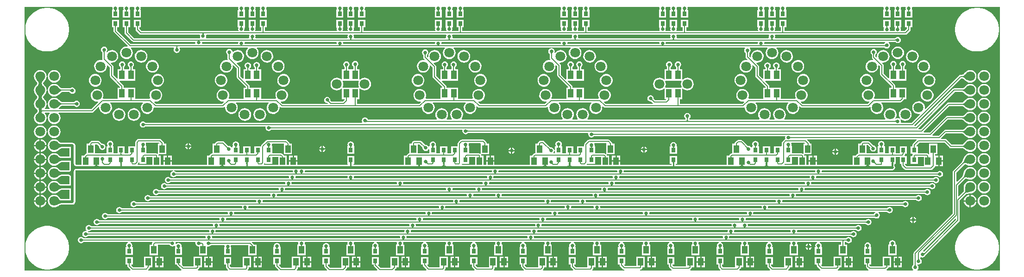
<source format=gtl>
G04*
G04 #@! TF.GenerationSoftware,Altium Limited,Altium Designer,18.0.12 (696)*
G04*
G04 Layer_Physical_Order=1*
G04 Layer_Color=255*
%FSLAX25Y25*%
%MOIN*%
G70*
G01*
G75*
%ADD10C,0.01000*%
%ADD11C,0.00600*%
%ADD13R,0.04134X0.06299*%
%ADD14R,0.03150X0.03543*%
%ADD15R,0.03937X0.05512*%
%ADD21C,0.02000*%
%ADD22C,0.07087*%
%ADD23C,0.02500*%
G36*
X392498Y191515D02*
X392314Y191294D01*
X392239Y191185D01*
X392176Y191077D01*
X392124Y190971D01*
X392084Y190865D01*
X392055Y190761D01*
X392046Y190709D01*
X392059Y190630D01*
X392080Y190551D01*
X392107Y190483D01*
X392140Y190428D01*
X392179Y190385D01*
X392224Y190355D01*
X392275Y190337D01*
X392332Y190330D01*
X391132D01*
X391189Y190337D01*
X391240Y190355D01*
X391285Y190385D01*
X391324Y190428D01*
X391357Y190483D01*
X391384Y190551D01*
X391405Y190630D01*
X391418Y190708D01*
X391409Y190761D01*
X391381Y190865D01*
X391340Y190970D01*
X391288Y191077D01*
X391225Y191184D01*
X391150Y191293D01*
X391064Y191403D01*
X390966Y191514D01*
X390857Y191626D01*
X392607Y191627D01*
X392498Y191515D01*
D02*
G37*
G36*
X534230Y191515D02*
X534046Y191294D01*
X533971Y191185D01*
X533908Y191077D01*
X533856Y190971D01*
X533816Y190866D01*
X533787Y190761D01*
X533779Y190709D01*
X533792Y190630D01*
X533813Y190551D01*
X533840Y190483D01*
X533873Y190428D01*
X533912Y190385D01*
X533956Y190355D01*
X534008Y190337D01*
X534064Y190330D01*
X532865D01*
X532922Y190337D01*
X532972Y190355D01*
X533018Y190385D01*
X533056Y190428D01*
X533089Y190483D01*
X533117Y190551D01*
X533138Y190630D01*
X533150Y190708D01*
X533142Y190761D01*
X533113Y190865D01*
X533073Y190970D01*
X533021Y191077D01*
X532957Y191184D01*
X532883Y191293D01*
X532796Y191403D01*
X532699Y191514D01*
X532589Y191626D01*
X534339Y191627D01*
X534230Y191515D01*
D02*
G37*
G36*
X301947Y191515D02*
X301763Y191294D01*
X301688Y191185D01*
X301625Y191077D01*
X301573Y190971D01*
X301533Y190866D01*
X301504Y190761D01*
X301495Y190709D01*
X301508Y190630D01*
X301529Y190551D01*
X301556Y190483D01*
X301589Y190428D01*
X301628Y190385D01*
X301673Y190355D01*
X301724Y190337D01*
X301781Y190330D01*
X300581D01*
X300638Y190337D01*
X300689Y190355D01*
X300734Y190385D01*
X300773Y190428D01*
X300806Y190483D01*
X300833Y190551D01*
X300854Y190630D01*
X300867Y190709D01*
X300858Y190761D01*
X300829Y190866D01*
X300789Y190971D01*
X300737Y191077D01*
X300674Y191185D01*
X300599Y191294D01*
X300513Y191404D01*
X300415Y191515D01*
X300306Y191627D01*
X302056D01*
X301947Y191515D01*
D02*
G37*
G36*
X69773Y191627D02*
X69663Y191515D01*
X69479Y191294D01*
X69405Y191185D01*
X69341Y191077D01*
X69290Y190971D01*
X69249Y190866D01*
X69221Y190761D01*
X69212Y190709D01*
X69225Y190630D01*
X69246Y190551D01*
X69273Y190483D01*
X69306Y190428D01*
X69345Y190385D01*
X69390Y190355D01*
X69441Y190337D01*
X69498Y190330D01*
X68298D01*
X68355Y190337D01*
X68406Y190355D01*
X68451Y190385D01*
X68490Y190428D01*
X68523Y190483D01*
X68550Y190551D01*
X68571Y190630D01*
X68584Y190709D01*
X68575Y190761D01*
X68546Y190866D01*
X68506Y190971D01*
X68454Y191077D01*
X68391Y191185D01*
X68316Y191294D01*
X68230Y191404D01*
X68132Y191515D01*
X68023Y191627D01*
X69773Y191627D01*
D02*
G37*
G36*
X640529Y191515D02*
X640345Y191294D01*
X640271Y191185D01*
X640207Y191077D01*
X640156Y190971D01*
X640115Y190866D01*
X640087Y190761D01*
X640078Y190709D01*
X640091Y190630D01*
X640112Y190551D01*
X640139Y190483D01*
X640172Y190428D01*
X640211Y190385D01*
X640256Y190355D01*
X640307Y190336D01*
X640364Y190330D01*
X639164D01*
X639221Y190336D01*
X639272Y190355D01*
X639317Y190385D01*
X639356Y190428D01*
X639389Y190483D01*
X639416Y190551D01*
X639437Y190630D01*
X639450Y190708D01*
X639441Y190761D01*
X639412Y190865D01*
X639372Y190970D01*
X639320Y191077D01*
X639257Y191184D01*
X639182Y191293D01*
X639095Y191403D01*
X638998Y191514D01*
X638888Y191626D01*
X640638Y191628D01*
X640529Y191515D01*
D02*
G37*
G36*
X632655Y191515D02*
X632471Y191294D01*
X632397Y191185D01*
X632333Y191077D01*
X632282Y190971D01*
X632241Y190866D01*
X632213Y190761D01*
X632204Y190709D01*
X632217Y190630D01*
X632238Y190551D01*
X632265Y190483D01*
X632298Y190428D01*
X632337Y190385D01*
X632382Y190355D01*
X632433Y190336D01*
X632490Y190330D01*
X631290D01*
X631347Y190336D01*
X631398Y190355D01*
X631443Y190385D01*
X631482Y190428D01*
X631515Y190483D01*
X631542Y190551D01*
X631563Y190630D01*
X631575Y190708D01*
X631567Y190761D01*
X631538Y190865D01*
X631498Y190970D01*
X631446Y191077D01*
X631383Y191184D01*
X631308Y191293D01*
X631221Y191403D01*
X631124Y191514D01*
X631014Y191626D01*
X632764Y191628D01*
X632655Y191515D01*
D02*
G37*
G36*
X624781Y191515D02*
X624597Y191294D01*
X624523Y191185D01*
X624459Y191077D01*
X624408Y190971D01*
X624368Y190866D01*
X624339Y190761D01*
X624330Y190709D01*
X624343Y190630D01*
X624364Y190551D01*
X624391Y190483D01*
X624424Y190428D01*
X624463Y190385D01*
X624508Y190355D01*
X624559Y190336D01*
X624616Y190330D01*
X623416D01*
X623473Y190336D01*
X623524Y190355D01*
X623569Y190385D01*
X623608Y190428D01*
X623641Y190483D01*
X623668Y190551D01*
X623689Y190630D01*
X623701Y190708D01*
X623693Y190761D01*
X623664Y190865D01*
X623624Y190970D01*
X623572Y191077D01*
X623509Y191184D01*
X623434Y191293D01*
X623348Y191403D01*
X623250Y191514D01*
X623140Y191626D01*
X624890Y191628D01*
X624781Y191515D01*
D02*
G37*
G36*
X549977Y191515D02*
X549793Y191294D01*
X549719Y191185D01*
X549655Y191077D01*
X549604Y190971D01*
X549563Y190865D01*
X549535Y190761D01*
X549526Y190708D01*
X549539Y190630D01*
X549559Y190551D01*
X549586Y190483D01*
X549619Y190428D01*
X549658Y190385D01*
X549704Y190355D01*
X549754Y190336D01*
X549812Y190330D01*
X548611D01*
X548668Y190336D01*
X548720Y190355D01*
X548765Y190385D01*
X548804Y190428D01*
X548837Y190483D01*
X548864Y190551D01*
X548884Y190630D01*
X548897Y190708D01*
X548888Y190761D01*
X548860Y190865D01*
X548819Y190971D01*
X548768Y191077D01*
X548704Y191185D01*
X548630Y191294D01*
X548544Y191403D01*
X548446Y191515D01*
X548337Y191627D01*
X550086D01*
X549977Y191515D01*
D02*
G37*
G36*
X542104Y191515D02*
X541920Y191294D01*
X541846Y191185D01*
X541782Y191077D01*
X541730Y190971D01*
X541690Y190866D01*
X541662Y190761D01*
X541653Y190709D01*
X541666Y190630D01*
X541687Y190551D01*
X541714Y190483D01*
X541747Y190428D01*
X541786Y190385D01*
X541831Y190355D01*
X541882Y190336D01*
X541939Y190330D01*
X540739D01*
X540796Y190336D01*
X540847Y190355D01*
X540892Y190385D01*
X540931Y190428D01*
X540964Y190483D01*
X540991Y190551D01*
X541012Y190630D01*
X541024Y190708D01*
X541016Y190761D01*
X540987Y190865D01*
X540946Y190970D01*
X540895Y191077D01*
X540832Y191184D01*
X540757Y191293D01*
X540670Y191403D01*
X540573Y191514D01*
X540463Y191626D01*
X542213Y191627D01*
X542104Y191515D01*
D02*
G37*
G36*
X479221Y191627D02*
X479112Y191515D01*
X478928Y191294D01*
X478853Y191185D01*
X478790Y191077D01*
X478738Y190971D01*
X478698Y190866D01*
X478669Y190761D01*
X478661Y190709D01*
X478673Y190630D01*
X478694Y190551D01*
X478722Y190483D01*
X478754Y190428D01*
X478793Y190385D01*
X478838Y190355D01*
X478890Y190336D01*
X478946Y190330D01*
X477746D01*
X477803Y190336D01*
X477854Y190355D01*
X477899Y190385D01*
X477939Y190428D01*
X477972Y190483D01*
X477998Y190551D01*
X478019Y190630D01*
X478032Y190709D01*
X478023Y190761D01*
X477995Y190866D01*
X477954Y190971D01*
X477903Y191077D01*
X477840Y191185D01*
X477765Y191294D01*
X477678Y191404D01*
X477581Y191515D01*
X477471Y191627D01*
X479221Y191627D01*
D02*
G37*
G36*
X471238Y191515D02*
X471054Y191294D01*
X470979Y191185D01*
X470916Y191077D01*
X470864Y190971D01*
X470824Y190866D01*
X470795Y190761D01*
X470787Y190709D01*
X470799Y190630D01*
X470820Y190551D01*
X470847Y190483D01*
X470880Y190428D01*
X470919Y190385D01*
X470964Y190355D01*
X471015Y190336D01*
X471072Y190330D01*
X469872D01*
X469929Y190336D01*
X469980Y190355D01*
X470025Y190385D01*
X470064Y190428D01*
X470097Y190483D01*
X470124Y190551D01*
X470145Y190630D01*
X470158Y190709D01*
X470149Y190761D01*
X470121Y190866D01*
X470080Y190971D01*
X470029Y191077D01*
X469965Y191185D01*
X469891Y191294D01*
X469804Y191404D01*
X469707Y191515D01*
X469597Y191627D01*
X471347D01*
X471238Y191515D01*
D02*
G37*
G36*
X463364Y191515D02*
X463180Y191294D01*
X463105Y191185D01*
X463042Y191077D01*
X462990Y190971D01*
X462950Y190865D01*
X462921Y190761D01*
X462913Y190709D01*
X462925Y190630D01*
X462946Y190551D01*
X462973Y190483D01*
X463006Y190428D01*
X463045Y190385D01*
X463090Y190355D01*
X463141Y190336D01*
X463198Y190330D01*
X461998D01*
X462055Y190336D01*
X462106Y190355D01*
X462151Y190385D01*
X462190Y190428D01*
X462223Y190483D01*
X462250Y190551D01*
X462271Y190630D01*
X462284Y190708D01*
X462275Y190761D01*
X462247Y190865D01*
X462206Y190970D01*
X462155Y191077D01*
X462091Y191184D01*
X462016Y191293D01*
X461930Y191403D01*
X461833Y191514D01*
X461723Y191626D01*
X463473Y191627D01*
X463364Y191515D01*
D02*
G37*
G36*
X408355Y191627D02*
X408246Y191515D01*
X408062Y191294D01*
X407987Y191185D01*
X407924Y191077D01*
X407872Y190971D01*
X407832Y190866D01*
X407803Y190761D01*
X407795Y190709D01*
X407807Y190630D01*
X407828Y190551D01*
X407855Y190483D01*
X407888Y190428D01*
X407927Y190385D01*
X407972Y190355D01*
X408023Y190336D01*
X408080Y190330D01*
X406880D01*
X406937Y190336D01*
X406988Y190355D01*
X407033Y190385D01*
X407072Y190428D01*
X407105Y190483D01*
X407132Y190551D01*
X407153Y190630D01*
X407166Y190709D01*
X407157Y190761D01*
X407128Y190866D01*
X407088Y190971D01*
X407036Y191077D01*
X406973Y191185D01*
X406898Y191294D01*
X406812Y191404D01*
X406715Y191515D01*
X406605Y191627D01*
X408355Y191627D01*
D02*
G37*
G36*
X400481D02*
X400372Y191515D01*
X400188Y191294D01*
X400113Y191185D01*
X400050Y191077D01*
X399998Y190971D01*
X399958Y190866D01*
X399929Y190761D01*
X399921Y190709D01*
X399933Y190630D01*
X399954Y190551D01*
X399981Y190483D01*
X400014Y190428D01*
X400053Y190385D01*
X400098Y190355D01*
X400149Y190336D01*
X400206Y190330D01*
X399006D01*
X399063Y190336D01*
X399114Y190355D01*
X399159Y190385D01*
X399198Y190428D01*
X399231Y190483D01*
X399258Y190551D01*
X399279Y190630D01*
X399292Y190709D01*
X399283Y190761D01*
X399254Y190866D01*
X399214Y190971D01*
X399163Y191077D01*
X399099Y191185D01*
X399025Y191294D01*
X398938Y191404D01*
X398840Y191515D01*
X398731Y191627D01*
X400481Y191627D01*
D02*
G37*
G36*
X317695Y191515D02*
X317511Y191294D01*
X317436Y191185D01*
X317373Y191077D01*
X317321Y190971D01*
X317281Y190866D01*
X317252Y190761D01*
X317243Y190709D01*
X317256Y190630D01*
X317277Y190551D01*
X317304Y190483D01*
X317337Y190428D01*
X317376Y190385D01*
X317421Y190355D01*
X317472Y190336D01*
X317529Y190330D01*
X316329D01*
X316386Y190336D01*
X316437Y190355D01*
X316482Y190385D01*
X316521Y190428D01*
X316554Y190483D01*
X316581Y190551D01*
X316602Y190630D01*
X316615Y190709D01*
X316606Y190761D01*
X316577Y190866D01*
X316537Y190971D01*
X316485Y191077D01*
X316422Y191185D01*
X316347Y191294D01*
X316261Y191404D01*
X316163Y191515D01*
X316054Y191627D01*
X317804D01*
X317695Y191515D01*
D02*
G37*
G36*
X309930Y191627D02*
X309821Y191515D01*
X309637Y191294D01*
X309562Y191185D01*
X309499Y191077D01*
X309447Y190971D01*
X309407Y190866D01*
X309378Y190761D01*
X309369Y190709D01*
X309382Y190630D01*
X309403Y190551D01*
X309430Y190483D01*
X309463Y190428D01*
X309502Y190385D01*
X309547Y190355D01*
X309598Y190336D01*
X309655Y190330D01*
X308455D01*
X308512Y190336D01*
X308563Y190355D01*
X308608Y190385D01*
X308647Y190428D01*
X308680Y190483D01*
X308707Y190551D01*
X308728Y190630D01*
X308741Y190709D01*
X308732Y190761D01*
X308703Y190866D01*
X308663Y190971D01*
X308611Y191077D01*
X308548Y191185D01*
X308473Y191294D01*
X308387Y191404D01*
X308289Y191515D01*
X308180Y191627D01*
X309930Y191627D01*
D02*
G37*
G36*
X246829Y191515D02*
X246645Y191294D01*
X246570Y191185D01*
X246507Y191077D01*
X246455Y190971D01*
X246415Y190866D01*
X246386Y190761D01*
X246377Y190709D01*
X246390Y190630D01*
X246411Y190551D01*
X246438Y190483D01*
X246471Y190428D01*
X246510Y190385D01*
X246555Y190355D01*
X246606Y190336D01*
X246663Y190330D01*
X245463D01*
X245520Y190336D01*
X245571Y190355D01*
X245616Y190385D01*
X245655Y190428D01*
X245688Y190483D01*
X245715Y190551D01*
X245736Y190630D01*
X245749Y190709D01*
X245740Y190761D01*
X245711Y190866D01*
X245671Y190971D01*
X245619Y191077D01*
X245556Y191185D01*
X245481Y191294D01*
X245395Y191404D01*
X245297Y191515D01*
X245188Y191627D01*
X246938D01*
X246829Y191515D01*
D02*
G37*
G36*
X238955D02*
X238771Y191294D01*
X238696Y191185D01*
X238633Y191077D01*
X238581Y190971D01*
X238541Y190866D01*
X238512Y190761D01*
X238503Y190709D01*
X238516Y190630D01*
X238537Y190551D01*
X238564Y190483D01*
X238597Y190428D01*
X238636Y190385D01*
X238681Y190355D01*
X238732Y190336D01*
X238789Y190330D01*
X237589D01*
X237646Y190336D01*
X237697Y190355D01*
X237742Y190385D01*
X237781Y190428D01*
X237814Y190483D01*
X237841Y190551D01*
X237862Y190630D01*
X237875Y190709D01*
X237866Y190761D01*
X237837Y190866D01*
X237797Y190971D01*
X237745Y191077D01*
X237682Y191185D01*
X237607Y191294D01*
X237521Y191404D01*
X237423Y191515D01*
X237314Y191627D01*
X239064D01*
X238955Y191515D01*
D02*
G37*
G36*
X231081D02*
X230897Y191294D01*
X230822Y191185D01*
X230759Y191077D01*
X230707Y190971D01*
X230667Y190866D01*
X230638Y190761D01*
X230629Y190709D01*
X230642Y190630D01*
X230663Y190551D01*
X230690Y190483D01*
X230723Y190428D01*
X230762Y190385D01*
X230807Y190355D01*
X230858Y190336D01*
X230915Y190330D01*
X229715D01*
X229772Y190336D01*
X229823Y190355D01*
X229868Y190385D01*
X229907Y190428D01*
X229940Y190483D01*
X229967Y190551D01*
X229988Y190630D01*
X230001Y190709D01*
X229992Y190761D01*
X229963Y190866D01*
X229923Y190971D01*
X229871Y191077D01*
X229808Y191185D01*
X229733Y191294D01*
X229647Y191404D01*
X229549Y191515D01*
X229440Y191627D01*
X231190D01*
X231081Y191515D01*
D02*
G37*
G36*
X176072Y191627D02*
X175963Y191515D01*
X175779Y191294D01*
X175704Y191185D01*
X175641Y191077D01*
X175589Y190971D01*
X175549Y190866D01*
X175520Y190761D01*
X175511Y190709D01*
X175524Y190630D01*
X175545Y190551D01*
X175572Y190483D01*
X175605Y190428D01*
X175644Y190385D01*
X175689Y190355D01*
X175740Y190336D01*
X175797Y190330D01*
X174597D01*
X174654Y190336D01*
X174705Y190355D01*
X174750Y190385D01*
X174789Y190428D01*
X174822Y190483D01*
X174849Y190551D01*
X174870Y190630D01*
X174883Y190709D01*
X174874Y190761D01*
X174845Y190866D01*
X174805Y190971D01*
X174753Y191077D01*
X174690Y191185D01*
X174615Y191294D01*
X174529Y191404D01*
X174431Y191515D01*
X174322Y191627D01*
X176072Y191627D01*
D02*
G37*
G36*
X168198D02*
X168089Y191515D01*
X167905Y191294D01*
X167830Y191185D01*
X167767Y191077D01*
X167715Y190971D01*
X167675Y190866D01*
X167646Y190761D01*
X167637Y190709D01*
X167650Y190630D01*
X167671Y190551D01*
X167698Y190483D01*
X167731Y190428D01*
X167770Y190385D01*
X167815Y190355D01*
X167866Y190336D01*
X167923Y190330D01*
X166723D01*
X166780Y190336D01*
X166831Y190355D01*
X166876Y190385D01*
X166915Y190428D01*
X166948Y190483D01*
X166975Y190551D01*
X166996Y190630D01*
X167009Y190709D01*
X167000Y190761D01*
X166971Y190866D01*
X166931Y190971D01*
X166879Y191077D01*
X166816Y191185D01*
X166741Y191294D01*
X166655Y191404D01*
X166557Y191515D01*
X166448Y191627D01*
X168198Y191627D01*
D02*
G37*
G36*
X160214Y191515D02*
X160030Y191294D01*
X159956Y191185D01*
X159892Y191077D01*
X159841Y190971D01*
X159801Y190865D01*
X159772Y190761D01*
X159763Y190708D01*
X159776Y190630D01*
X159797Y190551D01*
X159824Y190483D01*
X159857Y190428D01*
X159896Y190385D01*
X159941Y190355D01*
X159992Y190336D01*
X160049Y190330D01*
X158849D01*
X158906Y190336D01*
X158957Y190355D01*
X159002Y190385D01*
X159041Y190428D01*
X159074Y190483D01*
X159101Y190551D01*
X159122Y190630D01*
X159135Y190708D01*
X159126Y190761D01*
X159097Y190865D01*
X159057Y190971D01*
X159005Y191077D01*
X158942Y191185D01*
X158867Y191293D01*
X158781Y191403D01*
X158683Y191514D01*
X158574Y191626D01*
X160324Y191627D01*
X160214Y191515D01*
D02*
G37*
G36*
X85521Y191627D02*
X85411Y191515D01*
X85227Y191294D01*
X85153Y191185D01*
X85089Y191077D01*
X85038Y190971D01*
X84997Y190866D01*
X84969Y190761D01*
X84960Y190709D01*
X84973Y190630D01*
X84994Y190551D01*
X85021Y190483D01*
X85054Y190428D01*
X85093Y190385D01*
X85138Y190355D01*
X85189Y190336D01*
X85246Y190330D01*
X84046D01*
X84103Y190336D01*
X84154Y190355D01*
X84199Y190385D01*
X84238Y190428D01*
X84271Y190483D01*
X84298Y190551D01*
X84319Y190630D01*
X84332Y190709D01*
X84323Y190761D01*
X84294Y190866D01*
X84254Y190971D01*
X84202Y191077D01*
X84139Y191185D01*
X84064Y191294D01*
X83978Y191404D01*
X83880Y191515D01*
X83771Y191627D01*
X85521Y191627D01*
D02*
G37*
G36*
X77647D02*
X77537Y191515D01*
X77353Y191294D01*
X77279Y191185D01*
X77215Y191077D01*
X77164Y190971D01*
X77123Y190866D01*
X77095Y190761D01*
X77086Y190709D01*
X77099Y190630D01*
X77120Y190551D01*
X77147Y190483D01*
X77180Y190428D01*
X77219Y190385D01*
X77264Y190355D01*
X77315Y190336D01*
X77372Y190330D01*
X76172D01*
X76229Y190336D01*
X76280Y190355D01*
X76325Y190385D01*
X76364Y190428D01*
X76397Y190483D01*
X76424Y190551D01*
X76445Y190630D01*
X76458Y190709D01*
X76449Y190761D01*
X76420Y190866D01*
X76380Y190971D01*
X76328Y191077D01*
X76265Y191185D01*
X76190Y191294D01*
X76104Y191404D01*
X76006Y191515D01*
X75897Y191627D01*
X77647Y191627D01*
D02*
G37*
G36*
X705367Y3294D02*
X646119D01*
X645967Y3794D01*
X646110Y3890D01*
X646608Y4634D01*
X646782Y5512D01*
X646608Y6390D01*
X646110Y7134D01*
X646235Y7626D01*
X646236Y7627D01*
X646314Y7655D01*
X646850Y7548D01*
X647728Y7723D01*
X648472Y8220D01*
X648970Y8965D01*
X649145Y9843D01*
X648970Y10720D01*
X648472Y11465D01*
X648374Y11530D01*
X648364Y11540D01*
X648303Y11610D01*
X648254Y11672D01*
X648218Y11725D01*
X648194Y11767D01*
X648179Y11797D01*
X648176Y11805D01*
Y12680D01*
X648617Y12916D01*
X648728Y12841D01*
X649606Y12666D01*
X650484Y12841D01*
X651229Y13339D01*
X651393Y13584D01*
X651438Y13622D01*
X651450Y13647D01*
X651471Y13667D01*
X651501Y13709D01*
X652159Y14458D01*
X676134Y38433D01*
X676421Y38863D01*
X676522Y39370D01*
X676522Y39370D01*
Y53782D01*
X681090Y58349D01*
X681092Y58351D01*
X681169Y58394D01*
X681326Y58459D01*
X681556Y58531D01*
X681823Y58596D01*
X683656Y58833D01*
X683921Y58850D01*
X683976Y58843D01*
X684133Y58863D01*
X684228Y58869D01*
X684277Y58882D01*
X685162Y58999D01*
X686268Y59457D01*
X687217Y60185D01*
X687945Y61134D01*
X688403Y62239D01*
X688559Y63425D01*
X688403Y64611D01*
X687945Y65716D01*
X687217Y66666D01*
X686268Y67394D01*
X685162Y67852D01*
X683976Y68008D01*
X682790Y67852D01*
X681685Y67394D01*
X680736Y66666D01*
X680008Y65716D01*
X679550Y64611D01*
X679394Y63425D01*
X679430Y63148D01*
X679425Y63107D01*
X679457Y62564D01*
X679465Y61618D01*
X679445Y61244D01*
X679408Y60914D01*
X679360Y60644D01*
X679304Y60435D01*
X679248Y60293D01*
X679206Y60217D01*
X679192Y60201D01*
X675803Y56811D01*
X675341Y57003D01*
Y64412D01*
X680223Y69293D01*
X680253Y69318D01*
X680317Y69353D01*
X680421Y69389D01*
X680576Y69419D01*
X680786Y69432D01*
X681049Y69423D01*
X681346Y69388D01*
X682139Y69214D01*
X682591Y69078D01*
X682602Y69077D01*
X682790Y68999D01*
X683976Y68843D01*
X685162Y68999D01*
X686268Y69457D01*
X687217Y70185D01*
X687945Y71134D01*
X688403Y72239D01*
X688559Y73425D01*
X688403Y74611D01*
X687945Y75716D01*
X687217Y76666D01*
X686268Y77394D01*
X685162Y77852D01*
X683976Y78008D01*
X682790Y77852D01*
X681685Y77394D01*
X680736Y76666D01*
X680008Y75716D01*
X679550Y74611D01*
X679539Y74530D01*
X678736Y72029D01*
X678509Y71435D01*
X678435Y71268D01*
X678420Y71239D01*
X674584Y67404D01*
X674122Y67595D01*
Y73823D01*
X680001Y79701D01*
X680035Y79730D01*
X680089Y79759D01*
X680168Y79785D01*
X680287Y79803D01*
X680456Y79803D01*
X680676Y79778D01*
X680943Y79720D01*
X681256Y79624D01*
X681609Y79488D01*
X682022Y79302D01*
X682103Y79283D01*
X682790Y78999D01*
X683976Y78843D01*
X685162Y78999D01*
X686268Y79457D01*
X687217Y80185D01*
X687945Y81134D01*
X688403Y82239D01*
X688559Y83425D01*
X688403Y84611D01*
X687945Y85716D01*
X687217Y86665D01*
X686268Y87394D01*
X685162Y87852D01*
X683976Y88008D01*
X682790Y87852D01*
X681685Y87394D01*
X680736Y86665D01*
X680008Y85716D01*
X679853Y85343D01*
X679808Y85281D01*
X679806Y85273D01*
X679802Y85268D01*
X678193Y81642D01*
X671860Y75309D01*
X671572Y74879D01*
X671471Y74372D01*
Y44334D01*
X643551Y16414D01*
X643264Y15984D01*
X643163Y15477D01*
Y7474D01*
X643160Y7466D01*
X643145Y7436D01*
X643120Y7394D01*
X643093Y7354D01*
X642965Y7200D01*
X642866Y7134D01*
X642369Y6390D01*
X642194Y5512D01*
X642369Y4634D01*
X642866Y3890D01*
X643009Y3794D01*
X642858Y3294D01*
X623934D01*
X623779Y3765D01*
X623779Y3794D01*
X624953Y4968D01*
X625240Y5398D01*
X625299Y5693D01*
X626984D01*
Y13205D01*
X621047D01*
Y6050D01*
X612360D01*
X611562Y6848D01*
Y7465D01*
X612811D01*
Y13008D01*
X607661D01*
Y7465D01*
X608911D01*
Y6299D01*
X609012Y5792D01*
X609299Y5362D01*
X610867Y3794D01*
X610866Y3765D01*
X610712Y3294D01*
X588894D01*
X588740Y3765D01*
X588739Y3794D01*
X589520Y4575D01*
X589807Y5005D01*
X589908Y5512D01*
Y5693D01*
X591551D01*
Y13205D01*
X585614D01*
Y6050D01*
X577714D01*
X576762Y7003D01*
X576953Y7465D01*
X577378D01*
Y13008D01*
X572228D01*
Y7465D01*
X573478D01*
Y7087D01*
X573579Y6579D01*
X573866Y6149D01*
X576221Y3794D01*
X576221Y3765D01*
X576066Y3294D01*
X553120D01*
X552913Y3794D01*
X554087Y4968D01*
X554374Y5398D01*
X554433Y5693D01*
X556118D01*
Y13205D01*
X550181D01*
Y5693D01*
X549696Y5656D01*
X541888D01*
X540696Y6848D01*
Y7465D01*
X541945D01*
Y13008D01*
X536795D01*
Y7465D01*
X538045D01*
Y6299D01*
X538145Y5792D01*
X538433Y5362D01*
X540001Y3794D01*
X539794Y3294D01*
X518080D01*
X517873Y3794D01*
X518654Y4575D01*
X518941Y5005D01*
X519042Y5512D01*
Y5693D01*
X520685D01*
Y13205D01*
X514748D01*
Y5693D01*
X514263Y5656D01*
X506061D01*
X505263Y6454D01*
Y7465D01*
X506512D01*
Y13008D01*
X501362D01*
Y7465D01*
X502611D01*
Y5906D01*
X502712Y5398D01*
X503000Y4968D01*
X504174Y3794D01*
X503967Y3294D01*
X482595D01*
X482441Y3765D01*
X482440Y3794D01*
X483221Y4575D01*
X483508Y5005D01*
X483609Y5512D01*
Y5693D01*
X485252D01*
Y13205D01*
X479315D01*
Y6050D01*
X470628D01*
X469829Y6848D01*
Y7465D01*
X471079D01*
Y13008D01*
X465929D01*
Y7465D01*
X467178D01*
Y6299D01*
X467279Y5792D01*
X467567Y5362D01*
X469135Y3794D01*
X469134Y3765D01*
X468980Y3294D01*
X446460D01*
X446457Y3793D01*
X446964Y3893D01*
X447394Y4181D01*
X447788Y4575D01*
X448075Y5005D01*
X448176Y5512D01*
Y5693D01*
X449819D01*
Y13205D01*
X443882D01*
Y6444D01*
X435588D01*
X435029Y7003D01*
X435221Y7465D01*
X435646D01*
Y13008D01*
X430496D01*
Y7465D01*
X431745D01*
Y7087D01*
X431846Y6579D01*
X432134Y6149D01*
X434102Y4181D01*
X434532Y3893D01*
X435039Y3793D01*
X435039Y3793D01*
X435036Y3294D01*
X412175D01*
X411968Y3794D01*
X412355Y4181D01*
X412642Y4611D01*
X412743Y5118D01*
Y5693D01*
X414386D01*
Y13205D01*
X408449D01*
Y5693D01*
X407964Y5656D01*
X400155D01*
X398963Y6848D01*
Y7465D01*
X400213D01*
Y13008D01*
X395063D01*
Y7465D01*
X396312D01*
Y6299D01*
X396413Y5792D01*
X396701Y5362D01*
X398269Y3794D01*
X398061Y3294D01*
X376742D01*
X376535Y3794D01*
X376922Y4181D01*
X377209Y4611D01*
X377310Y5118D01*
Y5693D01*
X378953D01*
Y13205D01*
X373016D01*
Y5693D01*
X372531Y5656D01*
X364722D01*
X363530Y6848D01*
Y7465D01*
X364779D01*
Y13008D01*
X359630D01*
Y7465D01*
X360879D01*
Y6299D01*
X360980Y5792D01*
X361267Y5362D01*
X362836Y3794D01*
X362628Y3294D01*
X341309D01*
X341102Y3794D01*
X341488Y4181D01*
X341776Y4611D01*
X341877Y5118D01*
Y5693D01*
X343520D01*
Y13205D01*
X337583D01*
Y5693D01*
X337098Y5656D01*
X329289D01*
X328097Y6848D01*
Y7465D01*
X329346D01*
Y13008D01*
X324197D01*
Y7465D01*
X325446D01*
Y6299D01*
X325547Y5792D01*
X325834Y5362D01*
X327402Y3794D01*
X327195Y3294D01*
X305876D01*
X305668Y3794D01*
X306055Y4181D01*
X306343Y4611D01*
X306444Y5118D01*
Y5693D01*
X308087D01*
Y13205D01*
X302150D01*
Y5693D01*
X301665Y5656D01*
X294643D01*
X293297Y7003D01*
X293488Y7465D01*
X293913D01*
Y13008D01*
X288764D01*
Y7465D01*
X290013D01*
Y7087D01*
X290114Y6579D01*
X290401Y6149D01*
X292757Y3794D01*
X292550Y3294D01*
X269995D01*
X269804Y3756D01*
X270622Y4575D01*
X270910Y5005D01*
X271010Y5512D01*
Y5693D01*
X272654D01*
Y13205D01*
X266717D01*
Y5693D01*
X266717D01*
X266549Y5263D01*
X259604D01*
X257864Y7003D01*
X258055Y7465D01*
X258480D01*
Y13008D01*
X253331D01*
Y7465D01*
X254580D01*
Y7087D01*
X254681Y6579D01*
X254968Y6149D01*
X257362Y3756D01*
X257170Y3294D01*
X234562D01*
X234371Y3756D01*
X235189Y4575D01*
X235477Y5005D01*
X235577Y5512D01*
Y5693D01*
X237221D01*
Y13205D01*
X231283D01*
Y5693D01*
X231283D01*
X231116Y5263D01*
X223384D01*
X221798Y6848D01*
Y7465D01*
X223047D01*
Y13008D01*
X217898D01*
Y7465D01*
X219147D01*
Y6299D01*
X219248Y5792D01*
X219535Y5362D01*
X221141Y3756D01*
X220950Y3294D01*
X199523D01*
X199331Y3756D01*
X199756Y4181D01*
X200044Y4611D01*
X200144Y5118D01*
Y5693D01*
X201787D01*
Y13205D01*
X195850D01*
Y5693D01*
X195850D01*
X195683Y5263D01*
X188344D01*
X186642Y6965D01*
X186849Y7465D01*
X187614D01*
Y13008D01*
X182465D01*
Y7465D01*
X183714D01*
Y6693D01*
X183815Y6186D01*
X184102Y5756D01*
X186102Y3756D01*
X185910Y3294D01*
X164143D01*
X163936Y3794D01*
X164323Y4181D01*
X164610Y4611D01*
X164711Y5118D01*
Y5693D01*
X166354D01*
Y13205D01*
X160417D01*
Y5693D01*
X159932Y5656D01*
X151730D01*
X150932Y6454D01*
Y7465D01*
X152181D01*
Y13008D01*
X147031D01*
Y7465D01*
X148281D01*
Y5906D01*
X148382Y5398D01*
X148669Y4968D01*
X149843Y3794D01*
X149636Y3294D01*
X128264D01*
X128110Y3765D01*
X128109Y3794D01*
X128890Y4575D01*
X129177Y5005D01*
X129278Y5512D01*
Y5693D01*
X130921D01*
Y13205D01*
X124984D01*
Y6050D01*
X117872D01*
X116908Y7014D01*
X116748Y7465D01*
X116748D01*
X116748Y7465D01*
Y13008D01*
X111598D01*
Y7465D01*
X112929D01*
X112949Y7367D01*
X113236Y6937D01*
X116379Y3794D01*
X116378Y3765D01*
X116224Y3294D01*
X92490D01*
X92283Y3794D01*
X93457Y4968D01*
X93744Y5398D01*
X93803Y5693D01*
X95488D01*
Y13205D01*
X89551D01*
Y5693D01*
X89066Y5656D01*
X81651D01*
X80343Y6965D01*
X80550Y7465D01*
X81315D01*
Y13008D01*
X76165D01*
Y7465D01*
X77415D01*
Y6693D01*
X77516Y6186D01*
X77803Y5756D01*
X79765Y3794D01*
X79558Y3294D01*
X3294D01*
Y193556D01*
X66329D01*
X66710Y193056D01*
X66604Y192520D01*
X66736Y191854D01*
X66415Y191354D01*
X66323D01*
Y185811D01*
X71472D01*
Y191354D01*
X71381D01*
X71059Y191854D01*
X71192Y192520D01*
X71085Y193056D01*
X71466Y193556D01*
X74203D01*
X74584Y193056D01*
X74478Y192520D01*
X74610Y191854D01*
X74289Y191354D01*
X74197D01*
Y185811D01*
X79346D01*
Y191354D01*
X79255D01*
X78933Y191854D01*
X79066Y192520D01*
X78959Y193056D01*
X79341Y193556D01*
X82077D01*
X82458Y193056D01*
X82352Y192520D01*
X82484Y191854D01*
X82163Y191354D01*
X82071D01*
Y185811D01*
X87221D01*
Y191354D01*
X87129D01*
X86807Y191854D01*
X86940Y192520D01*
X86833Y193056D01*
X87215Y193556D01*
X156880D01*
X157261Y193056D01*
X157154Y192519D01*
X157287Y191854D01*
X156965Y191354D01*
X156874D01*
Y185811D01*
X162024D01*
Y191354D01*
X161932D01*
X161610Y191854D01*
X161743Y192519D01*
X161636Y193056D01*
X162017Y193556D01*
X164754D01*
X165136Y193056D01*
X165029Y192520D01*
X165161Y191854D01*
X164840Y191354D01*
X164748D01*
Y185811D01*
X169898D01*
Y191354D01*
X169806D01*
X169485Y191854D01*
X169617Y192520D01*
X169510Y193056D01*
X169892Y193556D01*
X172628D01*
X173010Y193056D01*
X172903Y192520D01*
X173035Y191854D01*
X172714Y191354D01*
X172622D01*
Y185811D01*
X177772D01*
Y191354D01*
X177680D01*
X177359Y191854D01*
X177491Y192520D01*
X177384Y193056D01*
X177766Y193556D01*
X227746D01*
X228128Y193056D01*
X228021Y192520D01*
X228153Y191854D01*
X227832Y191354D01*
X227740D01*
Y185811D01*
X232890D01*
Y191354D01*
X232798D01*
X232477Y191854D01*
X232609Y192520D01*
X232502Y193056D01*
X232884Y193556D01*
X235620D01*
X236002Y193056D01*
X235895Y192520D01*
X236027Y191854D01*
X235706Y191354D01*
X235614D01*
Y185811D01*
X240764D01*
Y191354D01*
X240672D01*
X240351Y191854D01*
X240483Y192520D01*
X240376Y193056D01*
X240758Y193556D01*
X243494D01*
X243876Y193056D01*
X243769Y192520D01*
X243901Y191854D01*
X243580Y191354D01*
X243488D01*
Y185811D01*
X248638D01*
Y191354D01*
X248546D01*
X248225Y191854D01*
X248357Y192520D01*
X248250Y193056D01*
X248632Y193556D01*
X298612D01*
X298994Y193056D01*
X298887Y192520D01*
X299019Y191854D01*
X298698Y191354D01*
X298606D01*
Y185811D01*
X303756D01*
Y191354D01*
X303664D01*
X303343Y191854D01*
X303475Y192520D01*
X303368Y193056D01*
X303750Y193556D01*
X306486D01*
X306868Y193056D01*
X306761Y192520D01*
X306893Y191854D01*
X306572Y191354D01*
X306480D01*
Y185811D01*
X311630D01*
Y191354D01*
X311538D01*
X311217Y191854D01*
X311349Y192520D01*
X311242Y193056D01*
X311624Y193556D01*
X314360D01*
X314742Y193056D01*
X314635Y192520D01*
X314767Y191854D01*
X314446Y191354D01*
X314354D01*
Y185811D01*
X319504D01*
Y191354D01*
X319412D01*
X319091Y191854D01*
X319223Y192520D01*
X319116Y193056D01*
X319498Y193556D01*
X389163D01*
X389544Y193056D01*
X389437Y192519D01*
X389570Y191854D01*
X389248Y191354D01*
X389158D01*
Y185811D01*
X394307D01*
Y191354D01*
X394215D01*
X393893Y191854D01*
X394026Y192519D01*
X393919Y193056D01*
X394300Y193556D01*
X397037D01*
X397419Y193056D01*
X397312Y192520D01*
X397445Y191854D01*
X397123Y191354D01*
X397031D01*
Y185811D01*
X402181D01*
Y191354D01*
X402089D01*
X401768Y191854D01*
X401900Y192520D01*
X401794Y193056D01*
X402175Y193556D01*
X404911D01*
X405293Y193056D01*
X405186Y192520D01*
X405319Y191854D01*
X404997Y191354D01*
X404906D01*
Y185811D01*
X410055D01*
Y191354D01*
X409963D01*
X409642Y191854D01*
X409774Y192520D01*
X409668Y193056D01*
X410049Y193556D01*
X460029D01*
X460410Y193056D01*
X460303Y192519D01*
X460436Y191854D01*
X460114Y191354D01*
X460024D01*
Y185811D01*
X465173D01*
Y191354D01*
X465081D01*
X464759Y191854D01*
X464892Y192519D01*
X464785Y193056D01*
X465166Y193556D01*
X467904D01*
X468285Y193056D01*
X468178Y192520D01*
X468311Y191854D01*
X467989Y191354D01*
X467898D01*
Y185811D01*
X473047D01*
Y191354D01*
X472955D01*
X472634Y191854D01*
X472766Y192520D01*
X472660Y193056D01*
X473041Y193556D01*
X475777D01*
X476159Y193056D01*
X476052Y192520D01*
X476185Y191854D01*
X475864Y191354D01*
X475772D01*
Y185811D01*
X480921D01*
Y191354D01*
X480829D01*
X480508Y191854D01*
X480641Y192520D01*
X480534Y193056D01*
X480915Y193556D01*
X530895D01*
X531276Y193056D01*
X531169Y192519D01*
X531302Y191854D01*
X530980Y191354D01*
X530890D01*
Y185811D01*
X536039D01*
Y191354D01*
X535947D01*
X535625Y191854D01*
X535758Y192519D01*
X535651Y193056D01*
X536032Y193556D01*
X538769D01*
X539150Y193056D01*
X539043Y192519D01*
X539176Y191854D01*
X538854Y191354D01*
X538764D01*
Y185811D01*
X543913D01*
Y191354D01*
X543821D01*
X543499Y191854D01*
X543632Y192519D01*
X543525Y193056D01*
X543906Y193556D01*
X546643D01*
X547024Y193056D01*
X546917Y192519D01*
X547050Y191854D01*
X546728Y191354D01*
X546638D01*
Y185811D01*
X551787D01*
Y191354D01*
X551695D01*
X551373Y191854D01*
X551506Y192519D01*
X551399Y193056D01*
X551780Y193556D01*
X621446D01*
X621827Y193056D01*
X621720Y192519D01*
X621853Y191854D01*
X621531Y191354D01*
X621441D01*
Y185811D01*
X626590D01*
Y191354D01*
X626498D01*
X626176Y191854D01*
X626309Y192519D01*
X626202Y193056D01*
X626583Y193556D01*
X629320D01*
X629701Y193056D01*
X629594Y192519D01*
X629727Y191854D01*
X629405Y191354D01*
X629315D01*
Y185811D01*
X634465D01*
Y191354D01*
X634372D01*
X634050Y191854D01*
X634183Y192519D01*
X634076Y193056D01*
X634457Y193556D01*
X637194D01*
X637575Y193056D01*
X637468Y192519D01*
X637601Y191854D01*
X637279Y191354D01*
X637189D01*
Y185811D01*
X642339D01*
Y191354D01*
X642246D01*
X641924Y191854D01*
X642057Y192519D01*
X641950Y193056D01*
X642331Y193556D01*
X705367D01*
Y3294D01*
D02*
G37*
G36*
X682441Y80232D02*
X682001Y80430D01*
X681588Y80588D01*
X681202Y80707D01*
X680844Y80785D01*
X680513Y80823D01*
X680209Y80822D01*
X679932Y80780D01*
X679683Y80699D01*
X679460Y80577D01*
X679266Y80416D01*
X679041Y81040D01*
X680734Y84854D01*
X682441Y80232D01*
D02*
G37*
G36*
X682885Y70054D02*
X682395Y70201D01*
X681516Y70395D01*
X681126Y70441D01*
X680770Y70453D01*
X680447Y70432D01*
X680158Y70377D01*
X679902Y70288D01*
X679679Y70166D01*
X679490Y70010D01*
X679199Y70568D01*
X679268Y70662D01*
X679352Y70821D01*
X679452Y71046D01*
X679698Y71691D01*
X680584Y74449D01*
X682885Y70054D01*
D02*
G37*
G36*
X684164Y59887D02*
X683558Y59849D01*
X681637Y59600D01*
X681282Y59514D01*
X680978Y59418D01*
X680723Y59313D01*
X680519Y59199D01*
X680365Y59074D01*
X679914Y59472D01*
X680053Y59643D01*
X680173Y59858D01*
X680274Y60117D01*
X680356Y60420D01*
X680418Y60768D01*
X680461Y61159D01*
X680485Y61595D01*
X680476Y62599D01*
X680442Y63167D01*
X684164Y59887D01*
D02*
G37*
G36*
X673871Y40635D02*
Y39919D01*
X650813Y16860D01*
X650484Y17080D01*
X650320Y17113D01*
X650175Y17591D01*
X673409Y40826D01*
X673871Y40635D01*
D02*
G37*
G36*
X651597Y15346D02*
X651466Y15214D01*
X650699Y14342D01*
X650639Y14256D01*
X650451Y15882D01*
X650538Y15811D01*
X650625Y15756D01*
X650711Y15717D01*
X650798Y15696D01*
X650884Y15690D01*
X650970Y15701D01*
X651056Y15729D01*
X651142Y15773D01*
X651228Y15834D01*
X651314Y15911D01*
X651597Y15346D01*
D02*
G37*
G36*
X647156Y11704D02*
X647173Y11601D01*
X647202Y11497D01*
X647242Y11391D01*
X647294Y11285D01*
X647357Y11177D01*
X647432Y11068D01*
X647518Y10958D01*
X647616Y10847D01*
X647725Y10735D01*
X645975D01*
X646085Y10847D01*
X646269Y11068D01*
X646343Y11177D01*
X646407Y11285D01*
X646458Y11391D01*
X646499Y11497D01*
X646527Y11601D01*
X646545Y11704D01*
X646550Y11806D01*
X647150D01*
X647156Y11704D01*
D02*
G37*
G36*
X610779Y8483D02*
X610728Y8464D01*
X610683Y8433D01*
X610644Y8391D01*
X610611Y8336D01*
X610584Y8268D01*
X610563Y8189D01*
X610548Y8097D01*
X610539Y7993D01*
X610536Y7877D01*
X609936D01*
X609933Y7993D01*
X609924Y8097D01*
X609909Y8189D01*
X609888Y8268D01*
X609861Y8336D01*
X609828Y8391D01*
X609789Y8433D01*
X609744Y8464D01*
X609693Y8483D01*
X609636Y8489D01*
X610836D01*
X610779Y8483D01*
D02*
G37*
G36*
X575346D02*
X575295Y8464D01*
X575250Y8433D01*
X575211Y8391D01*
X575178Y8336D01*
X575151Y8268D01*
X575130Y8189D01*
X575115Y8097D01*
X575106Y7993D01*
X575103Y7877D01*
X574503D01*
X574500Y7993D01*
X574491Y8097D01*
X574476Y8189D01*
X574455Y8268D01*
X574428Y8336D01*
X574395Y8391D01*
X574356Y8433D01*
X574311Y8464D01*
X574260Y8483D01*
X574203Y8489D01*
X575403D01*
X575346Y8483D01*
D02*
G37*
G36*
X539913D02*
X539862Y8464D01*
X539817Y8433D01*
X539778Y8391D01*
X539745Y8336D01*
X539718Y8268D01*
X539697Y8189D01*
X539682Y8097D01*
X539673Y7993D01*
X539670Y7877D01*
X539070D01*
X539067Y7993D01*
X539058Y8097D01*
X539043Y8189D01*
X539022Y8268D01*
X538995Y8336D01*
X538962Y8391D01*
X538923Y8433D01*
X538878Y8464D01*
X538827Y8483D01*
X538770Y8489D01*
X539970D01*
X539913Y8483D01*
D02*
G37*
G36*
X504480D02*
X504429Y8464D01*
X504384Y8433D01*
X504345Y8391D01*
X504312Y8336D01*
X504285Y8268D01*
X504264Y8189D01*
X504249Y8097D01*
X504240Y7993D01*
X504237Y7877D01*
X503637D01*
X503634Y7993D01*
X503625Y8097D01*
X503610Y8189D01*
X503589Y8268D01*
X503562Y8336D01*
X503529Y8391D01*
X503490Y8433D01*
X503445Y8464D01*
X503394Y8483D01*
X503337Y8489D01*
X504537D01*
X504480Y8483D01*
D02*
G37*
G36*
X469047D02*
X468996Y8464D01*
X468951Y8433D01*
X468912Y8391D01*
X468879Y8336D01*
X468852Y8268D01*
X468831Y8189D01*
X468816Y8097D01*
X468807Y7993D01*
X468804Y7877D01*
X468204D01*
X468201Y7993D01*
X468192Y8097D01*
X468177Y8189D01*
X468156Y8268D01*
X468129Y8336D01*
X468096Y8391D01*
X468057Y8433D01*
X468012Y8464D01*
X467961Y8483D01*
X467904Y8489D01*
X469104D01*
X469047Y8483D01*
D02*
G37*
G36*
X433614D02*
X433563Y8464D01*
X433518Y8433D01*
X433479Y8391D01*
X433446Y8336D01*
X433419Y8268D01*
X433398Y8189D01*
X433383Y8097D01*
X433374Y7993D01*
X433371Y7877D01*
X432771D01*
X432768Y7993D01*
X432759Y8097D01*
X432744Y8189D01*
X432723Y8268D01*
X432696Y8336D01*
X432663Y8391D01*
X432624Y8433D01*
X432579Y8464D01*
X432528Y8483D01*
X432471Y8489D01*
X433671D01*
X433614Y8483D01*
D02*
G37*
G36*
X398181D02*
X398130Y8464D01*
X398085Y8433D01*
X398046Y8391D01*
X398013Y8336D01*
X397986Y8268D01*
X397965Y8189D01*
X397950Y8097D01*
X397941Y7993D01*
X397938Y7877D01*
X397338D01*
X397335Y7993D01*
X397326Y8097D01*
X397311Y8189D01*
X397290Y8268D01*
X397263Y8336D01*
X397230Y8391D01*
X397191Y8433D01*
X397146Y8464D01*
X397095Y8483D01*
X397038Y8489D01*
X398238D01*
X398181Y8483D01*
D02*
G37*
G36*
X362748D02*
X362697Y8464D01*
X362652Y8433D01*
X362613Y8391D01*
X362580Y8336D01*
X362553Y8268D01*
X362532Y8189D01*
X362517Y8097D01*
X362508Y7993D01*
X362505Y7877D01*
X361905D01*
X361902Y7993D01*
X361893Y8097D01*
X361878Y8189D01*
X361857Y8268D01*
X361830Y8336D01*
X361797Y8391D01*
X361758Y8433D01*
X361713Y8464D01*
X361662Y8483D01*
X361605Y8489D01*
X362805D01*
X362748Y8483D01*
D02*
G37*
G36*
X327315D02*
X327264Y8464D01*
X327219Y8433D01*
X327180Y8391D01*
X327147Y8336D01*
X327120Y8268D01*
X327099Y8189D01*
X327084Y8097D01*
X327075Y7993D01*
X327072Y7877D01*
X326472D01*
X326469Y7993D01*
X326460Y8097D01*
X326445Y8189D01*
X326424Y8268D01*
X326397Y8336D01*
X326364Y8391D01*
X326325Y8433D01*
X326280Y8464D01*
X326229Y8483D01*
X326172Y8489D01*
X327372D01*
X327315Y8483D01*
D02*
G37*
G36*
X291882D02*
X291831Y8464D01*
X291786Y8433D01*
X291747Y8391D01*
X291714Y8336D01*
X291687Y8268D01*
X291666Y8189D01*
X291651Y8097D01*
X291642Y7993D01*
X291639Y7877D01*
X291039D01*
X291036Y7993D01*
X291027Y8097D01*
X291012Y8189D01*
X290991Y8268D01*
X290964Y8336D01*
X290931Y8391D01*
X290892Y8433D01*
X290847Y8464D01*
X290796Y8483D01*
X290739Y8489D01*
X291939D01*
X291882Y8483D01*
D02*
G37*
G36*
X256449D02*
X256398Y8464D01*
X256352Y8433D01*
X256313Y8391D01*
X256280Y8336D01*
X256254Y8268D01*
X256233Y8189D01*
X256218Y8097D01*
X256208Y7993D01*
X256206Y7877D01*
X255606D01*
X255603Y7993D01*
X255593Y8097D01*
X255578Y8189D01*
X255557Y8268D01*
X255531Y8336D01*
X255498Y8391D01*
X255458Y8433D01*
X255414Y8464D01*
X255363Y8483D01*
X255306Y8489D01*
X256505D01*
X256449Y8483D01*
D02*
G37*
G36*
X221016D02*
X220964Y8464D01*
X220919Y8433D01*
X220881Y8391D01*
X220847Y8336D01*
X220820Y8268D01*
X220799Y8189D01*
X220784Y8097D01*
X220776Y7993D01*
X220772Y7877D01*
X220172D01*
X220169Y7993D01*
X220160Y8097D01*
X220145Y8189D01*
X220124Y8268D01*
X220097Y8336D01*
X220064Y8391D01*
X220025Y8433D01*
X219981Y8464D01*
X219929Y8483D01*
X219872Y8489D01*
X221072D01*
X221016Y8483D01*
D02*
G37*
G36*
X185582D02*
X185531Y8464D01*
X185486Y8433D01*
X185447Y8391D01*
X185414Y8336D01*
X185387Y8268D01*
X185366Y8189D01*
X185351Y8097D01*
X185342Y7993D01*
X185339Y7877D01*
X184739D01*
X184736Y7993D01*
X184727Y8097D01*
X184712Y8189D01*
X184691Y8268D01*
X184664Y8336D01*
X184631Y8391D01*
X184592Y8433D01*
X184547Y8464D01*
X184496Y8483D01*
X184439Y8489D01*
X185639D01*
X185582Y8483D01*
D02*
G37*
G36*
X150149D02*
X150098Y8464D01*
X150053Y8433D01*
X150014Y8391D01*
X149981Y8336D01*
X149954Y8268D01*
X149933Y8189D01*
X149918Y8097D01*
X149909Y7993D01*
X149906Y7877D01*
X149306D01*
X149303Y7993D01*
X149294Y8097D01*
X149279Y8189D01*
X149258Y8268D01*
X149231Y8336D01*
X149198Y8391D01*
X149159Y8433D01*
X149114Y8464D01*
X149063Y8483D01*
X149006Y8489D01*
X150206D01*
X150149Y8483D01*
D02*
G37*
G36*
X114716D02*
X114665Y8464D01*
X114620Y8433D01*
X114581Y8391D01*
X114548Y8336D01*
X114521Y8268D01*
X114500Y8189D01*
X114485Y8097D01*
X114476Y7993D01*
X114473Y7877D01*
X113873D01*
X113870Y7993D01*
X113861Y8097D01*
X113846Y8189D01*
X113825Y8268D01*
X113798Y8336D01*
X113765Y8391D01*
X113726Y8433D01*
X113681Y8464D01*
X113630Y8483D01*
X113573Y8489D01*
X114773D01*
X114716Y8483D01*
D02*
G37*
G36*
X79283D02*
X79232Y8464D01*
X79187Y8433D01*
X79148Y8391D01*
X79115Y8336D01*
X79088Y8268D01*
X79067Y8189D01*
X79052Y8097D01*
X79043Y7993D01*
X79040Y7877D01*
X78440D01*
X78437Y7993D01*
X78428Y8097D01*
X78413Y8189D01*
X78392Y8268D01*
X78365Y8336D01*
X78332Y8391D01*
X78293Y8433D01*
X78248Y8464D01*
X78197Y8483D01*
X78140Y8489D01*
X79340D01*
X79283Y8483D01*
D02*
G37*
G36*
X644794Y7373D02*
X644811Y7270D01*
X644840Y7166D01*
X644880Y7061D01*
X644932Y6954D01*
X644995Y6846D01*
X645070Y6738D01*
X645156Y6628D01*
X645254Y6517D01*
X645363Y6404D01*
X643613D01*
X643722Y6517D01*
X643906Y6738D01*
X643981Y6846D01*
X644044Y6954D01*
X644096Y7061D01*
X644136Y7166D01*
X644165Y7270D01*
X644182Y7373D01*
X644188Y7475D01*
X644788D01*
X644794Y7373D01*
D02*
G37*
G36*
X624559Y6699D02*
X624508Y6681D01*
X624463Y6651D01*
X624424Y6609D01*
X624391Y6555D01*
X624364Y6489D01*
X624343Y6411D01*
X624328Y6321D01*
X624319Y6219D01*
X624316Y6105D01*
X623716D01*
X623713Y6219D01*
X623704Y6321D01*
X623689Y6411D01*
X623668Y6489D01*
X623641Y6555D01*
X623608Y6609D01*
X623569Y6651D01*
X623524Y6681D01*
X623473Y6699D01*
X623416Y6705D01*
X624616D01*
X624559Y6699D01*
D02*
G37*
G36*
X589126D02*
X589075Y6681D01*
X589030Y6651D01*
X588991Y6609D01*
X588958Y6555D01*
X588931Y6489D01*
X588910Y6411D01*
X588895Y6321D01*
X588886Y6219D01*
X588883Y6105D01*
X588283D01*
X588280Y6219D01*
X588271Y6321D01*
X588256Y6411D01*
X588235Y6489D01*
X588208Y6555D01*
X588175Y6609D01*
X588136Y6651D01*
X588091Y6681D01*
X588040Y6699D01*
X587983Y6705D01*
X589183D01*
X589126Y6699D01*
D02*
G37*
G36*
X553693D02*
X553642Y6681D01*
X553597Y6651D01*
X553558Y6609D01*
X553525Y6555D01*
X553498Y6489D01*
X553477Y6411D01*
X553462Y6321D01*
X553453Y6219D01*
X553450Y6105D01*
X552850D01*
X552847Y6219D01*
X552838Y6321D01*
X552823Y6411D01*
X552802Y6489D01*
X552775Y6555D01*
X552742Y6609D01*
X552703Y6651D01*
X552658Y6681D01*
X552607Y6699D01*
X552550Y6705D01*
X553750D01*
X553693Y6699D01*
D02*
G37*
G36*
X518259D02*
X518209Y6681D01*
X518163Y6651D01*
X518124Y6609D01*
X518091Y6555D01*
X518064Y6489D01*
X518044Y6411D01*
X518028Y6321D01*
X518019Y6219D01*
X518016Y6105D01*
X517416D01*
X517414Y6219D01*
X517405Y6321D01*
X517389Y6411D01*
X517369Y6489D01*
X517342Y6555D01*
X517309Y6609D01*
X517270Y6651D01*
X517225Y6681D01*
X517173Y6699D01*
X517116Y6705D01*
X518317D01*
X518259Y6699D01*
D02*
G37*
G36*
X482827D02*
X482775Y6681D01*
X482730Y6651D01*
X482691Y6609D01*
X482658Y6555D01*
X482631Y6489D01*
X482611Y6411D01*
X482595Y6321D01*
X482586Y6219D01*
X482584Y6105D01*
X481984D01*
X481981Y6219D01*
X481972Y6321D01*
X481956Y6411D01*
X481936Y6489D01*
X481909Y6555D01*
X481876Y6609D01*
X481837Y6651D01*
X481791Y6681D01*
X481741Y6699D01*
X481683Y6705D01*
X482884D01*
X482827Y6699D01*
D02*
G37*
G36*
X447393D02*
X447342Y6681D01*
X447297Y6651D01*
X447258Y6609D01*
X447225Y6555D01*
X447198Y6489D01*
X447177Y6411D01*
X447162Y6321D01*
X447153Y6219D01*
X447150Y6105D01*
X446550D01*
X446547Y6219D01*
X446538Y6321D01*
X446523Y6411D01*
X446502Y6489D01*
X446475Y6555D01*
X446442Y6609D01*
X446403Y6651D01*
X446358Y6681D01*
X446307Y6699D01*
X446250Y6705D01*
X447450D01*
X447393Y6699D01*
D02*
G37*
G36*
X411960D02*
X411909Y6681D01*
X411864Y6651D01*
X411825Y6609D01*
X411792Y6555D01*
X411765Y6489D01*
X411744Y6411D01*
X411729Y6321D01*
X411720Y6219D01*
X411717Y6105D01*
X411117D01*
X411114Y6219D01*
X411105Y6321D01*
X411090Y6411D01*
X411069Y6489D01*
X411042Y6555D01*
X411009Y6609D01*
X410970Y6651D01*
X410925Y6681D01*
X410874Y6699D01*
X410817Y6705D01*
X412017D01*
X411960Y6699D01*
D02*
G37*
G36*
X376527D02*
X376476Y6681D01*
X376431Y6651D01*
X376392Y6609D01*
X376359Y6555D01*
X376332Y6489D01*
X376311Y6411D01*
X376296Y6321D01*
X376287Y6219D01*
X376284Y6105D01*
X375684D01*
X375681Y6219D01*
X375672Y6321D01*
X375657Y6411D01*
X375636Y6489D01*
X375609Y6555D01*
X375576Y6609D01*
X375537Y6651D01*
X375492Y6681D01*
X375441Y6699D01*
X375384Y6705D01*
X376584D01*
X376527Y6699D01*
D02*
G37*
G36*
X341094D02*
X341043Y6681D01*
X340998Y6651D01*
X340959Y6609D01*
X340926Y6555D01*
X340899Y6489D01*
X340878Y6411D01*
X340863Y6321D01*
X340854Y6219D01*
X340851Y6105D01*
X340251D01*
X340248Y6219D01*
X340239Y6321D01*
X340224Y6411D01*
X340203Y6489D01*
X340176Y6555D01*
X340143Y6609D01*
X340104Y6651D01*
X340059Y6681D01*
X340008Y6699D01*
X339951Y6705D01*
X341151D01*
X341094Y6699D01*
D02*
G37*
G36*
X305661D02*
X305610Y6681D01*
X305565Y6651D01*
X305526Y6609D01*
X305493Y6555D01*
X305466Y6489D01*
X305445Y6411D01*
X305430Y6321D01*
X305421Y6219D01*
X305418Y6105D01*
X304818D01*
X304815Y6219D01*
X304806Y6321D01*
X304791Y6411D01*
X304770Y6489D01*
X304743Y6555D01*
X304710Y6609D01*
X304671Y6651D01*
X304626Y6681D01*
X304575Y6699D01*
X304518Y6705D01*
X305718D01*
X305661Y6699D01*
D02*
G37*
G36*
X270228D02*
X270177Y6681D01*
X270132Y6651D01*
X270093Y6609D01*
X270060Y6555D01*
X270033Y6489D01*
X270012Y6411D01*
X269997Y6321D01*
X269988Y6219D01*
X269985Y6105D01*
X269385D01*
X269382Y6219D01*
X269373Y6321D01*
X269358Y6411D01*
X269337Y6489D01*
X269310Y6555D01*
X269277Y6609D01*
X269238Y6651D01*
X269193Y6681D01*
X269142Y6699D01*
X269085Y6705D01*
X270285D01*
X270228Y6699D01*
D02*
G37*
G36*
X234795D02*
X234744Y6681D01*
X234699Y6651D01*
X234660Y6609D01*
X234627Y6555D01*
X234600Y6489D01*
X234579Y6411D01*
X234564Y6321D01*
X234555Y6219D01*
X234552Y6105D01*
X233952D01*
X233949Y6219D01*
X233940Y6321D01*
X233925Y6411D01*
X233904Y6489D01*
X233877Y6555D01*
X233844Y6609D01*
X233805Y6651D01*
X233760Y6681D01*
X233709Y6699D01*
X233652Y6705D01*
X234852D01*
X234795Y6699D01*
D02*
G37*
G36*
X199362D02*
X199311Y6681D01*
X199266Y6651D01*
X199227Y6609D01*
X199194Y6555D01*
X199167Y6489D01*
X199146Y6411D01*
X199131Y6321D01*
X199122Y6219D01*
X199119Y6105D01*
X198519D01*
X198516Y6219D01*
X198507Y6321D01*
X198492Y6411D01*
X198471Y6489D01*
X198444Y6555D01*
X198411Y6609D01*
X198372Y6651D01*
X198327Y6681D01*
X198276Y6699D01*
X198219Y6705D01*
X199419D01*
X199362Y6699D01*
D02*
G37*
G36*
X163929D02*
X163878Y6681D01*
X163833Y6651D01*
X163794Y6609D01*
X163761Y6555D01*
X163734Y6489D01*
X163713Y6411D01*
X163698Y6321D01*
X163689Y6219D01*
X163686Y6105D01*
X163086D01*
X163083Y6219D01*
X163074Y6321D01*
X163059Y6411D01*
X163038Y6489D01*
X163011Y6555D01*
X162978Y6609D01*
X162939Y6651D01*
X162894Y6681D01*
X162843Y6699D01*
X162786Y6705D01*
X163986D01*
X163929Y6699D01*
D02*
G37*
G36*
X128496D02*
X128445Y6681D01*
X128400Y6651D01*
X128361Y6609D01*
X128328Y6555D01*
X128301Y6489D01*
X128280Y6411D01*
X128265Y6321D01*
X128256Y6219D01*
X128253Y6105D01*
X127653D01*
X127650Y6219D01*
X127641Y6321D01*
X127626Y6411D01*
X127605Y6489D01*
X127578Y6555D01*
X127545Y6609D01*
X127506Y6651D01*
X127461Y6681D01*
X127410Y6699D01*
X127353Y6705D01*
X128553D01*
X128496Y6699D01*
D02*
G37*
G36*
X93063D02*
X93012Y6681D01*
X92967Y6651D01*
X92928Y6609D01*
X92895Y6555D01*
X92868Y6489D01*
X92847Y6411D01*
X92832Y6321D01*
X92823Y6219D01*
X92820Y6105D01*
X92220D01*
X92217Y6219D01*
X92208Y6321D01*
X92193Y6411D01*
X92172Y6489D01*
X92145Y6555D01*
X92112Y6609D01*
X92073Y6651D01*
X92028Y6681D01*
X91977Y6699D01*
X91920Y6705D01*
X93120D01*
X93063Y6699D01*
D02*
G37*
%LPC*%
G36*
X394307Y184268D02*
X389158D01*
Y178725D01*
X389249D01*
X389571Y178224D01*
X389438Y177559D01*
X389613Y176681D01*
X389687Y176570D01*
X389452Y176129D01*
X318255D01*
Y178724D01*
X319504D01*
Y184268D01*
X314354D01*
Y178724D01*
X315604D01*
Y176129D01*
X311336D01*
X311100Y176570D01*
X311175Y176681D01*
X311349Y177559D01*
X311217Y178224D01*
X311538Y178724D01*
X311630D01*
Y184268D01*
X306480D01*
Y178724D01*
X306572D01*
X306893Y178224D01*
X306761Y177559D01*
X306936Y176681D01*
X307010Y176570D01*
X306774Y176129D01*
X303462D01*
X303226Y176570D01*
X303301Y176681D01*
X303475Y177559D01*
X303343Y178224D01*
X303664Y178724D01*
X303756D01*
Y184268D01*
X298606D01*
Y178724D01*
X298698D01*
X299019Y178224D01*
X298887Y177559D01*
X299062Y176681D01*
X299136Y176570D01*
X298901Y176129D01*
X247389D01*
Y178724D01*
X248638D01*
Y184268D01*
X243488D01*
Y178724D01*
X244738D01*
Y176129D01*
X240470D01*
X240234Y176570D01*
X240308Y176681D01*
X240483Y177559D01*
X240351Y178224D01*
X240672Y178724D01*
X240764D01*
Y184268D01*
X235614D01*
Y178724D01*
X235706D01*
X236027Y178224D01*
X235895Y177559D01*
X236069Y176681D01*
X236144Y176570D01*
X235908Y176129D01*
X232596D01*
X232360Y176570D01*
X232434Y176681D01*
X232609Y177559D01*
X232477Y178224D01*
X232798Y178724D01*
X232890D01*
Y184268D01*
X227740D01*
Y178724D01*
X227832D01*
X228153Y178224D01*
X228021Y177559D01*
X228196Y176681D01*
X228270Y176570D01*
X228034Y176129D01*
X176522D01*
Y178724D01*
X177772D01*
Y184268D01*
X172622D01*
Y178724D01*
X173871D01*
Y176129D01*
X169603D01*
X169368Y176570D01*
X169442Y176681D01*
X169617Y177559D01*
X169485Y178224D01*
X169806Y178724D01*
X169898D01*
Y184268D01*
X164748D01*
Y178724D01*
X164840D01*
X165161Y178224D01*
X165029Y177559D01*
X165203Y176681D01*
X165278Y176570D01*
X165042Y176129D01*
X161729D01*
X161494Y176570D01*
X161568Y176681D01*
X161743Y177559D01*
X161610Y178224D01*
X161932Y178724D01*
X162024D01*
Y184268D01*
X156874D01*
Y178724D01*
X156966D01*
X157287Y178224D01*
X157155Y177559D01*
X157329Y176681D01*
X157404Y176570D01*
X157168Y176129D01*
X87557D01*
X85971Y177714D01*
Y178724D01*
X87221D01*
Y184268D01*
X82071D01*
Y178724D01*
X83320D01*
Y177165D01*
X83421Y176658D01*
X83708Y176228D01*
X86071Y173866D01*
X86501Y173579D01*
X87008Y173478D01*
X129321D01*
X129702Y172978D01*
X129596Y172441D01*
X129770Y171563D01*
X129845Y171451D01*
X129609Y171010D01*
X128937D01*
X128839Y170991D01*
X128740Y171010D01*
X82340D01*
X78097Y175254D01*
Y178724D01*
X79346D01*
Y184268D01*
X74197D01*
Y178724D01*
X75446D01*
Y174705D01*
X75547Y174197D01*
X75834Y173767D01*
X80854Y168748D01*
X81284Y168461D01*
X81791Y168360D01*
X126141D01*
X126458Y167973D01*
X126446Y167913D01*
X126550Y167392D01*
X126161Y166892D01*
X79864D01*
X70223Y176533D01*
Y178724D01*
X71472D01*
Y184268D01*
X66323D01*
Y178724D01*
X67572D01*
Y175984D01*
X67673Y175477D01*
X67960Y175047D01*
X77596Y165411D01*
X77363Y164938D01*
X76772Y165016D01*
X75586Y164859D01*
X74480Y164402D01*
X73531Y163673D01*
X72803Y162724D01*
X72345Y161619D01*
X72189Y160433D01*
X72345Y159247D01*
X72803Y158142D01*
X73531Y157193D01*
X74480Y156465D01*
X75586Y156007D01*
X76772Y155851D01*
X77958Y156007D01*
X79063Y156465D01*
X80012Y157193D01*
X80740Y158142D01*
X81198Y159247D01*
X81354Y160433D01*
X81198Y161619D01*
X80740Y162724D01*
X80012Y163673D01*
X79924Y163741D01*
X80093Y164241D01*
X110782D01*
X111050Y163741D01*
X110873Y163476D01*
X110698Y162598D01*
X110873Y161721D01*
X111370Y160976D01*
X112114Y160479D01*
X112992Y160304D01*
X113870Y160479D01*
X114614Y160976D01*
X115112Y161721D01*
X115286Y162598D01*
X115112Y163476D01*
X114935Y163741D01*
X115202Y164241D01*
X164045D01*
X164205Y163768D01*
X164083Y163673D01*
X163354Y162724D01*
X162897Y161619D01*
X162740Y160433D01*
X162897Y159247D01*
X163354Y158142D01*
X164083Y157193D01*
X165032Y156465D01*
X166137Y156007D01*
X167323Y155851D01*
X168509Y156007D01*
X169614Y156465D01*
X170563Y157193D01*
X171291Y158142D01*
X171749Y159247D01*
X171905Y160433D01*
X171749Y161619D01*
X171291Y162724D01*
X170563Y163673D01*
X170440Y163768D01*
X170601Y164241D01*
X305777D01*
X305938Y163768D01*
X305815Y163673D01*
X305086Y162724D01*
X304629Y161619D01*
X304473Y160433D01*
X304629Y159247D01*
X305086Y158142D01*
X305815Y157193D01*
X306764Y156465D01*
X307869Y156007D01*
X309055Y155851D01*
X310241Y156007D01*
X311346Y156465D01*
X312295Y157193D01*
X313024Y158142D01*
X313481Y159247D01*
X313638Y160433D01*
X313481Y161619D01*
X313024Y162724D01*
X312295Y163673D01*
X312173Y163768D01*
X312333Y164241D01*
X396328D01*
X396489Y163768D01*
X396366Y163673D01*
X395638Y162724D01*
X395180Y161619D01*
X395024Y160433D01*
X395180Y159247D01*
X395638Y158142D01*
X396366Y157193D01*
X397315Y156465D01*
X398420Y156007D01*
X399606Y155851D01*
X400792Y156007D01*
X401897Y156465D01*
X402847Y157193D01*
X403575Y158142D01*
X404033Y159247D01*
X404189Y160433D01*
X404033Y161619D01*
X403575Y162724D01*
X402847Y163673D01*
X402724Y163768D01*
X402885Y164241D01*
X521788D01*
X521943Y163741D01*
X521503Y163083D01*
X521328Y162205D01*
X521503Y161327D01*
X522000Y160583D01*
X522098Y160517D01*
X522108Y160507D01*
X522170Y160437D01*
X522218Y160375D01*
X522254Y160322D01*
X522279Y160281D01*
X522294Y160251D01*
X522297Y160242D01*
Y157480D01*
X522398Y156973D01*
X522685Y156543D01*
X523609Y155618D01*
X523360Y155160D01*
X523076Y155222D01*
X521881Y155161D01*
X520743Y154794D01*
X519738Y154144D01*
X518936Y153257D01*
X518391Y152192D01*
X518140Y151022D01*
X518200Y149828D01*
X518567Y148689D01*
X519217Y147685D01*
X520104Y146882D01*
X521169Y146337D01*
X522339Y146086D01*
X523534Y146147D01*
X524672Y146514D01*
X525677Y147163D01*
X526479Y148051D01*
X527024Y149116D01*
X527275Y150285D01*
X527224Y151297D01*
X527706Y151522D01*
X529383Y149845D01*
Y143701D01*
X529484Y143194D01*
X529771Y142763D01*
X536765Y135770D01*
Y135252D01*
X535024D01*
Y127310D01*
X524582D01*
X524267Y127751D01*
X524351Y127886D01*
X524695Y129032D01*
X524731Y130228D01*
X524457Y131392D01*
X523890Y132446D01*
X523070Y133317D01*
X522053Y133946D01*
X520907Y134290D01*
X519711Y134326D01*
X518547Y134051D01*
X517493Y133485D01*
X516622Y132665D01*
X515993Y131647D01*
X515649Y130502D01*
X515613Y129306D01*
X515888Y128142D01*
X516454Y127088D01*
X517274Y126217D01*
X518292Y125588D01*
X519437Y125244D01*
X520633Y125207D01*
X521180Y125337D01*
X521433Y124882D01*
X519923Y123373D01*
X475046D01*
Y126953D01*
X476787D01*
Y134401D01*
X477287Y134512D01*
X478181Y133827D01*
X479286Y133369D01*
X480472Y133213D01*
X481659Y133369D01*
X482764Y133827D01*
X483713Y134555D01*
X484441Y135504D01*
X484899Y136609D01*
X485055Y137795D01*
X484899Y138981D01*
X484441Y140086D01*
X483713Y141036D01*
X482764Y141764D01*
X481659Y142222D01*
X480472Y142378D01*
X479286Y142222D01*
X478181Y141764D01*
X477287Y141078D01*
X476787Y141189D01*
Y148638D01*
X474948D01*
Y150006D01*
X474951Y150014D01*
X474965Y150045D01*
X474990Y150086D01*
X475017Y150126D01*
X475146Y150281D01*
X475244Y150346D01*
X475741Y151091D01*
X475916Y151969D01*
X475741Y152846D01*
X475244Y153591D01*
X474500Y154088D01*
X473622Y154263D01*
X472744Y154088D01*
X472000Y153591D01*
X471503Y152846D01*
X471328Y151969D01*
X471503Y151091D01*
X472000Y150346D01*
X472098Y150280D01*
X472108Y150271D01*
X472170Y150200D01*
X472218Y150139D01*
X472254Y150086D01*
X472279Y150045D01*
X472294Y150014D01*
X472297Y150006D01*
Y148638D01*
X470791D01*
X470653Y148638D01*
X470291D01*
X470154Y148638D01*
X468550D01*
Y149976D01*
X468556Y149987D01*
X468575Y150017D01*
X468606Y150057D01*
X468649Y150107D01*
X468707Y150164D01*
X468799Y150245D01*
X468806Y150253D01*
X468945Y150346D01*
X469442Y151091D01*
X469617Y151969D01*
X469442Y152846D01*
X468945Y153591D01*
X468201Y154088D01*
X467323Y154263D01*
X466445Y154088D01*
X465701Y153591D01*
X465203Y152846D01*
X465029Y151969D01*
X465203Y151091D01*
X465561Y150555D01*
X465585Y150510D01*
X465625Y150459D01*
X465701Y150346D01*
X465733Y150325D01*
X465758Y150294D01*
X465803Y150228D01*
X465843Y150164D01*
X465871Y150110D01*
X465890Y150068D01*
X465899Y150042D01*
Y148638D01*
X464157D01*
Y141189D01*
X463658Y141078D01*
X462764Y141764D01*
X461658Y142222D01*
X460472Y142378D01*
X459286Y142222D01*
X458181Y141764D01*
X457232Y141036D01*
X456504Y140086D01*
X456046Y138981D01*
X455890Y137795D01*
X456046Y136609D01*
X456504Y135504D01*
X457232Y134555D01*
X458181Y133827D01*
X459286Y133369D01*
X460472Y133213D01*
X461658Y133369D01*
X462764Y133827D01*
X463658Y134513D01*
X464157Y134401D01*
Y126953D01*
X464976D01*
X465168Y126491D01*
X464805Y126129D01*
X457242D01*
X456262Y127109D01*
X456258Y127117D01*
X456247Y127148D01*
X456235Y127195D01*
X456226Y127243D01*
X456208Y127443D01*
X456231Y127559D01*
X456056Y128437D01*
X455559Y129181D01*
X454815Y129678D01*
X453937Y129853D01*
X453059Y129678D01*
X452315Y129181D01*
X451818Y128437D01*
X451643Y127559D01*
X451818Y126681D01*
X452315Y125937D01*
X453059Y125440D01*
X453937Y125265D01*
X454053Y125288D01*
X454067Y125288D01*
X454160Y125282D01*
X454238Y125273D01*
X454301Y125261D01*
X454348Y125249D01*
X454379Y125238D01*
X454387Y125234D01*
X455749Y123873D01*
X455748Y123843D01*
X455594Y123373D01*
X421809D01*
X420468Y124713D01*
X420669Y125220D01*
X421508Y125245D01*
X422654Y125590D01*
X423671Y126219D01*
X424491Y127090D01*
X425058Y128143D01*
X425332Y129308D01*
X425296Y130503D01*
X424952Y131649D01*
X424323Y132667D01*
X423452Y133486D01*
X422398Y134053D01*
X421234Y134328D01*
X420038Y134291D01*
X418892Y133947D01*
X417875Y133318D01*
X417055Y132447D01*
X416488Y131393D01*
X416214Y130229D01*
X416250Y129033D01*
X416594Y127887D01*
X416682Y127746D01*
X416438Y127310D01*
X405921D01*
Y135252D01*
X399787D01*
Y135252D01*
X399425D01*
Y135252D01*
X397684D01*
Y135925D01*
X397583Y136432D01*
X397295Y136862D01*
X394281Y139877D01*
X394473Y140339D01*
X399287D01*
X399425Y140339D01*
X399787D01*
X399925Y140339D01*
X405921D01*
Y148638D01*
X404081D01*
Y150006D01*
X404084Y150014D01*
X404099Y150045D01*
X404124Y150086D01*
X404151Y150126D01*
X404280Y150281D01*
X404378Y150346D01*
X404875Y151091D01*
X405050Y151969D01*
X404875Y152846D01*
X404378Y153591D01*
X403634Y154088D01*
X402756Y154263D01*
X401878Y154088D01*
X401134Y153591D01*
X400636Y152846D01*
X400462Y151969D01*
X400636Y151091D01*
X401134Y150346D01*
X401232Y150280D01*
X401242Y150271D01*
X401304Y150200D01*
X401352Y150139D01*
X401388Y150086D01*
X401413Y150045D01*
X401427Y150014D01*
X401430Y150006D01*
Y148638D01*
X399925D01*
X399787Y148638D01*
X399425D01*
X399287Y148638D01*
X397782D01*
Y150006D01*
X397785Y150014D01*
X397800Y150045D01*
X397824Y150086D01*
X397852Y150126D01*
X397980Y150281D01*
X398079Y150346D01*
X398576Y151091D01*
X398751Y151969D01*
X398576Y152846D01*
X398079Y153591D01*
X397335Y154088D01*
X396457Y154263D01*
X395579Y154088D01*
X394834Y153591D01*
X394337Y152846D01*
X394163Y151969D01*
X394337Y151091D01*
X394834Y150346D01*
X394933Y150280D01*
X394943Y150271D01*
X395004Y150200D01*
X395053Y150139D01*
X395089Y150086D01*
X395113Y150045D01*
X395128Y150014D01*
X395131Y150006D01*
Y148638D01*
X393291D01*
Y141520D01*
X392829Y141329D01*
X389514Y144643D01*
Y151181D01*
X389414Y151688D01*
X389126Y152118D01*
X388377Y152867D01*
X388607Y153311D01*
X388900Y153261D01*
X390092Y153369D01*
X391214Y153782D01*
X392192Y154471D01*
X392958Y155391D01*
X393460Y156476D01*
X393664Y157655D01*
X393555Y158846D01*
X393142Y159969D01*
X392453Y160947D01*
X391534Y161713D01*
X390448Y162215D01*
X389269Y162418D01*
X388078Y162310D01*
X386955Y161897D01*
X385977Y161207D01*
X385455Y160581D01*
X385306Y160401D01*
X384848Y160521D01*
X384859Y160854D01*
X384867Y160892D01*
X384971Y161417D01*
X384797Y162295D01*
X384299Y163040D01*
X383555Y163537D01*
X382677Y163711D01*
X381799Y163537D01*
X381055Y163040D01*
X380558Y162295D01*
X380383Y161417D01*
X380558Y160539D01*
X381055Y159795D01*
X381153Y159729D01*
X381163Y159720D01*
X381225Y159649D01*
X381273Y159587D01*
X381309Y159535D01*
X381334Y159493D01*
X381349Y159463D01*
X381352Y159455D01*
Y156693D01*
X381453Y156186D01*
X381740Y155756D01*
X381877Y155618D01*
X381628Y155160D01*
X381343Y155222D01*
X380149Y155161D01*
X379010Y154794D01*
X378006Y154144D01*
X377203Y153257D01*
X376658Y152192D01*
X376407Y151022D01*
X376468Y149828D01*
X376835Y148689D01*
X377485Y147685D01*
X378372Y146882D01*
X379437Y146337D01*
X380607Y146086D01*
X381801Y146147D01*
X382940Y146514D01*
X383944Y147163D01*
X384747Y148051D01*
X385292Y149116D01*
X385543Y150285D01*
X385492Y151297D01*
X385974Y151522D01*
X386863Y150632D01*
Y144095D01*
X386964Y143587D01*
X387252Y143157D01*
X394657Y135752D01*
X394450Y135252D01*
X393291D01*
Y127310D01*
X382850D01*
X382572Y127810D01*
X382619Y127886D01*
X382963Y129032D01*
X382999Y130228D01*
X382725Y131392D01*
X382158Y132446D01*
X381338Y133317D01*
X380321Y133946D01*
X379175Y134290D01*
X377979Y134326D01*
X376815Y134051D01*
X375761Y133485D01*
X374890Y132665D01*
X374261Y131647D01*
X373917Y130502D01*
X373881Y129306D01*
X374155Y128142D01*
X374722Y127088D01*
X375542Y126217D01*
X376559Y125588D01*
X377705Y125244D01*
X378901Y125207D01*
X378968Y125223D01*
X379211Y124787D01*
X377797Y123373D01*
X331258D01*
X329917Y124713D01*
X330118Y125220D01*
X330957Y125245D01*
X332103Y125590D01*
X333120Y126219D01*
X333940Y127090D01*
X334507Y128143D01*
X334781Y129308D01*
X334745Y130503D01*
X334401Y131649D01*
X333772Y132667D01*
X332901Y133486D01*
X331847Y134053D01*
X330682Y134328D01*
X329487Y134291D01*
X328341Y133947D01*
X327324Y133318D01*
X326504Y132447D01*
X325937Y131393D01*
X325663Y130229D01*
X325699Y129033D01*
X326043Y127887D01*
X326130Y127746D01*
X325887Y127310D01*
X315370D01*
Y135252D01*
X309236D01*
Y135252D01*
X308874D01*
Y135252D01*
X307133D01*
Y135925D01*
X307032Y136432D01*
X306744Y136862D01*
X303730Y139877D01*
X303922Y140339D01*
X308736D01*
X308874Y140339D01*
X309236D01*
X309374Y140339D01*
X315370D01*
Y148638D01*
X313530D01*
Y150006D01*
X313533Y150014D01*
X313548Y150045D01*
X313573Y150086D01*
X313600Y150126D01*
X313728Y150281D01*
X313827Y150346D01*
X314324Y151091D01*
X314499Y151969D01*
X314324Y152846D01*
X313827Y153591D01*
X313083Y154088D01*
X312205Y154263D01*
X311327Y154088D01*
X310583Y153591D01*
X310085Y152846D01*
X309911Y151969D01*
X310085Y151091D01*
X310583Y150346D01*
X310681Y150280D01*
X310691Y150271D01*
X310752Y150200D01*
X310801Y150139D01*
X310837Y150086D01*
X310861Y150045D01*
X310876Y150014D01*
X310879Y150006D01*
Y148638D01*
X309374D01*
X309236Y148638D01*
X308874D01*
X308736Y148638D01*
X307231D01*
Y150006D01*
X307234Y150014D01*
X307249Y150045D01*
X307273Y150086D01*
X307301Y150126D01*
X307429Y150281D01*
X307528Y150346D01*
X308025Y151091D01*
X308200Y151969D01*
X308025Y152846D01*
X307528Y153591D01*
X306783Y154088D01*
X305906Y154263D01*
X305028Y154088D01*
X304283Y153591D01*
X303786Y152846D01*
X303611Y151969D01*
X303786Y151091D01*
X304283Y150346D01*
X304382Y150280D01*
X304391Y150271D01*
X304453Y150200D01*
X304502Y150139D01*
X304538Y150086D01*
X304562Y150045D01*
X304577Y150014D01*
X304580Y150006D01*
Y148638D01*
X302740D01*
Y141520D01*
X302278Y141329D01*
X299751Y143856D01*
Y150394D01*
X299650Y150901D01*
X299362Y151331D01*
X297826Y152867D01*
X298056Y153311D01*
X298349Y153261D01*
X299541Y153369D01*
X300663Y153782D01*
X301641Y154471D01*
X302407Y155391D01*
X302909Y156476D01*
X303112Y157655D01*
X303004Y158846D01*
X302591Y159969D01*
X301902Y160947D01*
X300982Y161713D01*
X299897Y162215D01*
X298718Y162418D01*
X297526Y162310D01*
X296404Y161897D01*
X295426Y161207D01*
X294660Y160288D01*
X294158Y159202D01*
X293955Y158024D01*
X294012Y157388D01*
X293531Y157162D01*
X293058Y157636D01*
Y158668D01*
X293061Y158676D01*
X293075Y158706D01*
X293100Y158748D01*
X293128Y158788D01*
X293256Y158942D01*
X293354Y159008D01*
X293852Y159752D01*
X294026Y160630D01*
X293852Y161508D01*
X293354Y162252D01*
X292610Y162749D01*
X291732Y162924D01*
X290854Y162749D01*
X290110Y162252D01*
X289613Y161508D01*
X289438Y160630D01*
X289613Y159752D01*
X290110Y159008D01*
X290209Y158942D01*
X290218Y158932D01*
X290280Y158862D01*
X290329Y158800D01*
X290365Y158748D01*
X290389Y158706D01*
X290404Y158676D01*
X290407Y158668D01*
Y157087D01*
X290508Y156579D01*
X290795Y156149D01*
X291326Y155618D01*
X291077Y155160D01*
X290792Y155222D01*
X289598Y155161D01*
X288459Y154794D01*
X287455Y154144D01*
X286652Y153257D01*
X286107Y152192D01*
X285856Y151022D01*
X285916Y149828D01*
X286284Y148689D01*
X286933Y147685D01*
X287821Y146882D01*
X288886Y146337D01*
X290055Y146086D01*
X291250Y146147D01*
X292389Y146514D01*
X293393Y147163D01*
X294195Y148051D01*
X294741Y149116D01*
X294991Y150285D01*
X294940Y151297D01*
X295423Y151522D01*
X297100Y149845D01*
Y143307D01*
X297201Y142800D01*
X297488Y142370D01*
X304106Y135752D01*
X303899Y135252D01*
X302740D01*
Y127310D01*
X292299D01*
X292020Y127810D01*
X292068Y127886D01*
X292412Y129032D01*
X292448Y130228D01*
X292173Y131392D01*
X291607Y132446D01*
X290787Y133317D01*
X289769Y133946D01*
X288624Y134290D01*
X287428Y134326D01*
X286264Y134051D01*
X285210Y133485D01*
X284339Y132665D01*
X283710Y131647D01*
X283366Y130502D01*
X283330Y129306D01*
X283604Y128142D01*
X284171Y127088D01*
X284991Y126217D01*
X286008Y125588D01*
X287154Y125244D01*
X288350Y125207D01*
X288417Y125223D01*
X288660Y124787D01*
X287246Y123373D01*
X242762D01*
Y126953D01*
X244504D01*
Y134401D01*
X245004Y134512D01*
X245898Y133827D01*
X247003Y133369D01*
X248189Y133213D01*
X249375Y133369D01*
X250480Y133827D01*
X251429Y134555D01*
X252157Y135504D01*
X252615Y136609D01*
X252771Y137795D01*
X252615Y138981D01*
X252157Y140086D01*
X251429Y141036D01*
X250480Y141764D01*
X249375Y142222D01*
X248189Y142378D01*
X247003Y142222D01*
X245898Y141764D01*
X245004Y141078D01*
X244504Y141189D01*
Y148638D01*
X242762D01*
Y150436D01*
X242772Y150462D01*
X242790Y150504D01*
X242819Y150557D01*
X242852Y150611D01*
X242931Y150720D01*
X242961Y150740D01*
X243042Y150862D01*
X243063Y150887D01*
X243082Y150922D01*
X243458Y151484D01*
X243633Y152362D01*
X243458Y153240D01*
X242961Y153984D01*
X242216Y154482D01*
X241339Y154656D01*
X240461Y154482D01*
X239716Y153984D01*
X239219Y153240D01*
X239044Y152362D01*
X239219Y151484D01*
X239716Y150740D01*
X239856Y150647D01*
X239862Y150639D01*
X239954Y150557D01*
X240012Y150500D01*
X240056Y150451D01*
X240087Y150411D01*
X240106Y150381D01*
X240111Y150370D01*
Y148638D01*
X238370D01*
Y148638D01*
X238008D01*
Y148638D01*
X236266D01*
Y149976D01*
X236272Y149987D01*
X236291Y150017D01*
X236322Y150057D01*
X236366Y150107D01*
X236424Y150164D01*
X236516Y150245D01*
X236522Y150253D01*
X236662Y150346D01*
X237159Y151091D01*
X237333Y151969D01*
X237159Y152846D01*
X236662Y153591D01*
X235917Y154088D01*
X235039Y154263D01*
X234161Y154088D01*
X233417Y153591D01*
X232920Y152846D01*
X232745Y151969D01*
X232920Y151091D01*
X233278Y150555D01*
X233301Y150510D01*
X233342Y150459D01*
X233417Y150346D01*
X233450Y150325D01*
X233474Y150294D01*
X233520Y150228D01*
X233559Y150164D01*
X233588Y150110D01*
X233606Y150068D01*
X233615Y150042D01*
Y148638D01*
X231874D01*
Y141189D01*
X231374Y141078D01*
X230480Y141764D01*
X229375Y142222D01*
X228189Y142378D01*
X227003Y142222D01*
X225898Y141764D01*
X224949Y141036D01*
X224220Y140086D01*
X223763Y138981D01*
X223606Y137795D01*
X223763Y136609D01*
X224220Y135504D01*
X224949Y134555D01*
X225898Y133827D01*
X227003Y133369D01*
X228189Y133213D01*
X229375Y133369D01*
X230480Y133827D01*
X231374Y134513D01*
X231874Y134401D01*
Y126953D01*
X233615D01*
Y126435D01*
X232522Y125341D01*
X224171D01*
X223585Y125928D01*
X223581Y125935D01*
X223570Y125967D01*
X223558Y126014D01*
X223549Y126062D01*
X223531Y126262D01*
X223554Y126378D01*
X223379Y127256D01*
X222882Y128000D01*
X222138Y128497D01*
X221260Y128672D01*
X220382Y128497D01*
X219638Y128000D01*
X219140Y127256D01*
X218966Y126378D01*
X219140Y125500D01*
X219638Y124756D01*
X220382Y124258D01*
X221260Y124084D01*
X221376Y124107D01*
X221390Y124107D01*
X221483Y124101D01*
X221535Y124095D01*
X221630Y123989D01*
X221709Y123873D01*
X221633Y123605D01*
X221418Y123373D01*
X189132D01*
X187716Y124789D01*
X187959Y125225D01*
X188029Y125209D01*
X189225Y125245D01*
X190371Y125590D01*
X191388Y126219D01*
X192208Y127090D01*
X192774Y128143D01*
X193049Y129308D01*
X193013Y130503D01*
X192668Y131649D01*
X192039Y132667D01*
X191168Y133486D01*
X190115Y134053D01*
X188950Y134328D01*
X187754Y134291D01*
X186609Y133947D01*
X185591Y133318D01*
X184772Y132447D01*
X184205Y131393D01*
X183930Y130229D01*
X183967Y129033D01*
X184311Y127887D01*
X184359Y127810D01*
X184080Y127310D01*
X173638D01*
Y135252D01*
X167504D01*
Y135252D01*
X167142D01*
Y135252D01*
X165400D01*
Y136319D01*
X165299Y136826D01*
X165012Y137256D01*
X162391Y139877D01*
X162583Y140339D01*
X167004D01*
X167142Y140339D01*
X167504D01*
X167642Y140339D01*
X173638D01*
Y148638D01*
X171798D01*
Y149612D01*
X171801Y149621D01*
X171816Y149651D01*
X171840Y149693D01*
X171868Y149733D01*
X171996Y149887D01*
X172095Y149953D01*
X172592Y150697D01*
X172766Y151575D01*
X172592Y152453D01*
X172095Y153197D01*
X171350Y153694D01*
X170472Y153869D01*
X169595Y153694D01*
X168850Y153197D01*
X168353Y152453D01*
X168178Y151575D01*
X168353Y150697D01*
X168850Y149953D01*
X168949Y149887D01*
X168958Y149877D01*
X169020Y149807D01*
X169069Y149745D01*
X169105Y149693D01*
X169129Y149651D01*
X169144Y149621D01*
X169147Y149612D01*
Y148638D01*
X167642D01*
X167504Y148638D01*
X167142D01*
X167004Y148638D01*
X165499D01*
Y149219D01*
X165502Y149227D01*
X165516Y149257D01*
X165541Y149299D01*
X165569Y149339D01*
X165697Y149493D01*
X165795Y149559D01*
X166293Y150303D01*
X166467Y151181D01*
X166293Y152059D01*
X165795Y152803D01*
X165051Y153300D01*
X164173Y153475D01*
X163295Y153300D01*
X162551Y152803D01*
X162054Y152059D01*
X161879Y151181D01*
X162054Y150303D01*
X162551Y149559D01*
X162650Y149493D01*
X162659Y149483D01*
X162721Y149413D01*
X162769Y149351D01*
X162805Y149299D01*
X162830Y149257D01*
X162845Y149227D01*
X162848Y149219D01*
Y148638D01*
X161008D01*
Y141914D01*
X160546Y141722D01*
X158806Y143462D01*
Y149606D01*
X158705Y150113D01*
X158418Y150544D01*
X156094Y152867D01*
X156324Y153311D01*
X156617Y153261D01*
X157808Y153369D01*
X158931Y153782D01*
X159909Y154471D01*
X160675Y155391D01*
X161176Y156476D01*
X161380Y157655D01*
X161272Y158846D01*
X160859Y159969D01*
X160169Y160947D01*
X159250Y161713D01*
X158164Y162215D01*
X156985Y162418D01*
X155794Y162310D01*
X154671Y161897D01*
X153694Y161207D01*
X153556Y161042D01*
X153045Y161209D01*
X152907Y161901D01*
X152410Y162646D01*
X151665Y163143D01*
X150787Y163318D01*
X149909Y163143D01*
X149165Y162646D01*
X148668Y161901D01*
X148493Y161024D01*
X148668Y160146D01*
X149165Y159402D01*
X149264Y159336D01*
X149273Y159326D01*
X149335Y159256D01*
X149384Y159194D01*
X149420Y159141D01*
X149444Y159100D01*
X149459Y159070D01*
X149462Y159061D01*
Y156299D01*
X149563Y155792D01*
X149693Y155597D01*
X149390Y155151D01*
X149060Y155222D01*
X147865Y155161D01*
X146727Y154794D01*
X145722Y154144D01*
X144920Y153257D01*
X144375Y152192D01*
X144124Y151022D01*
X144184Y149828D01*
X144552Y148689D01*
X145201Y147685D01*
X146089Y146882D01*
X147153Y146337D01*
X148323Y146086D01*
X149518Y146147D01*
X150656Y146514D01*
X151661Y147163D01*
X152463Y148051D01*
X153008Y149116D01*
X153259Y150285D01*
X153208Y151297D01*
X153691Y151522D01*
X156155Y149057D01*
Y142913D01*
X156256Y142406D01*
X156543Y141976D01*
X162749Y135770D01*
Y135252D01*
X161008D01*
Y127310D01*
X150567D01*
X150288Y127810D01*
X150335Y127886D01*
X150680Y129032D01*
X150716Y130228D01*
X150441Y131392D01*
X149874Y132446D01*
X149055Y133317D01*
X148037Y133946D01*
X146891Y134290D01*
X145696Y134326D01*
X144531Y134051D01*
X143478Y133485D01*
X142607Y132665D01*
X141978Y131647D01*
X141633Y130502D01*
X141597Y129306D01*
X141872Y128142D01*
X142438Y127088D01*
X143259Y126217D01*
X144276Y125588D01*
X145422Y125244D01*
X146617Y125207D01*
X146684Y125223D01*
X146928Y124787D01*
X145514Y123373D01*
X98187D01*
X96675Y124885D01*
X96928Y125339D01*
X97478Y125209D01*
X98674Y125245D01*
X99819Y125590D01*
X100837Y126219D01*
X101657Y127090D01*
X102223Y128143D01*
X102498Y129308D01*
X102462Y130503D01*
X102117Y131649D01*
X101488Y132667D01*
X100617Y133486D01*
X99563Y134053D01*
X98399Y134328D01*
X97203Y134291D01*
X96058Y133947D01*
X95040Y133318D01*
X94220Y132447D01*
X93654Y131393D01*
X93379Y130229D01*
X93415Y129033D01*
X93760Y127887D01*
X93845Y127750D01*
X93529Y127310D01*
X83087D01*
Y135252D01*
X76953D01*
Y135252D01*
X76591D01*
Y135252D01*
X74849D01*
Y136319D01*
X74748Y136826D01*
X74461Y137256D01*
X71840Y139877D01*
X72032Y140339D01*
X76453D01*
X76591Y140339D01*
X76953D01*
X77091Y140339D01*
X83087D01*
Y148638D01*
X81247D01*
Y150006D01*
X81250Y150014D01*
X81265Y150045D01*
X81289Y150086D01*
X81317Y150126D01*
X81445Y150281D01*
X81543Y150346D01*
X82041Y151091D01*
X82215Y151969D01*
X82041Y152846D01*
X81543Y153591D01*
X80799Y154088D01*
X79921Y154263D01*
X79043Y154088D01*
X78299Y153591D01*
X77802Y152846D01*
X77627Y151969D01*
X77802Y151091D01*
X78299Y150346D01*
X78398Y150280D01*
X78407Y150271D01*
X78469Y150200D01*
X78518Y150139D01*
X78553Y150086D01*
X78578Y150045D01*
X78593Y150014D01*
X78596Y150006D01*
Y148638D01*
X77091D01*
X76953Y148638D01*
X76591D01*
X76453Y148638D01*
X74948D01*
Y150006D01*
X74951Y150014D01*
X74965Y150045D01*
X74990Y150086D01*
X75017Y150126D01*
X75146Y150281D01*
X75244Y150346D01*
X75741Y151091D01*
X75916Y151969D01*
X75741Y152846D01*
X75244Y153591D01*
X74500Y154088D01*
X73622Y154263D01*
X72744Y154088D01*
X72000Y153591D01*
X71503Y152846D01*
X71328Y151969D01*
X71503Y151091D01*
X72000Y150346D01*
X72098Y150280D01*
X72108Y150271D01*
X72170Y150200D01*
X72218Y150139D01*
X72254Y150086D01*
X72279Y150045D01*
X72294Y150014D01*
X72297Y150006D01*
Y148638D01*
X70457D01*
Y141914D01*
X69995Y141722D01*
X67467Y144250D01*
Y150394D01*
X67366Y150901D01*
X67079Y151331D01*
X65543Y152867D01*
X65773Y153311D01*
X66066Y153261D01*
X67257Y153369D01*
X68380Y153782D01*
X69358Y154471D01*
X70123Y155391D01*
X70625Y156476D01*
X70829Y157655D01*
X70720Y158846D01*
X70307Y159969D01*
X69618Y160947D01*
X68699Y161713D01*
X67613Y162215D01*
X66434Y162418D01*
X65243Y162310D01*
X64120Y161897D01*
X63143Y161207D01*
X62755Y160742D01*
X62279Y160791D01*
X62201Y160858D01*
X62207Y160946D01*
X62252Y160976D01*
X62749Y161721D01*
X62924Y162598D01*
X62749Y163476D01*
X62252Y164221D01*
X61508Y164718D01*
X60630Y164892D01*
X59752Y164718D01*
X59008Y164221D01*
X58511Y163476D01*
X58336Y162598D01*
X58511Y161721D01*
X59008Y160976D01*
X59106Y160910D01*
X59116Y160901D01*
X59178Y160830D01*
X59226Y160769D01*
X59262Y160716D01*
X59287Y160675D01*
X59301Y160644D01*
X59304Y160636D01*
Y155905D01*
X59376Y155547D01*
X59118Y155203D01*
X58991Y155118D01*
X58509Y155222D01*
X57314Y155161D01*
X56176Y154794D01*
X55171Y154144D01*
X54369Y153257D01*
X53824Y152192D01*
X53573Y151022D01*
X53633Y149828D01*
X54000Y148689D01*
X54650Y147685D01*
X55537Y146882D01*
X56602Y146337D01*
X57772Y146086D01*
X58967Y146147D01*
X60105Y146514D01*
X61110Y147163D01*
X61912Y148051D01*
X62457Y149116D01*
X62708Y150285D01*
X62657Y151297D01*
X63139Y151522D01*
X64816Y149845D01*
Y143701D01*
X64917Y143194D01*
X65205Y142763D01*
X72198Y135770D01*
Y135252D01*
X70457D01*
Y127310D01*
X60016D01*
X59737Y127810D01*
X59784Y127886D01*
X60128Y129032D01*
X60165Y130228D01*
X59890Y131392D01*
X59323Y132446D01*
X58503Y133317D01*
X57486Y133946D01*
X56340Y134290D01*
X55145Y134326D01*
X53980Y134051D01*
X52927Y133485D01*
X52056Y132665D01*
X51426Y131647D01*
X51082Y130502D01*
X51046Y129306D01*
X51321Y128142D01*
X51887Y127088D01*
X52707Y126217D01*
X53725Y125588D01*
X54870Y125244D01*
X56066Y125207D01*
X56133Y125223D01*
X56377Y124787D01*
X51420Y119829D01*
X28234D01*
X28036Y120329D01*
X28081Y120387D01*
X28107Y120407D01*
X28472Y120812D01*
X29142Y121486D01*
X29425Y121737D01*
X29686Y121944D01*
X29914Y122101D01*
X30102Y122209D01*
X30243Y122271D01*
X30327Y122294D01*
X30347Y122297D01*
X38983D01*
X38991Y122293D01*
X39021Y122279D01*
X39063Y122254D01*
X39103Y122227D01*
X39257Y122098D01*
X39323Y122000D01*
X40067Y121503D01*
X40945Y121328D01*
X41823Y121503D01*
X42567Y122000D01*
X43064Y122744D01*
X43239Y123622D01*
X43064Y124500D01*
X42567Y125244D01*
X41823Y125742D01*
X40945Y125916D01*
X40067Y125742D01*
X39323Y125244D01*
X39257Y125146D01*
X39247Y125136D01*
X39177Y125074D01*
X39115Y125026D01*
X39063Y124990D01*
X39021Y124965D01*
X38991Y124951D01*
X38983Y124948D01*
X30319D01*
X30314Y124948D01*
X30229Y124972D01*
X30074Y125037D01*
X29862Y125148D01*
X29629Y125291D01*
X28178Y126422D01*
X27967Y126611D01*
X27925Y126665D01*
X27792Y126768D01*
X27753Y126802D01*
X27726Y126819D01*
X26976Y127394D01*
X25871Y127852D01*
X24685Y128008D01*
X23499Y127852D01*
X22394Y127394D01*
X21445Y126665D01*
X20717Y125716D01*
X20259Y124611D01*
X20102Y123425D01*
X20259Y122239D01*
X20717Y121134D01*
X21334Y120329D01*
X21136Y119829D01*
X18234D01*
X18036Y120329D01*
X18654Y121134D01*
X19111Y122239D01*
X19267Y123425D01*
X19111Y124611D01*
X18654Y125716D01*
X17925Y126665D01*
X17817Y126749D01*
X17638Y126934D01*
X17427Y127179D01*
X17246Y127419D01*
X17094Y127654D01*
X16970Y127881D01*
X16872Y128103D01*
X16798Y128319D01*
X16772Y128425D01*
X16798Y128531D01*
X16872Y128747D01*
X16970Y128969D01*
X17095Y129197D01*
X17246Y129431D01*
X17427Y129671D01*
X17638Y129917D01*
X17817Y130101D01*
X17925Y130185D01*
X18654Y131134D01*
X19111Y132239D01*
X19267Y133425D01*
X19111Y134611D01*
X18654Y135716D01*
X17925Y136665D01*
X17817Y136749D01*
X17638Y136934D01*
X17427Y137179D01*
X17246Y137419D01*
X17094Y137654D01*
X16970Y137881D01*
X16872Y138103D01*
X16798Y138319D01*
X16772Y138425D01*
X16798Y138531D01*
X16872Y138747D01*
X16970Y138969D01*
X17095Y139197D01*
X17246Y139431D01*
X17427Y139671D01*
X17638Y139917D01*
X17817Y140101D01*
X17925Y140185D01*
X18654Y141134D01*
X19111Y142239D01*
X19267Y143425D01*
X19111Y144611D01*
X18654Y145717D01*
X17925Y146666D01*
X16976Y147394D01*
X15871Y147852D01*
X14685Y148008D01*
X13499Y147852D01*
X12394Y147394D01*
X11445Y146666D01*
X10717Y145717D01*
X10259Y144611D01*
X10103Y143425D01*
X10259Y142239D01*
X10717Y141134D01*
X11445Y140185D01*
X11553Y140101D01*
X11732Y139917D01*
X11943Y139671D01*
X12124Y139431D01*
X12276Y139197D01*
X12400Y138969D01*
X12498Y138748D01*
X12572Y138531D01*
X12598Y138425D01*
X12572Y138319D01*
X12498Y138103D01*
X12400Y137881D01*
X12276Y137654D01*
X12124Y137419D01*
X11943Y137179D01*
X11732Y136934D01*
X11553Y136749D01*
X11445Y136665D01*
X10717Y135716D01*
X10259Y134611D01*
X10103Y133425D01*
X10259Y132239D01*
X10717Y131134D01*
X11445Y130185D01*
X11553Y130101D01*
X11732Y129917D01*
X11943Y129671D01*
X12124Y129431D01*
X12276Y129197D01*
X12400Y128969D01*
X12498Y128747D01*
X12572Y128532D01*
X12598Y128425D01*
X12572Y128319D01*
X12498Y128103D01*
X12400Y127881D01*
X12276Y127654D01*
X12124Y127419D01*
X11943Y127179D01*
X11732Y126934D01*
X11553Y126749D01*
X11445Y126665D01*
X10717Y125716D01*
X10259Y124611D01*
X10103Y123425D01*
X10259Y122239D01*
X10717Y121134D01*
X11445Y120185D01*
X12394Y119457D01*
X12546Y119394D01*
X12569Y119337D01*
X12597Y119240D01*
X12621Y119122D01*
X12646Y118869D01*
Y118110D01*
X12640Y118045D01*
X12612Y117863D01*
X12577Y117712D01*
X12537Y117594D01*
X12497Y117506D01*
X12461Y117446D01*
X12431Y117409D01*
X12394Y117394D01*
X11445Y116665D01*
X10717Y115717D01*
X10259Y114611D01*
X10103Y113425D01*
X10259Y112239D01*
X10717Y111134D01*
X11445Y110185D01*
X12394Y109457D01*
X13499Y108999D01*
X14685Y108843D01*
X15871Y108999D01*
X16976Y109457D01*
X17925Y110185D01*
X18654Y111134D01*
X19111Y112239D01*
X19267Y113425D01*
X19111Y114611D01*
X18654Y115717D01*
X17925Y116665D01*
X17909Y116679D01*
X18078Y117178D01*
X21336D01*
X21496Y116705D01*
X21445Y116665D01*
X20717Y115717D01*
X20259Y114611D01*
X20102Y113425D01*
X20259Y112239D01*
X20717Y111134D01*
X21445Y110185D01*
X22394Y109457D01*
X23499Y108999D01*
X24685Y108843D01*
X25871Y108999D01*
X26976Y109457D01*
X27925Y110185D01*
X28654Y111134D01*
X29111Y112239D01*
X29267Y113425D01*
X29111Y114611D01*
X28654Y115717D01*
X27925Y116665D01*
X27874Y116705D01*
X28035Y117178D01*
X51968D01*
X52476Y117279D01*
X52906Y117567D01*
X56744Y121405D01*
X57230Y121184D01*
X57187Y120573D01*
X57414Y119399D01*
X57938Y118323D01*
X58722Y117420D01*
X59714Y116750D01*
X60844Y116360D01*
X62038Y116276D01*
X63212Y116503D01*
X64288Y117027D01*
X65191Y117811D01*
X65860Y118803D01*
X66251Y119934D01*
X66335Y121127D01*
X66107Y122301D01*
X65584Y123377D01*
X64905Y124159D01*
X65075Y124659D01*
X88467D01*
X88639Y124159D01*
X87961Y123378D01*
X87437Y122302D01*
X87210Y121128D01*
X87294Y119934D01*
X87684Y118804D01*
X88354Y117812D01*
X89257Y117028D01*
X90333Y116504D01*
X91507Y116277D01*
X92700Y116361D01*
X93831Y116751D01*
X94823Y117421D01*
X95607Y118324D01*
X96131Y119400D01*
X96358Y120574D01*
X96341Y120817D01*
X96827Y121025D01*
X97131Y120823D01*
X97638Y120722D01*
X146063D01*
X146570Y120823D01*
X147000Y121110D01*
X147295Y121405D01*
X147781Y121184D01*
X147738Y120573D01*
X147965Y119399D01*
X148489Y118323D01*
X149273Y117420D01*
X150265Y116750D01*
X151395Y116360D01*
X152589Y116276D01*
X153763Y116503D01*
X154839Y117027D01*
X155742Y117811D01*
X156412Y118803D01*
X156802Y119934D01*
X156886Y121127D01*
X156658Y122301D01*
X156135Y123377D01*
X155456Y124159D01*
X155626Y124659D01*
X179019D01*
X179190Y124159D01*
X178512Y123378D01*
X177988Y122302D01*
X177761Y121128D01*
X177845Y119934D01*
X178235Y118804D01*
X178905Y117812D01*
X179808Y117028D01*
X180884Y116504D01*
X182058Y116277D01*
X183252Y116361D01*
X184382Y116751D01*
X185374Y117421D01*
X186158Y118324D01*
X186682Y119400D01*
X186909Y120574D01*
X186866Y121182D01*
X187352Y121404D01*
X187645Y121110D01*
X188075Y120823D01*
X188583Y120722D01*
X287795D01*
X288302Y120823D01*
X288733Y121110D01*
X289028Y121405D01*
X289513Y121184D01*
X289470Y120573D01*
X289698Y119399D01*
X290221Y118323D01*
X291006Y117420D01*
X291997Y116750D01*
X293128Y116360D01*
X294321Y116276D01*
X295496Y116503D01*
X296571Y117027D01*
X297474Y117811D01*
X298144Y118803D01*
X298534Y119934D01*
X298618Y121127D01*
X298391Y122301D01*
X297867Y123377D01*
X297188Y124159D01*
X297359Y124659D01*
X320751D01*
X320922Y124159D01*
X320244Y123378D01*
X319721Y122302D01*
X319493Y121128D01*
X319577Y119934D01*
X319968Y118804D01*
X320637Y117812D01*
X321541Y117028D01*
X322616Y116504D01*
X323791Y116277D01*
X324984Y116361D01*
X326115Y116751D01*
X327106Y117421D01*
X327890Y118324D01*
X328414Y119400D01*
X328641Y120574D01*
X328569Y121606D01*
X329033Y121848D01*
X329771Y121110D01*
X330201Y120823D01*
X330709Y120722D01*
X378346D01*
X378854Y120823D01*
X379284Y121110D01*
X379579Y121405D01*
X380064Y121184D01*
X380021Y120573D01*
X380249Y119399D01*
X380772Y118323D01*
X381557Y117420D01*
X382548Y116750D01*
X383679Y116360D01*
X384872Y116276D01*
X386047Y116503D01*
X387122Y117027D01*
X388026Y117811D01*
X388695Y118803D01*
X389085Y119934D01*
X389170Y121127D01*
X388942Y122301D01*
X388418Y123377D01*
X387739Y124159D01*
X387910Y124659D01*
X411302D01*
X411473Y124159D01*
X410795Y123378D01*
X410272Y122302D01*
X410044Y121128D01*
X410128Y119934D01*
X410519Y118804D01*
X411188Y117812D01*
X412092Y117028D01*
X413167Y116504D01*
X414342Y116277D01*
X415535Y116361D01*
X416666Y116751D01*
X417657Y117421D01*
X418441Y118324D01*
X418965Y119400D01*
X419193Y120574D01*
X419120Y121606D01*
X419585Y121848D01*
X420323Y121110D01*
X420753Y120823D01*
X421260Y120722D01*
X520472D01*
X520980Y120823D01*
X521284Y121026D01*
X521771Y120819D01*
X521754Y120573D01*
X521981Y119399D01*
X522505Y118323D01*
X523289Y117420D01*
X524280Y116750D01*
X525411Y116360D01*
X526605Y116276D01*
X527779Y116503D01*
X528855Y117027D01*
X529758Y117811D01*
X530427Y118803D01*
X530818Y119934D01*
X530902Y121127D01*
X530674Y122301D01*
X530151Y123377D01*
X529472Y124159D01*
X529642Y124659D01*
X553034D01*
X553206Y124159D01*
X552528Y123378D01*
X552004Y122302D01*
X551777Y121128D01*
X551861Y119934D01*
X552251Y118804D01*
X552921Y117812D01*
X553824Y117028D01*
X554900Y116504D01*
X556074Y116277D01*
X557267Y116361D01*
X558398Y116751D01*
X559389Y117421D01*
X560174Y118324D01*
X560697Y119400D01*
X560925Y120574D01*
X560852Y121606D01*
X561317Y121848D01*
X562055Y121110D01*
X562485Y120823D01*
X562992Y120722D01*
X610630D01*
X611137Y120823D01*
X611567Y121110D01*
X611862Y121405D01*
X612348Y121184D01*
X612305Y120573D01*
X612532Y119399D01*
X613056Y118323D01*
X613840Y117420D01*
X614832Y116750D01*
X615962Y116360D01*
X617156Y116276D01*
X618330Y116503D01*
X619406Y117027D01*
X620309Y117811D01*
X620979Y118803D01*
X621369Y119934D01*
X621453Y121127D01*
X621225Y122301D01*
X620702Y123377D01*
X620023Y124159D01*
X620193Y124659D01*
X633858D01*
X634366Y124760D01*
X634796Y125047D01*
X636075Y126327D01*
X636362Y126757D01*
X636401Y126953D01*
X638205D01*
Y135252D01*
X632071D01*
Y135252D01*
X631709D01*
Y135252D01*
X629967D01*
Y136713D01*
X629866Y137220D01*
X629579Y137650D01*
X627352Y139877D01*
X627543Y140339D01*
X631571D01*
X631709Y140339D01*
X632071D01*
X632209Y140339D01*
X638205D01*
Y148638D01*
X636759D01*
Y150400D01*
X636762Y150408D01*
X636776Y150438D01*
X636801Y150480D01*
X636828Y150520D01*
X636957Y150674D01*
X637055Y150740D01*
X637552Y151484D01*
X637727Y152362D01*
X637552Y153240D01*
X637055Y153984D01*
X636311Y154482D01*
X635433Y154656D01*
X634555Y154482D01*
X633811Y153984D01*
X633314Y153240D01*
X633139Y152362D01*
X633314Y151484D01*
X633811Y150740D01*
X633909Y150674D01*
X633919Y150664D01*
X633981Y150594D01*
X634029Y150532D01*
X634065Y150480D01*
X634090Y150438D01*
X634104Y150408D01*
X634108Y150400D01*
Y148638D01*
X632209D01*
X632071Y148638D01*
X631709D01*
X631571Y148638D01*
X630066D01*
Y150400D01*
X630069Y150408D01*
X630083Y150438D01*
X630108Y150480D01*
X630135Y150520D01*
X630264Y150674D01*
X630362Y150740D01*
X630860Y151484D01*
X631034Y152362D01*
X630860Y153240D01*
X630362Y153984D01*
X629618Y154482D01*
X628740Y154656D01*
X627862Y154482D01*
X627118Y153984D01*
X626621Y153240D01*
X626446Y152362D01*
X626621Y151484D01*
X627118Y150740D01*
X627216Y150674D01*
X627226Y150664D01*
X627288Y150594D01*
X627336Y150532D01*
X627372Y150480D01*
X627397Y150438D01*
X627412Y150408D01*
X627415Y150400D01*
Y148638D01*
X625575D01*
Y142307D01*
X625113Y142116D01*
X621798Y145431D01*
Y151181D01*
X621697Y151688D01*
X621410Y152118D01*
X620661Y152867D01*
X620891Y153311D01*
X621184Y153261D01*
X622375Y153369D01*
X623498Y153782D01*
X624476Y154471D01*
X625241Y155391D01*
X625743Y156476D01*
X625947Y157655D01*
X625839Y158846D01*
X625426Y159969D01*
X624736Y160947D01*
X623817Y161713D01*
X622731Y162215D01*
X621552Y162418D01*
X620361Y162310D01*
X619238Y161897D01*
X618261Y161207D01*
X617495Y160288D01*
X616993Y159202D01*
X616789Y158024D01*
X616847Y157388D01*
X616366Y157162D01*
X615892Y157636D01*
Y159061D01*
X615896Y159070D01*
X615910Y159100D01*
X615935Y159141D01*
X615962Y159181D01*
X616091Y159336D01*
X616189Y159402D01*
X616686Y160146D01*
X616861Y161024D01*
X616686Y161901D01*
X616189Y162646D01*
X615445Y163143D01*
X614567Y163318D01*
X613689Y163143D01*
X612945Y162646D01*
X612448Y161901D01*
X612273Y161024D01*
X612448Y160146D01*
X612945Y159402D01*
X613043Y159336D01*
X613053Y159326D01*
X613115Y159256D01*
X613163Y159194D01*
X613199Y159141D01*
X613224Y159100D01*
X613238Y159070D01*
X613241Y159061D01*
Y157087D01*
X613342Y156579D01*
X613630Y156149D01*
X614161Y155618D01*
X613911Y155160D01*
X613627Y155222D01*
X612432Y155161D01*
X611294Y154794D01*
X610289Y154144D01*
X609487Y153257D01*
X608942Y152192D01*
X608691Y151022D01*
X608751Y149828D01*
X609119Y148689D01*
X609768Y147685D01*
X610655Y146882D01*
X611720Y146337D01*
X612890Y146086D01*
X614085Y146147D01*
X615223Y146514D01*
X616228Y147163D01*
X617030Y148051D01*
X617575Y149116D01*
X617826Y150285D01*
X617775Y151297D01*
X618258Y151522D01*
X619147Y150632D01*
Y144882D01*
X619248Y144375D01*
X619535Y143945D01*
X627316Y136164D01*
Y135252D01*
X625575D01*
Y127310D01*
X615134D01*
X614855Y127810D01*
X614902Y127886D01*
X615247Y129032D01*
X615283Y130228D01*
X615008Y131392D01*
X614441Y132446D01*
X613621Y133317D01*
X612604Y133946D01*
X611458Y134290D01*
X610263Y134326D01*
X609098Y134051D01*
X608045Y133485D01*
X607174Y132665D01*
X606544Y131647D01*
X606200Y130502D01*
X606164Y129306D01*
X606439Y128142D01*
X607005Y127088D01*
X607825Y126217D01*
X608843Y125588D01*
X609989Y125244D01*
X611184Y125207D01*
X611251Y125223D01*
X611495Y124787D01*
X610081Y123373D01*
X563541D01*
X562200Y124713D01*
X562401Y125220D01*
X563241Y125245D01*
X564386Y125590D01*
X565404Y126219D01*
X566224Y127090D01*
X566790Y128143D01*
X567065Y129308D01*
X567029Y130503D01*
X566684Y131649D01*
X566055Y132667D01*
X565184Y133486D01*
X564130Y134053D01*
X562966Y134328D01*
X561770Y134291D01*
X560625Y133947D01*
X559607Y133318D01*
X558787Y132447D01*
X558221Y131393D01*
X557946Y130229D01*
X557982Y129033D01*
X558327Y127887D01*
X558414Y127746D01*
X558171Y127310D01*
X547653D01*
Y135252D01*
X541520D01*
Y135252D01*
X541157D01*
Y135252D01*
X539416D01*
Y136319D01*
X539315Y136826D01*
X539028Y137256D01*
X536407Y139877D01*
X536599Y140339D01*
X541020D01*
X541157Y140339D01*
X541520D01*
X541657Y140339D01*
X547653D01*
Y148638D01*
X545814D01*
Y149219D01*
X545817Y149227D01*
X545831Y149257D01*
X545856Y149299D01*
X545884Y149339D01*
X546012Y149493D01*
X546110Y149559D01*
X546608Y150303D01*
X546782Y151181D01*
X546608Y152059D01*
X546110Y152803D01*
X545366Y153300D01*
X544488Y153475D01*
X543610Y153300D01*
X542866Y152803D01*
X542369Y152059D01*
X542194Y151181D01*
X542369Y150303D01*
X542866Y149559D01*
X542965Y149493D01*
X542974Y149483D01*
X543036Y149413D01*
X543084Y149351D01*
X543120Y149299D01*
X543145Y149257D01*
X543160Y149227D01*
X543163Y149219D01*
Y148638D01*
X541657D01*
X541520Y148638D01*
X541157D01*
X541020Y148638D01*
X539514D01*
Y149219D01*
X539518Y149227D01*
X539532Y149257D01*
X539557Y149299D01*
X539584Y149339D01*
X539713Y149493D01*
X539811Y149559D01*
X540308Y150303D01*
X540483Y151181D01*
X540308Y152059D01*
X539811Y152803D01*
X539067Y153300D01*
X538189Y153475D01*
X537311Y153300D01*
X536567Y152803D01*
X536069Y152059D01*
X535895Y151181D01*
X536069Y150303D01*
X536567Y149559D01*
X536665Y149493D01*
X536675Y149483D01*
X536737Y149413D01*
X536785Y149351D01*
X536821Y149299D01*
X536846Y149257D01*
X536860Y149227D01*
X536864Y149219D01*
Y148638D01*
X535024D01*
Y141914D01*
X534562Y141722D01*
X532034Y144250D01*
Y150394D01*
X531933Y150901D01*
X531646Y151331D01*
X530110Y152867D01*
X530340Y153311D01*
X530633Y153261D01*
X531824Y153369D01*
X532947Y153782D01*
X533924Y154471D01*
X534690Y155391D01*
X535192Y156476D01*
X535396Y157655D01*
X535287Y158846D01*
X534874Y159969D01*
X534185Y160947D01*
X533266Y161713D01*
X532180Y162215D01*
X531001Y162418D01*
X529810Y162310D01*
X528687Y161897D01*
X527709Y161207D01*
X526944Y160288D01*
X526442Y159202D01*
X526238Y158024D01*
X526296Y157388D01*
X525814Y157162D01*
X524948Y158029D01*
Y160242D01*
X524951Y160251D01*
X524965Y160281D01*
X524990Y160322D01*
X525017Y160363D01*
X525146Y160517D01*
X525244Y160583D01*
X525741Y161327D01*
X525916Y162205D01*
X525741Y163083D01*
X525302Y163741D01*
X525456Y164241D01*
X538060D01*
X538221Y163768D01*
X538098Y163673D01*
X537370Y162724D01*
X536912Y161619D01*
X536756Y160433D01*
X536912Y159247D01*
X537370Y158142D01*
X538098Y157193D01*
X539047Y156465D01*
X540153Y156007D01*
X541339Y155851D01*
X542525Y156007D01*
X543630Y156465D01*
X544579Y157193D01*
X545307Y158142D01*
X545765Y159247D01*
X545921Y160433D01*
X545765Y161619D01*
X545307Y162724D01*
X544579Y163673D01*
X544456Y163768D01*
X544617Y164241D01*
X622140D01*
X622148Y164239D01*
X622174Y164231D01*
X622323Y164166D01*
X622380Y164136D01*
X622588Y164008D01*
X622702Y163928D01*
X622798Y163886D01*
X623138Y163659D01*
X624016Y163485D01*
X624894Y163659D01*
X625638Y164157D01*
X626135Y164901D01*
X626310Y165779D01*
X626135Y166657D01*
X625638Y167401D01*
X625350Y167593D01*
X625248Y168263D01*
X625327Y168360D01*
X629927D01*
X629936Y168357D01*
X629966Y168342D01*
X630008Y168317D01*
X630048Y168290D01*
X630202Y168161D01*
X630268Y168063D01*
X631012Y167566D01*
X631890Y167391D01*
X632768Y167566D01*
X633512Y168063D01*
X634009Y168807D01*
X634184Y169685D01*
X634009Y170563D01*
X633512Y171307D01*
X632768Y171804D01*
X631890Y171979D01*
X631012Y171804D01*
X630268Y171307D01*
X630202Y171209D01*
X630192Y171199D01*
X630122Y171137D01*
X630060Y171089D01*
X630008Y171053D01*
X629966Y171028D01*
X629936Y171014D01*
X629927Y171010D01*
X543907D01*
X543526Y171511D01*
X543633Y172047D01*
X543458Y172925D01*
X543384Y173037D01*
X543619Y173478D01*
X637402D01*
X637909Y173579D01*
X638339Y173866D01*
X640701Y176228D01*
X640988Y176658D01*
X641089Y177165D01*
X641089Y177165D01*
Y178724D01*
X642339D01*
Y184268D01*
X637189D01*
Y178724D01*
X638438D01*
Y177714D01*
X636853Y176129D01*
X634459D01*
X634077Y176629D01*
X634184Y177165D01*
X634009Y178043D01*
X633849Y178284D01*
X634084Y178724D01*
X634465D01*
Y184268D01*
X629315D01*
Y178724D01*
X629695D01*
X629931Y178284D01*
X629770Y178043D01*
X629596Y177165D01*
X629702Y176629D01*
X629321Y176129D01*
X626585D01*
X626203Y176629D01*
X626310Y177165D01*
X626135Y178043D01*
X625975Y178284D01*
X626210Y178724D01*
X626590D01*
Y184268D01*
X621441D01*
Y178724D01*
X621821D01*
X622057Y178284D01*
X621896Y178043D01*
X621722Y177165D01*
X621828Y176629D01*
X621447Y176129D01*
X550538D01*
Y178724D01*
X551787D01*
Y184268D01*
X546638D01*
Y178724D01*
X547887D01*
Y176129D01*
X543619D01*
X543384Y176570D01*
X543458Y176681D01*
X543633Y177559D01*
X543500Y178224D01*
X543821Y178724D01*
X543913D01*
Y184268D01*
X538764D01*
Y178724D01*
X538856D01*
X539177Y178224D01*
X539045Y177559D01*
X539219Y176681D01*
X539294Y176570D01*
X539058Y176129D01*
X535745D01*
X535509Y176570D01*
X535584Y176681D01*
X535759Y177559D01*
X535626Y178224D01*
X535948Y178724D01*
X536039D01*
Y184268D01*
X530890D01*
Y178724D01*
X530982D01*
X531303Y178224D01*
X531171Y177559D01*
X531345Y176681D01*
X531420Y176570D01*
X531184Y176129D01*
X479672D01*
Y178724D01*
X480921D01*
Y184268D01*
X475772D01*
Y178724D01*
X477021D01*
Y176129D01*
X472753D01*
X472517Y176570D01*
X472592Y176681D01*
X472766Y177559D01*
X472634Y178224D01*
X472955Y178724D01*
X473047D01*
Y184268D01*
X467898D01*
Y178724D01*
X467989D01*
X468311Y178224D01*
X468178Y177559D01*
X468353Y176681D01*
X468428Y176570D01*
X468192Y176129D01*
X464879D01*
X464643Y176570D01*
X464718Y176681D01*
X464892Y177559D01*
X464760Y178224D01*
X465081Y178724D01*
X465173D01*
Y184268D01*
X460024D01*
Y178724D01*
X460115D01*
X460437Y178224D01*
X460304Y177559D01*
X460479Y176681D01*
X460554Y176570D01*
X460318Y176129D01*
X408806D01*
Y178724D01*
X410055D01*
Y184268D01*
X404906D01*
Y178724D01*
X406155D01*
Y176129D01*
X401887D01*
X401651Y176570D01*
X401726Y176681D01*
X401900Y177559D01*
X401768Y178224D01*
X402089Y178724D01*
X402181D01*
Y184268D01*
X397031D01*
Y178724D01*
X397123D01*
X397445Y178224D01*
X397312Y177559D01*
X397487Y176681D01*
X397561Y176570D01*
X397326Y176129D01*
X394013D01*
X393777Y176570D01*
X393852Y176681D01*
X394026Y177559D01*
X393894Y178224D01*
X394215Y178725D01*
X394307D01*
Y184268D01*
D02*
G37*
G36*
X690009Y192913D02*
X687944D01*
X685897Y192644D01*
X683904Y192110D01*
X681996Y191320D01*
X680208Y190287D01*
X678571Y189031D01*
X677111Y187571D01*
X675854Y185933D01*
X674822Y184145D01*
X674032Y182238D01*
X673498Y180244D01*
X673228Y178198D01*
Y176133D01*
X673498Y174086D01*
X674032Y172092D01*
X674822Y170185D01*
X675854Y168397D01*
X677111Y166760D01*
X678571Y165300D01*
X680208Y164043D01*
X681996Y163011D01*
X683904Y162221D01*
X685897Y161687D01*
X687944Y161417D01*
X690009D01*
X692055Y161687D01*
X694049Y162221D01*
X695957Y163011D01*
X697744Y164043D01*
X699382Y165300D01*
X700842Y166760D01*
X702099Y168397D01*
X703131Y170185D01*
X703921Y172092D01*
X704455Y174086D01*
X704724Y176133D01*
Y178198D01*
X704455Y180244D01*
X703921Y182238D01*
X703131Y184145D01*
X702099Y185933D01*
X700842Y187571D01*
X699382Y189031D01*
X697744Y190287D01*
X695957Y191320D01*
X694049Y192110D01*
X692055Y192644D01*
X690009Y192913D01*
D02*
G37*
G36*
X20717D02*
X18653D01*
X16606Y192644D01*
X14612Y192110D01*
X12705Y191320D01*
X10917Y190287D01*
X9279Y189031D01*
X7820Y187571D01*
X6563Y185933D01*
X5531Y184145D01*
X4741Y182238D01*
X4206Y180244D01*
X3937Y178198D01*
Y176133D01*
X4206Y174086D01*
X4741Y172092D01*
X5531Y170185D01*
X6563Y168397D01*
X7820Y166760D01*
X9279Y165300D01*
X10917Y164043D01*
X12705Y163011D01*
X14612Y162221D01*
X16606Y161687D01*
X18653Y161417D01*
X20717D01*
X22764Y161687D01*
X24758Y162221D01*
X26665Y163011D01*
X28453Y164043D01*
X30091Y165300D01*
X31550Y166760D01*
X32807Y168397D01*
X33839Y170185D01*
X34629Y172092D01*
X35164Y174086D01*
X35433Y176133D01*
Y178198D01*
X35164Y180244D01*
X34629Y182238D01*
X33839Y184145D01*
X32807Y185933D01*
X31550Y187571D01*
X30091Y189031D01*
X28453Y190287D01*
X26665Y191320D01*
X24758Y192110D01*
X22764Y192644D01*
X20717Y192913D01*
D02*
G37*
G36*
X631890Y165016D02*
X630704Y164859D01*
X629599Y164402D01*
X628649Y163673D01*
X627921Y162724D01*
X627463Y161619D01*
X627307Y160433D01*
X627463Y159247D01*
X627921Y158142D01*
X628649Y157193D01*
X629599Y156465D01*
X630704Y156007D01*
X631890Y155851D01*
X633076Y156007D01*
X634181Y156465D01*
X635130Y157193D01*
X635858Y158142D01*
X636316Y159247D01*
X636472Y160433D01*
X636316Y161619D01*
X635858Y162724D01*
X635130Y163673D01*
X634181Y164402D01*
X633076Y164859D01*
X631890Y165016D01*
D02*
G37*
G36*
X642225Y162419D02*
X641047Y162215D01*
X639961Y161713D01*
X639042Y160947D01*
X638352Y159970D01*
X637939Y158847D01*
X637831Y157656D01*
X638035Y156477D01*
X638537Y155391D01*
X639303Y154472D01*
X640280Y153782D01*
X641403Y153370D01*
X642594Y153261D01*
X643773Y153465D01*
X644859Y153967D01*
X645778Y154733D01*
X646468Y155710D01*
X646880Y156833D01*
X646989Y158025D01*
X646785Y159203D01*
X646283Y160289D01*
X645517Y161208D01*
X644539Y161898D01*
X643417Y162311D01*
X642225Y162419D01*
D02*
G37*
G36*
X551674D02*
X550495Y162215D01*
X549410Y161713D01*
X548491Y160947D01*
X547801Y159970D01*
X547388Y158847D01*
X547280Y157656D01*
X547484Y156477D01*
X547986Y155391D01*
X548752Y154472D01*
X549729Y153782D01*
X550852Y153370D01*
X552043Y153261D01*
X553222Y153465D01*
X554308Y153967D01*
X555227Y154733D01*
X555916Y155710D01*
X556329Y156833D01*
X556438Y158025D01*
X556234Y159203D01*
X555732Y160289D01*
X554966Y161208D01*
X553988Y161898D01*
X552866Y162311D01*
X551674Y162419D01*
D02*
G37*
G36*
X409942D02*
X408763Y162215D01*
X407677Y161713D01*
X406758Y160947D01*
X406069Y159970D01*
X405656Y158847D01*
X405548Y157656D01*
X405752Y156477D01*
X406253Y155391D01*
X407019Y154472D01*
X407997Y153782D01*
X409120Y153370D01*
X410311Y153261D01*
X411490Y153465D01*
X412576Y153967D01*
X413495Y154733D01*
X414184Y155710D01*
X414597Y156833D01*
X414705Y158025D01*
X414501Y159203D01*
X414000Y160289D01*
X413234Y161208D01*
X412256Y161898D01*
X411133Y162311D01*
X409942Y162419D01*
D02*
G37*
G36*
X319391D02*
X318212Y162215D01*
X317126Y161713D01*
X316207Y160947D01*
X315518Y159970D01*
X315105Y158847D01*
X314997Y157656D01*
X315200Y156477D01*
X315702Y155391D01*
X316468Y154472D01*
X317446Y153782D01*
X318568Y153370D01*
X319760Y153261D01*
X320939Y153465D01*
X322024Y153967D01*
X322943Y154733D01*
X323633Y155710D01*
X324046Y156833D01*
X324154Y158025D01*
X323950Y159203D01*
X323448Y160289D01*
X322682Y161208D01*
X321705Y161898D01*
X320582Y162311D01*
X319391Y162419D01*
D02*
G37*
G36*
X177658D02*
X176480Y162215D01*
X175394Y161713D01*
X174475Y160947D01*
X173785Y159970D01*
X173372Y158847D01*
X173264Y157656D01*
X173468Y156477D01*
X173970Y155391D01*
X174736Y154472D01*
X175714Y153782D01*
X176836Y153370D01*
X178028Y153261D01*
X179206Y153465D01*
X180292Y153967D01*
X181211Y154733D01*
X181901Y155710D01*
X182314Y156833D01*
X182422Y158025D01*
X182218Y159203D01*
X181716Y160289D01*
X180950Y161208D01*
X179973Y161898D01*
X178850Y162311D01*
X177658Y162419D01*
D02*
G37*
G36*
X87107D02*
X85928Y162215D01*
X84843Y161713D01*
X83924Y160947D01*
X83234Y159970D01*
X82821Y158847D01*
X82713Y157656D01*
X82917Y156477D01*
X83419Y155391D01*
X84185Y154472D01*
X85162Y153782D01*
X86285Y153370D01*
X87476Y153261D01*
X88655Y153465D01*
X89741Y153967D01*
X90660Y154733D01*
X91350Y155710D01*
X91762Y156833D01*
X91871Y158025D01*
X91667Y159203D01*
X91165Y160289D01*
X90399Y161208D01*
X89421Y161898D01*
X88299Y162311D01*
X87107Y162419D01*
D02*
G37*
G36*
X650151Y155223D02*
X648982Y154972D01*
X647917Y154427D01*
X647030Y153624D01*
X646380Y152620D01*
X646013Y151481D01*
X645953Y150286D01*
X646204Y149117D01*
X646749Y148052D01*
X647551Y147165D01*
X648556Y146515D01*
X649694Y146148D01*
X650889Y146088D01*
X652059Y146339D01*
X653123Y146884D01*
X654011Y147686D01*
X654660Y148691D01*
X655028Y149829D01*
X655088Y151024D01*
X654837Y152194D01*
X654291Y153258D01*
X653489Y154146D01*
X652485Y154795D01*
X651346Y155163D01*
X650151Y155223D01*
D02*
G37*
G36*
X559600D02*
X558431Y154972D01*
X557366Y154427D01*
X556478Y153624D01*
X555829Y152620D01*
X555462Y151481D01*
X555401Y150286D01*
X555652Y149117D01*
X556198Y148052D01*
X557000Y147165D01*
X558005Y146515D01*
X559143Y146148D01*
X560338Y146088D01*
X561507Y146339D01*
X562572Y146884D01*
X563460Y147686D01*
X564109Y148691D01*
X564476Y149829D01*
X564537Y151024D01*
X564286Y152194D01*
X563740Y153258D01*
X562938Y154146D01*
X561933Y154795D01*
X560795Y155163D01*
X559600Y155223D01*
D02*
G37*
G36*
X417868D02*
X416698Y154972D01*
X415633Y154427D01*
X414746Y153624D01*
X414097Y152620D01*
X413729Y151481D01*
X413669Y150286D01*
X413920Y149117D01*
X414465Y148052D01*
X415268Y147165D01*
X416272Y146515D01*
X417411Y146148D01*
X418606Y146088D01*
X419775Y146339D01*
X420840Y146884D01*
X421727Y147686D01*
X422377Y148691D01*
X422744Y149829D01*
X422804Y151024D01*
X422553Y152194D01*
X422008Y153258D01*
X421206Y154146D01*
X420201Y154795D01*
X419063Y155163D01*
X417868Y155223D01*
D02*
G37*
G36*
X327317D02*
X326147Y154972D01*
X325082Y154427D01*
X324195Y153624D01*
X323545Y152620D01*
X323178Y151481D01*
X323118Y150286D01*
X323369Y149117D01*
X323914Y148052D01*
X324716Y147165D01*
X325721Y146515D01*
X326859Y146148D01*
X328054Y146088D01*
X329224Y146339D01*
X330289Y146884D01*
X331176Y147686D01*
X331826Y148691D01*
X332193Y149829D01*
X332253Y151024D01*
X332002Y152194D01*
X331457Y153258D01*
X330655Y154146D01*
X329650Y154795D01*
X328512Y155163D01*
X327317Y155223D01*
D02*
G37*
G36*
X185584D02*
X184415Y154972D01*
X183350Y154427D01*
X182463Y153624D01*
X181813Y152620D01*
X181446Y151481D01*
X181386Y150286D01*
X181637Y149117D01*
X182182Y148052D01*
X182984Y147165D01*
X183989Y146515D01*
X185127Y146148D01*
X186322Y146088D01*
X187492Y146339D01*
X188556Y146884D01*
X189444Y147686D01*
X190093Y148691D01*
X190461Y149829D01*
X190521Y151024D01*
X190270Y152194D01*
X189725Y153258D01*
X188922Y154146D01*
X187918Y154795D01*
X186779Y155163D01*
X185584Y155223D01*
D02*
G37*
G36*
X95033D02*
X93864Y154972D01*
X92799Y154427D01*
X91912Y153624D01*
X91262Y152620D01*
X90895Y151481D01*
X90834Y150286D01*
X91085Y149117D01*
X91631Y148052D01*
X92433Y147165D01*
X93438Y146515D01*
X94576Y146148D01*
X95771Y146088D01*
X96940Y146339D01*
X98005Y146884D01*
X98893Y147686D01*
X99542Y148691D01*
X99910Y149829D01*
X99970Y151024D01*
X99719Y152194D01*
X99173Y153258D01*
X98371Y154146D01*
X97366Y154795D01*
X96228Y155163D01*
X95033Y155223D01*
D02*
G37*
G36*
X693976Y148008D02*
X692790Y147852D01*
X691685Y147394D01*
X690736Y146666D01*
X690008Y145717D01*
X689550Y144611D01*
X689394Y143425D01*
X689550Y142239D01*
X690008Y141134D01*
X690736Y140185D01*
X691685Y139457D01*
X692790Y138999D01*
X693976Y138843D01*
X695162Y138999D01*
X696268Y139457D01*
X697217Y140185D01*
X697945Y141134D01*
X698403Y142239D01*
X698559Y143425D01*
X698403Y144611D01*
X697945Y145717D01*
X697217Y146666D01*
X696268Y147394D01*
X695162Y147852D01*
X693976Y148008D01*
D02*
G37*
G36*
X683976D02*
X682790Y147852D01*
X681685Y147394D01*
X680736Y146666D01*
X680625Y146520D01*
X680622Y146519D01*
X680237Y146109D01*
X679892Y145764D01*
X679250Y145188D01*
X678990Y144987D01*
X678756Y144829D01*
X678563Y144721D01*
X678419Y144658D01*
X678334Y144634D01*
X678316Y144633D01*
X677165D01*
X676658Y144532D01*
X676228Y144244D01*
X651848Y119864D01*
X651386Y120109D01*
X651476Y120574D01*
X651392Y121768D01*
X651002Y122899D01*
X650332Y123890D01*
X649428Y124674D01*
X648353Y125198D01*
X647178Y125425D01*
X645985Y125341D01*
X644854Y124951D01*
X643863Y124281D01*
X643079Y123378D01*
X642555Y122302D01*
X642328Y121128D01*
X642412Y119934D01*
X642802Y118804D01*
X643472Y117812D01*
X644375Y117028D01*
X645451Y116504D01*
X646625Y116277D01*
X647624Y116347D01*
X647846Y115862D01*
X641971Y109987D01*
X634459D01*
X634077Y110487D01*
X634184Y111024D01*
X634009Y111901D01*
X633874Y112104D01*
X634246Y112446D01*
X634937Y111894D01*
X636033Y111414D01*
X637216Y111234D01*
X638405Y111366D01*
X639519Y111802D01*
X640483Y112511D01*
X641230Y113445D01*
X641710Y114541D01*
X641890Y115723D01*
X641757Y116912D01*
X641322Y118026D01*
X640613Y118990D01*
X639679Y119737D01*
X638583Y120217D01*
X637400Y120397D01*
X636211Y120265D01*
X635097Y119829D01*
X634133Y119120D01*
X633386Y118186D01*
X632906Y117090D01*
X632726Y115908D01*
X632859Y114719D01*
X633294Y113604D01*
X633601Y113188D01*
X633250Y112821D01*
X632768Y113143D01*
X631890Y113318D01*
X631012Y113143D01*
X630533Y112823D01*
X630182Y113190D01*
X630487Y113604D01*
X630922Y114719D01*
X631055Y115908D01*
X630874Y117090D01*
X630395Y118186D01*
X629647Y119120D01*
X628684Y119829D01*
X627569Y120264D01*
X626381Y120397D01*
X625198Y120217D01*
X624102Y119737D01*
X623168Y118989D01*
X622459Y118026D01*
X622024Y116912D01*
X621891Y115723D01*
X622072Y114540D01*
X622551Y113444D01*
X623028Y112849D01*
X622787Y112349D01*
X550442Y112349D01*
X550202Y112849D01*
X550679Y113445D01*
X551159Y114541D01*
X551338Y115723D01*
X551206Y116912D01*
X550771Y118026D01*
X550062Y118990D01*
X549127Y119737D01*
X548032Y120217D01*
X546849Y120397D01*
X545660Y120265D01*
X544546Y119829D01*
X543582Y119120D01*
X542835Y118186D01*
X542355Y117090D01*
X542175Y115908D01*
X542308Y114719D01*
X542743Y113604D01*
X543299Y112849D01*
X543046Y112349D01*
X539633D01*
X539380Y112849D01*
X539936Y113604D01*
X540371Y114719D01*
X540503Y115908D01*
X540323Y117090D01*
X539843Y118186D01*
X539096Y119120D01*
X538132Y119829D01*
X537018Y120264D01*
X535829Y120397D01*
X534647Y120217D01*
X533551Y119737D01*
X532617Y118989D01*
X531908Y118026D01*
X531472Y116912D01*
X531340Y115723D01*
X531520Y114540D01*
X532000Y113444D01*
X532476Y112849D01*
X532236Y112349D01*
X482043D01*
X481941Y112526D01*
X481917Y112578D01*
X481840Y112842D01*
X481868Y112882D01*
X481996Y113037D01*
X482095Y113102D01*
X482592Y113847D01*
X482766Y114724D01*
X482592Y115602D01*
X482095Y116347D01*
X481350Y116844D01*
X480472Y117018D01*
X479595Y116844D01*
X478850Y116347D01*
X478353Y115602D01*
X478178Y114724D01*
X478353Y113847D01*
X478850Y113102D01*
X478949Y113036D01*
X478958Y113027D01*
X479020Y112956D01*
X479069Y112894D01*
X479105Y112842D01*
X479027Y112578D01*
X479004Y112527D01*
X478902Y112349D01*
X477953D01*
X477953Y112349D01*
X408710D01*
X408470Y112849D01*
X408946Y113445D01*
X409426Y114541D01*
X409606Y115723D01*
X409474Y116912D01*
X409038Y118026D01*
X408329Y118990D01*
X407395Y119737D01*
X406299Y120217D01*
X405117Y120397D01*
X403928Y120265D01*
X402814Y119829D01*
X401850Y119120D01*
X401103Y118186D01*
X400623Y117090D01*
X400443Y115908D01*
X400575Y114719D01*
X401011Y113604D01*
X401567Y112849D01*
X401314Y112349D01*
X397901D01*
X397648Y112849D01*
X398203Y113604D01*
X398639Y114719D01*
X398771Y115908D01*
X398591Y117090D01*
X398111Y118186D01*
X397364Y119120D01*
X396400Y119829D01*
X395286Y120264D01*
X394097Y120397D01*
X392914Y120217D01*
X391819Y119737D01*
X390884Y118989D01*
X390176Y118026D01*
X389740Y116912D01*
X389608Y115723D01*
X389788Y114540D01*
X390268Y113444D01*
X390744Y112849D01*
X390504Y112349D01*
X318159D01*
X317919Y112849D01*
X318395Y113445D01*
X318875Y114541D01*
X319055Y115723D01*
X318923Y116912D01*
X318487Y118026D01*
X317778Y118990D01*
X316844Y119737D01*
X315748Y120217D01*
X314565Y120397D01*
X313377Y120265D01*
X312262Y119829D01*
X311299Y119120D01*
X310552Y118186D01*
X310072Y117090D01*
X309892Y115908D01*
X310024Y114719D01*
X310460Y113604D01*
X311015Y112849D01*
X310763Y112349D01*
X307349D01*
X307097Y112849D01*
X307652Y113604D01*
X308088Y114719D01*
X308220Y115908D01*
X308040Y117090D01*
X307560Y118186D01*
X306813Y119120D01*
X305849Y119829D01*
X304735Y120264D01*
X303546Y120397D01*
X302363Y120217D01*
X301268Y119737D01*
X300333Y118989D01*
X299624Y118026D01*
X299189Y116912D01*
X299057Y115723D01*
X299237Y114540D01*
X299717Y113444D01*
X300193Y112849D01*
X299953Y112349D01*
X250509D01*
X250464Y112416D01*
X250447Y112448D01*
X250425Y112475D01*
X250047Y113040D01*
X249303Y113537D01*
X248425Y113711D01*
X247547Y113537D01*
X246803Y113040D01*
X246306Y112295D01*
X246131Y111417D01*
X246306Y110539D01*
X246380Y110428D01*
X246145Y109987D01*
X90545D01*
X90537Y109990D01*
X90507Y110005D01*
X90465Y110029D01*
X90425Y110057D01*
X90271Y110185D01*
X90205Y110284D01*
X89461Y110781D01*
X88583Y110956D01*
X87705Y110781D01*
X86961Y110284D01*
X86463Y109539D01*
X86289Y108661D01*
X86463Y107783D01*
X86961Y107039D01*
X87705Y106542D01*
X88583Y106367D01*
X89461Y106542D01*
X90205Y107039D01*
X90271Y107138D01*
X90280Y107147D01*
X90351Y107209D01*
X90413Y107258D01*
X90465Y107294D01*
X90507Y107318D01*
X90537Y107333D01*
X90545Y107336D01*
X176565D01*
X176946Y106836D01*
X176840Y106299D01*
X177014Y105421D01*
X177512Y104677D01*
X178256Y104180D01*
X179134Y104005D01*
X180012Y104180D01*
X180756Y104677D01*
X180822Y104776D01*
X180832Y104785D01*
X180902Y104847D01*
X180964Y104895D01*
X181016Y104931D01*
X181058Y104956D01*
X181088Y104971D01*
X181096Y104974D01*
X318297D01*
X318679Y104474D01*
X318572Y103937D01*
X318747Y103059D01*
X319244Y102315D01*
X319988Y101818D01*
X320866Y101643D01*
X321744Y101818D01*
X322488Y102315D01*
X322554Y102413D01*
X322564Y102423D01*
X322634Y102485D01*
X322696Y102533D01*
X322748Y102569D01*
X322790Y102594D01*
X322820Y102608D01*
X322828Y102611D01*
X408848D01*
X409230Y102111D01*
X409123Y101575D01*
X409298Y100697D01*
X409795Y99953D01*
X410539Y99455D01*
X411417Y99281D01*
X412295Y99455D01*
X413039Y99953D01*
X413105Y100051D01*
X413115Y100061D01*
X413185Y100122D01*
X413247Y100171D01*
X413300Y100207D01*
X413341Y100232D01*
X413371Y100246D01*
X413380Y100249D01*
X550581D01*
X550962Y99749D01*
X550855Y99213D01*
X551030Y98335D01*
X550624Y98042D01*
X550244Y97788D01*
X548669Y96213D01*
X548382Y95783D01*
X548281Y95276D01*
Y93097D01*
X547850Y92929D01*
Y92929D01*
X542701D01*
Y87940D01*
X539976D01*
Y92929D01*
X534827D01*
Y87940D01*
X532102D01*
Y92929D01*
X531722D01*
X531487Y93370D01*
X531647Y93610D01*
X531822Y94488D01*
X531647Y95366D01*
X531150Y96110D01*
X530406Y96608D01*
X529528Y96782D01*
X528650Y96608D01*
X527905Y96110D01*
X527408Y95366D01*
X527234Y94488D01*
X527408Y93610D01*
X527569Y93370D01*
X527333Y92929D01*
X526953D01*
Y92060D01*
X526453Y91937D01*
X526032Y92567D01*
X525287Y93064D01*
X524409Y93239D01*
X524293Y93216D01*
X524279Y93216D01*
X524186Y93222D01*
X524108Y93231D01*
X524046Y93243D01*
X523999Y93255D01*
X523967Y93266D01*
X523959Y93270D01*
X520229Y97000D01*
X519799Y97288D01*
X519291Y97388D01*
X516929D01*
X516422Y97288D01*
X515992Y97000D01*
X514811Y95819D01*
X514524Y95389D01*
X514423Y94882D01*
Y94701D01*
X512780D01*
Y87940D01*
X512598D01*
X512091Y87839D01*
X511661Y87551D01*
X510874Y86764D01*
X510587Y86334D01*
X510528Y86039D01*
X508843D01*
Y79692D01*
X472002D01*
Y80299D01*
X473047D01*
Y85843D01*
X467898D01*
Y80299D01*
X468943D01*
Y79692D01*
X432102D01*
Y81783D01*
X426165D01*
Y79692D01*
X424228D01*
Y86039D01*
X422543D01*
X422484Y86334D01*
X422247Y86689D01*
X422325Y86957D01*
X422479Y87189D01*
X422624Y87189D01*
X428165D01*
Y94701D01*
X426522D01*
Y94882D01*
X426421Y95389D01*
X426134Y95819D01*
X424559Y97394D01*
X424129Y97681D01*
X423622Y97782D01*
X409843D01*
X409842Y97782D01*
X409335Y97681D01*
X408905Y97394D01*
X406543Y95032D01*
X406256Y94602D01*
X406155Y94095D01*
Y93414D01*
X406118Y92929D01*
X400969D01*
Y87841D01*
X398244D01*
Y92929D01*
X393094D01*
Y87841D01*
X390370D01*
Y92929D01*
X389990D01*
X389754Y93370D01*
X389915Y93610D01*
X390089Y94488D01*
X389915Y95366D01*
X389417Y96110D01*
X388673Y96608D01*
X387795Y96782D01*
X386917Y96608D01*
X386173Y96110D01*
X385676Y95366D01*
X385501Y94488D01*
X385676Y93610D01*
X385836Y93370D01*
X385601Y92929D01*
X385221D01*
Y87841D01*
X384288D01*
X384039Y88341D01*
X384403Y88886D01*
X384577Y89764D01*
X384403Y90642D01*
X383906Y91386D01*
X383161Y91883D01*
X382283Y92058D01*
X382167Y92035D01*
X382153Y92035D01*
X382060Y92041D01*
X381982Y92050D01*
X381920Y92062D01*
X381873Y92074D01*
X381841Y92085D01*
X381833Y92089D01*
X377315Y96606D01*
X376885Y96894D01*
X376378Y96995D01*
X374803D01*
X374296Y96894D01*
X373866Y96606D01*
X373078Y95819D01*
X372791Y95389D01*
X372690Y94882D01*
Y94701D01*
X371047D01*
Y87841D01*
X370768D01*
X370261Y87740D01*
X369830Y87453D01*
X369142Y86764D01*
X368854Y86334D01*
X368796Y86039D01*
X367110D01*
Y79692D01*
X341551D01*
Y81783D01*
X335614D01*
Y79692D01*
X333677D01*
Y86039D01*
X332034D01*
Y86221D01*
X331941Y86689D01*
X331946Y86747D01*
X332226Y87189D01*
X337614D01*
Y94701D01*
X335971D01*
Y95276D01*
X335870Y95783D01*
X335583Y96213D01*
X334402Y97394D01*
X333972Y97681D01*
X333465Y97782D01*
X318110D01*
X317603Y97681D01*
X317173Y97394D01*
X315598Y95819D01*
X315311Y95389D01*
X315210Y94882D01*
Y92929D01*
X310417D01*
Y87940D01*
X307693D01*
Y92929D01*
X302543D01*
Y87940D01*
X299819D01*
Y92929D01*
X299727D01*
X299406Y93429D01*
X299538Y94095D01*
X299363Y94972D01*
X298866Y95717D01*
X298122Y96214D01*
X297244Y96389D01*
X296366Y96214D01*
X295622Y95717D01*
X295125Y94972D01*
X294950Y94095D01*
X295082Y93429D01*
X294761Y92929D01*
X294669D01*
Y92847D01*
X294169Y92724D01*
X293748Y93354D01*
X293004Y93852D01*
X292126Y94026D01*
X292010Y94003D01*
X291996Y94003D01*
X291903Y94009D01*
X291825Y94019D01*
X291762Y94030D01*
X291715Y94042D01*
X291684Y94054D01*
X291676Y94057D01*
X289126Y96606D01*
X288696Y96894D01*
X288189Y96995D01*
X283858D01*
X283351Y96894D01*
X282921Y96606D01*
X282527Y96213D01*
X282240Y95783D01*
X282139Y95276D01*
Y94701D01*
X280496D01*
Y87940D01*
X280315D01*
X279808Y87839D01*
X279378Y87551D01*
X278590Y86764D01*
X278303Y86334D01*
X278244Y86039D01*
X276559D01*
Y79692D01*
X240283D01*
X240230Y79799D01*
X240541Y80299D01*
X240764D01*
Y85843D01*
X235614D01*
Y80299D01*
X235879D01*
X236180Y79799D01*
X236123Y79692D01*
X199819D01*
Y81783D01*
X193882D01*
Y79692D01*
X191945D01*
Y86039D01*
X190135D01*
X189914Y86370D01*
X188733Y87551D01*
X188303Y87839D01*
X187795Y87940D01*
X181709D01*
Y92929D01*
X181617D01*
X181296Y93429D01*
X181428Y94095D01*
X181341Y94533D01*
X181658Y94919D01*
X189535D01*
X189945Y94701D01*
Y87189D01*
X195882D01*
Y94701D01*
X194239D01*
Y94882D01*
X194138Y95389D01*
X193851Y95819D01*
X192488Y97182D01*
X192058Y97469D01*
X191551Y97570D01*
X178243D01*
X177736Y97469D01*
X177306Y97182D01*
X173866Y93742D01*
X173579Y93312D01*
X173503Y92929D01*
X168685D01*
Y87940D01*
X165961D01*
Y92929D01*
X160811D01*
Y87940D01*
X158087D01*
Y92929D01*
X157995D01*
X157674Y93429D01*
X157806Y94095D01*
X157631Y94972D01*
X157134Y95717D01*
X156390Y96214D01*
X155512Y96389D01*
X154634Y96214D01*
X153890Y95717D01*
X153392Y94972D01*
X153218Y94095D01*
X153350Y93429D01*
X153029Y92929D01*
X152937D01*
Y92060D01*
X152437Y91937D01*
X152016Y92567D01*
X151272Y93064D01*
X150394Y93239D01*
X150277Y93216D01*
X150264Y93216D01*
X150171Y93222D01*
X150092Y93231D01*
X150030Y93243D01*
X149983Y93255D01*
X149951Y93266D01*
X149943Y93270D01*
X147000Y96213D01*
X146570Y96500D01*
X146063Y96601D01*
X142520D01*
X142012Y96500D01*
X141582Y96213D01*
X140795Y95425D01*
X140508Y94995D01*
X140449Y94701D01*
X138764D01*
Y87940D01*
X138583D01*
X138075Y87839D01*
X137645Y87551D01*
X136858Y86764D01*
X136571Y86334D01*
X136512Y86039D01*
X134827D01*
Y79692D01*
X109268D01*
Y81783D01*
X103331D01*
Y79692D01*
X101394D01*
Y86039D01*
X99751D01*
Y86221D01*
X99657Y86689D01*
X99662Y86747D01*
X99943Y87189D01*
X105331D01*
Y94701D01*
X103688D01*
Y95276D01*
X103587Y95783D01*
X103299Y96213D01*
X101725Y97788D01*
X101295Y98075D01*
X100787Y98176D01*
X85433D01*
X84926Y98075D01*
X84496Y97788D01*
X83315Y96606D01*
X83027Y96176D01*
X82926Y95669D01*
Y92929D01*
X78134D01*
Y87940D01*
X75410D01*
Y92929D01*
X70260D01*
Y87940D01*
X67535D01*
Y92929D01*
X67193D01*
X66926Y93429D01*
X67178Y93807D01*
X67353Y94685D01*
X67178Y95563D01*
X66681Y96307D01*
X65937Y96804D01*
X65059Y96979D01*
X64181Y96804D01*
X63437Y96307D01*
X62940Y95563D01*
X62765Y94685D01*
X62940Y93807D01*
X63192Y93429D01*
X63004Y92988D01*
X62926Y92929D01*
X62386D01*
Y87940D01*
X54150D01*
Y94344D01*
X55750D01*
X57124Y92970D01*
X57127Y92962D01*
X57139Y92930D01*
X57151Y92883D01*
X57160Y92835D01*
X57178Y92636D01*
X57155Y92520D01*
X57329Y91642D01*
X57827Y90898D01*
X58571Y90400D01*
X59449Y90226D01*
X60327Y90400D01*
X61071Y90898D01*
X61568Y91642D01*
X61743Y92520D01*
X61568Y93398D01*
X61071Y94142D01*
X60327Y94639D01*
X59449Y94814D01*
X59333Y94791D01*
X59319Y94791D01*
X59226Y94797D01*
X59148Y94806D01*
X59085Y94818D01*
X59038Y94830D01*
X59006Y94841D01*
X58999Y94845D01*
X57236Y96606D01*
X56806Y96894D01*
X56299Y96995D01*
X51968D01*
X51461Y96894D01*
X51031Y96606D01*
X50244Y95819D01*
X49957Y95389D01*
X49856Y94882D01*
Y94701D01*
X48213D01*
Y87897D01*
X47918Y87839D01*
X47488Y87551D01*
X46307Y86370D01*
X46086Y86039D01*
X44276D01*
Y79692D01*
X40601D01*
X40420Y79724D01*
X40275Y79773D01*
X40179Y79824D01*
X40114Y79878D01*
X40061Y79943D01*
X40009Y80039D01*
X39960Y80184D01*
X39929Y80365D01*
Y83465D01*
Y93425D01*
X39773Y94206D01*
X39331Y94867D01*
X38670Y95309D01*
X37889Y95464D01*
X29943D01*
X29791Y95486D01*
X29579Y95538D01*
X29363Y95612D01*
X29141Y95710D01*
X28913Y95835D01*
X28679Y95986D01*
X28439Y96167D01*
X28194Y96378D01*
X28009Y96557D01*
X27925Y96666D01*
X26976Y97394D01*
X25871Y97852D01*
X24685Y98008D01*
X23499Y97852D01*
X22394Y97394D01*
X21445Y96666D01*
X20717Y95716D01*
X20259Y94611D01*
X20102Y93425D01*
X20259Y92239D01*
X20717Y91134D01*
X21445Y90185D01*
X22394Y89457D01*
X23499Y88999D01*
X24685Y88843D01*
X25871Y88999D01*
X26976Y89457D01*
X27925Y90185D01*
X28009Y90294D01*
X28194Y90472D01*
X28439Y90683D01*
X28679Y90864D01*
X28914Y91016D01*
X29141Y91140D01*
X29363Y91238D01*
X29579Y91312D01*
X29791Y91364D01*
X29943Y91386D01*
X35850D01*
Y85464D01*
X29943D01*
X29791Y85487D01*
X29579Y85538D01*
X29363Y85612D01*
X29141Y85710D01*
X28913Y85835D01*
X28679Y85987D01*
X28439Y86167D01*
X28194Y86378D01*
X28009Y86557D01*
X27925Y86665D01*
X26976Y87394D01*
X25871Y87852D01*
X24685Y88008D01*
X23499Y87852D01*
X22394Y87394D01*
X21445Y86665D01*
X20717Y85716D01*
X20259Y84611D01*
X20102Y83425D01*
X20259Y82239D01*
X20717Y81134D01*
X21445Y80185D01*
X22394Y79457D01*
X23499Y78999D01*
X24685Y78843D01*
X25871Y78999D01*
X26976Y79457D01*
X27925Y80185D01*
X28009Y80294D01*
X28194Y80472D01*
X28439Y80683D01*
X28679Y80864D01*
X28914Y81016D01*
X29141Y81140D01*
X29363Y81238D01*
X29579Y81312D01*
X29791Y81364D01*
X29943Y81386D01*
X35850D01*
Y76137D01*
X35818Y75956D01*
X35770Y75811D01*
X35718Y75715D01*
X35665Y75650D01*
X35600Y75596D01*
X35504Y75545D01*
X35358Y75496D01*
X35178Y75464D01*
X29943D01*
X29791Y75486D01*
X29579Y75538D01*
X29363Y75612D01*
X29141Y75710D01*
X28913Y75835D01*
X28679Y75986D01*
X28439Y76167D01*
X28194Y76378D01*
X28009Y76557D01*
X27925Y76666D01*
X26976Y77394D01*
X25871Y77852D01*
X24685Y78008D01*
X23499Y77852D01*
X22394Y77394D01*
X21445Y76666D01*
X20717Y75716D01*
X20259Y74611D01*
X20102Y73425D01*
X20259Y72239D01*
X20717Y71134D01*
X21445Y70185D01*
X22394Y69457D01*
X23499Y68999D01*
X24685Y68843D01*
X25871Y68999D01*
X26976Y69457D01*
X27925Y70185D01*
X28009Y70294D01*
X28194Y70472D01*
X28439Y70683D01*
X28679Y70864D01*
X28914Y71016D01*
X29141Y71140D01*
X29363Y71238D01*
X29579Y71312D01*
X29791Y71364D01*
X29943Y71386D01*
X35178D01*
X35358Y71354D01*
X35504Y71306D01*
X35600Y71254D01*
X35665Y71201D01*
X35718Y71135D01*
X35770Y71039D01*
X35818Y70894D01*
X35850Y70714D01*
Y65464D01*
X29943D01*
X29791Y65487D01*
X29579Y65538D01*
X29363Y65612D01*
X29141Y65710D01*
X28913Y65835D01*
X28679Y65987D01*
X28439Y66167D01*
X28194Y66378D01*
X28009Y66557D01*
X27925Y66666D01*
X26976Y67394D01*
X25871Y67852D01*
X24685Y68008D01*
X23499Y67852D01*
X22394Y67394D01*
X21445Y66666D01*
X20717Y65716D01*
X20259Y64611D01*
X20102Y63425D01*
X20259Y62239D01*
X20717Y61134D01*
X21445Y60185D01*
X22394Y59457D01*
X23499Y58999D01*
X24685Y58843D01*
X25871Y58999D01*
X26976Y59457D01*
X27925Y60185D01*
X28009Y60294D01*
X28194Y60472D01*
X28439Y60683D01*
X28679Y60864D01*
X28914Y61016D01*
X29141Y61140D01*
X29363Y61238D01*
X29579Y61312D01*
X29791Y61364D01*
X29943Y61386D01*
X35850D01*
Y54795D01*
X30079D01*
X29927Y54819D01*
X29739Y54871D01*
X29557Y54943D01*
X29379Y55038D01*
X29202Y55158D01*
X29024Y55306D01*
X28845Y55486D01*
X28666Y55699D01*
X28654Y55716D01*
X28654Y55716D01*
X28651Y55720D01*
X28468Y55976D01*
X28420Y56021D01*
X27925Y56665D01*
X26976Y57394D01*
X25871Y57852D01*
X24685Y58008D01*
X23499Y57852D01*
X22394Y57394D01*
X21445Y56665D01*
X20717Y55716D01*
X20259Y54611D01*
X20102Y53425D01*
X20259Y52239D01*
X20717Y51134D01*
X21445Y50185D01*
X22394Y49457D01*
X23499Y48999D01*
X24685Y48843D01*
X25871Y48999D01*
X26976Y49457D01*
X27220Y49643D01*
X27266Y49662D01*
X27595Y49881D01*
X28225Y50244D01*
X28501Y50378D01*
X28775Y50493D01*
X29035Y50584D01*
X29281Y50652D01*
X29513Y50699D01*
X29652Y50717D01*
X37795D01*
X38576Y50872D01*
X39237Y51314D01*
X39331Y51408D01*
X39773Y52070D01*
X39929Y52850D01*
Y63386D01*
Y73425D01*
Y74941D01*
X39960Y75122D01*
X40009Y75267D01*
X40061Y75363D01*
X40114Y75429D01*
X40179Y75482D01*
X40275Y75534D01*
X40421Y75582D01*
X40601Y75614D01*
X110251D01*
X110297Y75572D01*
X110263Y75254D01*
X110149Y75033D01*
X109752Y74954D01*
X109008Y74457D01*
X108510Y73713D01*
X108336Y72835D01*
X108510Y71957D01*
X109008Y71213D01*
X109752Y70715D01*
X110630Y70541D01*
X111508Y70715D01*
X112252Y71213D01*
X112318Y71311D01*
X112328Y71321D01*
X112398Y71382D01*
X112460Y71431D01*
X112512Y71467D01*
X112554Y71491D01*
X112584Y71506D01*
X112592Y71509D01*
X193494D01*
X193876Y71009D01*
X193769Y70472D01*
X193820Y70216D01*
X193503Y69829D01*
X108655D01*
X108647Y69832D01*
X108617Y69847D01*
X108575Y69872D01*
X108535Y69899D01*
X108381Y70028D01*
X108315Y70126D01*
X107571Y70623D01*
X106693Y70798D01*
X105815Y70623D01*
X105071Y70126D01*
X104574Y69382D01*
X104399Y68504D01*
X104574Y67626D01*
X105071Y66882D01*
X105815Y66385D01*
X106693Y66210D01*
X107571Y66385D01*
X108315Y66882D01*
X108381Y66980D01*
X108391Y66990D01*
X108461Y67052D01*
X108523Y67100D01*
X108575Y67136D01*
X108617Y67161D01*
X108647Y67175D01*
X108655Y67178D01*
X190738D01*
X191120Y66679D01*
X191013Y66142D01*
X191064Y65885D01*
X190747Y65499D01*
X105899Y65499D01*
X105891Y65502D01*
X105861Y65517D01*
X105819Y65541D01*
X105779Y65569D01*
X105625Y65697D01*
X105559Y65795D01*
X104815Y66293D01*
X103937Y66467D01*
X103059Y66293D01*
X102315Y65795D01*
X101818Y65051D01*
X101643Y64173D01*
X101818Y63295D01*
X102315Y62551D01*
X103059Y62054D01*
X103937Y61879D01*
X104815Y62054D01*
X105559Y62551D01*
X105625Y62650D01*
X105635Y62659D01*
X105705Y62721D01*
X105767Y62769D01*
X105819Y62805D01*
X105861Y62830D01*
X105891Y62845D01*
X105899Y62848D01*
X186013Y62848D01*
X186395Y62348D01*
X186288Y61811D01*
X186339Y61554D01*
X186022Y61168D01*
X99994Y61168D01*
X99986Y61171D01*
X99955Y61186D01*
X99914Y61210D01*
X99874Y61238D01*
X99719Y61366D01*
X99654Y61465D01*
X98909Y61962D01*
X98032Y62137D01*
X97154Y61962D01*
X96409Y61465D01*
X95912Y60720D01*
X95737Y59842D01*
X95912Y58965D01*
X96409Y58220D01*
X97154Y57723D01*
X98032Y57548D01*
X98909Y57723D01*
X99654Y58220D01*
X99719Y58319D01*
X99729Y58328D01*
X99800Y58390D01*
X99861Y58439D01*
X99914Y58475D01*
X99955Y58499D01*
X99986Y58514D01*
X99994Y58517D01*
X180108Y58517D01*
X180490Y58017D01*
X180383Y57480D01*
X180434Y57224D01*
X180117Y56837D01*
X94088D01*
X94080Y56840D01*
X94050Y56855D01*
X94008Y56880D01*
X93968Y56907D01*
X93814Y57036D01*
X93748Y57134D01*
X93004Y57631D01*
X92126Y57806D01*
X91248Y57631D01*
X90504Y57134D01*
X90007Y56390D01*
X89832Y55512D01*
X90007Y54634D01*
X90504Y53890D01*
X91248Y53392D01*
X92126Y53218D01*
X93004Y53392D01*
X93748Y53890D01*
X93814Y53988D01*
X93824Y53998D01*
X93894Y54059D01*
X93956Y54108D01*
X94008Y54144D01*
X94050Y54169D01*
X94080Y54183D01*
X94088Y54186D01*
X169872D01*
X170254Y53686D01*
X170147Y53150D01*
X170198Y52893D01*
X169881Y52507D01*
X83915Y52507D01*
X83907Y52510D01*
X83877Y52524D01*
X83835Y52549D01*
X83795Y52576D01*
X83641Y52705D01*
X83575Y52803D01*
X82831Y53300D01*
X81953Y53475D01*
X81075Y53300D01*
X80331Y52803D01*
X79833Y52059D01*
X79659Y51181D01*
X79833Y50303D01*
X80331Y49559D01*
X81075Y49062D01*
X81953Y48887D01*
X82831Y49062D01*
X83575Y49559D01*
X83641Y49657D01*
X83651Y49667D01*
X83721Y49729D01*
X83783Y49777D01*
X83835Y49813D01*
X83877Y49838D01*
X83907Y49852D01*
X83915Y49856D01*
X159636Y49856D01*
X160017Y49356D01*
X159911Y48819D01*
X159962Y48562D01*
X159644Y48176D01*
X73553Y48176D01*
X73545Y48179D01*
X73514Y48194D01*
X73473Y48218D01*
X73433Y48246D01*
X73278Y48374D01*
X73213Y48473D01*
X72469Y48970D01*
X71591Y49145D01*
X70713Y48970D01*
X69968Y48473D01*
X69471Y47728D01*
X69296Y46850D01*
X69471Y45972D01*
X69968Y45228D01*
X70713Y44731D01*
X71591Y44556D01*
X72469Y44731D01*
X73213Y45228D01*
X73278Y45327D01*
X73288Y45336D01*
X73359Y45398D01*
X73420Y45447D01*
X73473Y45483D01*
X73514Y45507D01*
X73545Y45522D01*
X73553Y45525D01*
X149399Y45525D01*
X149781Y45025D01*
X149674Y44488D01*
X149725Y44232D01*
X149408Y43845D01*
X63380Y43845D01*
X63371Y43848D01*
X63341Y43863D01*
X63300Y43887D01*
X63259Y43915D01*
X63105Y44043D01*
X63039Y44142D01*
X62295Y44639D01*
X61417Y44814D01*
X60539Y44639D01*
X59795Y44142D01*
X59298Y43398D01*
X59123Y42520D01*
X59298Y41642D01*
X59795Y40898D01*
X60539Y40400D01*
X61417Y40226D01*
X62295Y40400D01*
X63039Y40898D01*
X63105Y40996D01*
X63115Y41006D01*
X63185Y41067D01*
X63247Y41116D01*
X63300Y41152D01*
X63341Y41176D01*
X63371Y41191D01*
X63380Y41194D01*
X143494Y41194D01*
X143875Y40694D01*
X143769Y40157D01*
X143820Y39901D01*
X143502Y39514D01*
X57474D01*
X57466Y39518D01*
X57436Y39532D01*
X57394Y39557D01*
X57354Y39584D01*
X57200Y39713D01*
X57134Y39811D01*
X56390Y40308D01*
X55512Y40483D01*
X54634Y40308D01*
X53890Y39811D01*
X53392Y39067D01*
X53218Y38189D01*
X53392Y37311D01*
X53890Y36567D01*
X54634Y36070D01*
X55512Y35895D01*
X56390Y36070D01*
X57134Y36567D01*
X57200Y36665D01*
X57210Y36675D01*
X57280Y36737D01*
X57342Y36785D01*
X57394Y36821D01*
X57436Y36846D01*
X57466Y36860D01*
X57474Y36863D01*
X138770D01*
X139151Y36364D01*
X139044Y35827D01*
X139095Y35570D01*
X138778Y35184D01*
X51569Y35184D01*
X51560Y35187D01*
X51530Y35201D01*
X51489Y35226D01*
X51448Y35254D01*
X51294Y35382D01*
X51228Y35480D01*
X50484Y35978D01*
X49606Y36152D01*
X48728Y35978D01*
X47984Y35480D01*
X47487Y34736D01*
X47312Y33858D01*
X47487Y32980D01*
X47984Y32236D01*
X48095Y32162D01*
X47899Y31691D01*
X47244Y31822D01*
X46366Y31647D01*
X45622Y31150D01*
X45125Y30406D01*
X44950Y29528D01*
X45125Y28650D01*
X45622Y27905D01*
X46366Y27408D01*
X47244Y27233D01*
X48122Y27408D01*
X48866Y27905D01*
X48932Y28004D01*
X48942Y28014D01*
X49012Y28075D01*
X49074Y28124D01*
X49126Y28160D01*
X49168Y28184D01*
X49198Y28199D01*
X49206Y28202D01*
X133451Y28202D01*
X133832Y27702D01*
X133726Y27165D01*
X133777Y26909D01*
X133459Y26522D01*
X129528D01*
X46057Y26522D01*
X46049Y26525D01*
X46018Y26540D01*
X45977Y26565D01*
X45937Y26592D01*
X45782Y26721D01*
X45717Y26819D01*
X44972Y27316D01*
X44094Y27491D01*
X43217Y27316D01*
X42472Y26819D01*
X41975Y26075D01*
X41800Y25197D01*
X41975Y24319D01*
X42472Y23575D01*
X43217Y23077D01*
X44094Y22903D01*
X44972Y23077D01*
X45717Y23575D01*
X45782Y23673D01*
X45792Y23683D01*
X45862Y23745D01*
X45924Y23793D01*
X45977Y23829D01*
X46018Y23854D01*
X46049Y23868D01*
X46057Y23871D01*
X77773D01*
X77862Y23379D01*
X77118Y22882D01*
X76621Y22138D01*
X76446Y21260D01*
X76578Y20595D01*
X76257Y20095D01*
X76165D01*
Y14551D01*
X81315D01*
Y20095D01*
X81223D01*
X80902Y20595D01*
X81034Y21260D01*
X80860Y22138D01*
X80362Y22882D01*
X79618Y23379D01*
X79707Y23871D01*
X95359Y23871D01*
X95551Y23409D01*
X95519Y23378D01*
X95232Y22948D01*
X95131Y22441D01*
X95131Y22441D01*
Y21866D01*
X93488D01*
Y14354D01*
X99425D01*
Y21866D01*
X99910Y21903D01*
X107759D01*
X107804Y21836D01*
X107821Y21804D01*
X107843Y21777D01*
X108220Y21213D01*
X108965Y20715D01*
X109843Y20541D01*
X110720Y20715D01*
X111434Y21192D01*
X111559Y21158D01*
X111898Y20961D01*
X111879Y20866D01*
X111956Y20481D01*
X111639Y20095D01*
X111598D01*
Y14551D01*
X116748D01*
Y20095D01*
X116708D01*
X116391Y20481D01*
X116467Y20866D01*
X116293Y21744D01*
X115795Y22488D01*
X115051Y22986D01*
X114173Y23160D01*
X113295Y22986D01*
X112582Y22509D01*
X112456Y22543D01*
X112118Y22740D01*
X112137Y22835D01*
X112030Y23371D01*
X112411Y23871D01*
X126171D01*
X126553Y23371D01*
X126446Y22835D01*
X126621Y21957D01*
X127118Y21213D01*
X127862Y20715D01*
X128740Y20541D01*
X128921Y20392D01*
Y14354D01*
X134858D01*
Y20223D01*
X135358Y20634D01*
X135827Y20541D01*
X136705Y20715D01*
X137449Y21213D01*
X137515Y21311D01*
X137525Y21321D01*
X137595Y21382D01*
X137657Y21431D01*
X137709Y21467D01*
X137751Y21491D01*
X137781Y21506D01*
X137789Y21509D01*
X147037D01*
X147419Y21009D01*
X147312Y20472D01*
X147318Y20444D01*
X147031Y20095D01*
X147031D01*
Y14551D01*
X152181D01*
Y20095D01*
X152181D01*
X151895Y20444D01*
X151900Y20472D01*
X151794Y21009D01*
X152175Y21509D01*
X164354D01*
Y14354D01*
X170291D01*
Y21866D01*
X168415D01*
X168260Y22099D01*
X166987Y23371D01*
X167194Y23871D01*
X200187D01*
X200569Y23371D01*
X200462Y22835D01*
X200555Y22366D01*
X200145Y21866D01*
X199787D01*
Y14354D01*
X205724D01*
Y21866D01*
X205367D01*
X204957Y22366D01*
X205050Y22835D01*
X204943Y23371D01*
X205325Y23871D01*
X235620D01*
X236002Y23371D01*
X235895Y22835D01*
X235988Y22366D01*
X235578Y21866D01*
X235221D01*
Y14354D01*
X241158D01*
Y21866D01*
X240800D01*
X240390Y22366D01*
X240483Y22835D01*
X240376Y23371D01*
X240758Y23871D01*
X254939D01*
X255028Y23379D01*
X254283Y22882D01*
X253786Y22138D01*
X253611Y21260D01*
X253744Y20595D01*
X253423Y20095D01*
X253331D01*
Y14551D01*
X258480D01*
Y20095D01*
X258388D01*
X258067Y20595D01*
X258200Y21260D01*
X258025Y22138D01*
X257528Y22882D01*
X256783Y23379D01*
X256872Y23871D01*
X271053D01*
X271435Y23371D01*
X271328Y22835D01*
X271421Y22366D01*
X271011Y21866D01*
X270654D01*
Y14354D01*
X276591D01*
Y21866D01*
X276233D01*
X275823Y22366D01*
X275916Y22835D01*
X275809Y23371D01*
X276191Y23871D01*
X290372D01*
X290461Y23379D01*
X289716Y22882D01*
X289219Y22138D01*
X289044Y21260D01*
X289177Y20595D01*
X288856Y20095D01*
X288764D01*
Y14551D01*
X293913D01*
Y20095D01*
X293822D01*
X293500Y20595D01*
X293633Y21260D01*
X293458Y22138D01*
X292961Y22882D01*
X292216Y23379D01*
X292305Y23871D01*
X306486D01*
X306868Y23371D01*
X306761Y22835D01*
X306854Y22366D01*
X306444Y21866D01*
X306087D01*
Y14354D01*
X312024D01*
Y21866D01*
X311666D01*
X311256Y22366D01*
X311349Y22835D01*
X311242Y23371D01*
X311624Y23871D01*
X325805D01*
X325894Y23379D01*
X325149Y22882D01*
X324652Y22138D01*
X324478Y21260D01*
X324610Y20595D01*
X324289Y20095D01*
X324197D01*
Y14551D01*
X329346D01*
Y20095D01*
X329255D01*
X328933Y20595D01*
X329066Y21260D01*
X328891Y22138D01*
X328394Y22882D01*
X327650Y23379D01*
X327739Y23871D01*
X341919D01*
X342301Y23371D01*
X342194Y22835D01*
X342287Y22366D01*
X341877Y21866D01*
X341520D01*
Y14354D01*
X347457D01*
Y21866D01*
X347099D01*
X346689Y22366D01*
X346782Y22835D01*
X346675Y23371D01*
X347057Y23871D01*
X361238D01*
X361327Y23379D01*
X360583Y22882D01*
X360085Y22138D01*
X359911Y21260D01*
X360043Y20595D01*
X359722Y20095D01*
X359630D01*
Y14551D01*
X364779D01*
Y20095D01*
X364688D01*
X364366Y20595D01*
X364499Y21260D01*
X364324Y22138D01*
X363827Y22882D01*
X363083Y23379D01*
X363172Y23871D01*
X377352D01*
X377734Y23371D01*
X377627Y22835D01*
X377720Y22366D01*
X377310Y21866D01*
X376953D01*
Y14354D01*
X382890D01*
Y21866D01*
X382533D01*
X382122Y22366D01*
X382215Y22835D01*
X382109Y23371D01*
X382490Y23871D01*
X396671D01*
X396760Y23379D01*
X396016Y22882D01*
X395518Y22138D01*
X395344Y21260D01*
X395476Y20595D01*
X395155Y20095D01*
X395063D01*
Y14551D01*
X400213D01*
Y20095D01*
X400121D01*
X399799Y20595D01*
X399932Y21260D01*
X399757Y22138D01*
X399260Y22882D01*
X398516Y23379D01*
X398605Y23871D01*
X412785D01*
X413167Y23371D01*
X413060Y22835D01*
X413153Y22366D01*
X412743Y21866D01*
X412386D01*
Y14354D01*
X418323D01*
Y21866D01*
X417966D01*
X417555Y22366D01*
X417648Y22835D01*
X417542Y23371D01*
X417923Y23871D01*
X432104D01*
X432193Y23379D01*
X431449Y22882D01*
X430951Y22138D01*
X430777Y21260D01*
X430909Y20595D01*
X430588Y20095D01*
X430496D01*
Y14551D01*
X435646D01*
Y20095D01*
X435554D01*
X435233Y20595D01*
X435365Y21260D01*
X435190Y22138D01*
X434693Y22882D01*
X433949Y23379D01*
X434038Y23871D01*
X448218D01*
X448600Y23371D01*
X448493Y22835D01*
X448587Y22366D01*
X448176Y21866D01*
X447819D01*
Y14354D01*
X453756D01*
Y21866D01*
X453399D01*
X452988Y22366D01*
X453082Y22835D01*
X452975Y23371D01*
X453356Y23871D01*
X467537D01*
X467626Y23379D01*
X466882Y22882D01*
X466385Y22138D01*
X466210Y21260D01*
X466342Y20595D01*
X466021Y20095D01*
X465929D01*
Y14551D01*
X471079D01*
Y20095D01*
X470987D01*
X470666Y20595D01*
X470798Y21260D01*
X470623Y22138D01*
X470126Y22882D01*
X469382Y23379D01*
X469471Y23871D01*
X483652D01*
X484033Y23371D01*
X483926Y22835D01*
X484020Y22366D01*
X483609Y21866D01*
X483252D01*
Y14354D01*
X489189D01*
Y21866D01*
X488832D01*
X488421Y22366D01*
X488515Y22835D01*
X488408Y23371D01*
X488789Y23871D01*
X502970D01*
X503059Y23379D01*
X502315Y22882D01*
X501818Y22138D01*
X501643Y21260D01*
X501775Y20595D01*
X501454Y20095D01*
X501362D01*
Y14551D01*
X506512D01*
Y20095D01*
X506420D01*
X506099Y20595D01*
X506231Y21260D01*
X506056Y22138D01*
X505559Y22882D01*
X504815Y23379D01*
X504904Y23871D01*
X519085D01*
X519466Y23371D01*
X519359Y22835D01*
X519453Y22366D01*
X519042Y21866D01*
X518685D01*
Y14354D01*
X524622D01*
Y21866D01*
X524265D01*
X523854Y22366D01*
X523948Y22835D01*
X523841Y23371D01*
X524223Y23871D01*
X538403D01*
X538492Y23379D01*
X537748Y22882D01*
X537251Y22138D01*
X537076Y21260D01*
X537208Y20595D01*
X536887Y20095D01*
X536795D01*
Y14551D01*
X541945D01*
Y20095D01*
X541853D01*
X541532Y20595D01*
X541664Y21260D01*
X541490Y22138D01*
X540992Y22882D01*
X540248Y23379D01*
X540337Y23871D01*
X554518D01*
X554899Y23371D01*
X554792Y22835D01*
X554886Y22366D01*
X554475Y21866D01*
X554118D01*
Y14354D01*
X560055D01*
Y21866D01*
X559698D01*
X559288Y22366D01*
X559381Y22835D01*
X559274Y23371D01*
X559656Y23871D01*
X573836D01*
X573925Y23379D01*
X573181Y22882D01*
X572684Y22138D01*
X572509Y21260D01*
X572641Y20595D01*
X572320Y20095D01*
X572228D01*
Y14551D01*
X577378D01*
Y20095D01*
X577286D01*
X576965Y20595D01*
X577097Y21260D01*
X576923Y22138D01*
X576425Y22882D01*
X575681Y23379D01*
X575770Y23871D01*
X591194D01*
Y21866D01*
X589551D01*
Y14354D01*
X595488D01*
Y21866D01*
X593845D01*
Y23871D01*
X594494D01*
X594503Y23868D01*
X594533Y23854D01*
X594574Y23829D01*
X594615Y23801D01*
X594769Y23673D01*
X594835Y23575D01*
X595579Y23077D01*
X596457Y22903D01*
X597335Y23077D01*
X598079Y23575D01*
X598576Y24319D01*
X598751Y25197D01*
X598576Y26075D01*
X598079Y26819D01*
X597335Y27316D01*
X596457Y27491D01*
X595579Y27316D01*
X594835Y26819D01*
X594769Y26720D01*
X594759Y26711D01*
X594689Y26649D01*
X594627Y26601D01*
X594574Y26565D01*
X594533Y26540D01*
X594503Y26525D01*
X594494Y26522D01*
X510828D01*
X510511Y26909D01*
X510562Y27165D01*
X510455Y27702D01*
X510837Y28202D01*
X598038D01*
X598046Y28199D01*
X598076Y28184D01*
X598118Y28160D01*
X598158Y28132D01*
X598312Y28004D01*
X598378Y27905D01*
X599122Y27408D01*
X600000Y27233D01*
X600878Y27408D01*
X601622Y27905D01*
X602119Y28650D01*
X602294Y29528D01*
X602119Y30406D01*
X601622Y31150D01*
X600878Y31647D01*
X600000Y31822D01*
X599122Y31647D01*
X598378Y31150D01*
X598312Y31051D01*
X598302Y31042D01*
X598232Y30980D01*
X598170Y30931D01*
X598118Y30895D01*
X598076Y30871D01*
X598046Y30856D01*
X598038Y30853D01*
X559647D01*
X559330Y31240D01*
X559381Y31496D01*
X559274Y32033D01*
X559656Y32533D01*
X598030Y32533D01*
X601581D01*
X601589Y32530D01*
X601619Y32515D01*
X601661Y32491D01*
X601701Y32463D01*
X601855Y32335D01*
X601921Y32236D01*
X602665Y31739D01*
X603543Y31564D01*
X604421Y31739D01*
X605165Y32236D01*
X605663Y32980D01*
X605837Y33858D01*
X605663Y34736D01*
X605165Y35480D01*
X604421Y35978D01*
X603543Y36152D01*
X602665Y35978D01*
X601921Y35480D01*
X601855Y35382D01*
X601846Y35372D01*
X601775Y35311D01*
X601713Y35262D01*
X601661Y35226D01*
X601619Y35201D01*
X601589Y35187D01*
X601581Y35184D01*
X598030D01*
X524214Y35184D01*
X523897Y35570D01*
X523948Y35827D01*
X523841Y36364D01*
X524222Y36863D01*
X608668D01*
X608676Y36860D01*
X608706Y36846D01*
X608748Y36821D01*
X608788Y36794D01*
X608942Y36665D01*
X609008Y36567D01*
X609752Y36070D01*
X610630Y35895D01*
X611508Y36070D01*
X612252Y36567D01*
X612749Y37311D01*
X612924Y38189D01*
X612749Y39067D01*
X612252Y39811D01*
X611508Y40308D01*
X610630Y40483D01*
X609752Y40308D01*
X609008Y39811D01*
X608942Y39713D01*
X608932Y39703D01*
X608862Y39641D01*
X608800Y39593D01*
X608748Y39557D01*
X608706Y39532D01*
X608676Y39518D01*
X608668Y39514D01*
X522639D01*
X522322Y39901D01*
X522373Y40157D01*
X522266Y40694D01*
X522648Y41194D01*
X525591D01*
X525591Y41194D01*
X615146Y41194D01*
X615216Y41185D01*
X615247Y41179D01*
X615806Y41020D01*
X615865Y40980D01*
X616743Y40806D01*
X617621Y40980D01*
X618365Y41477D01*
X618862Y42222D01*
X619037Y43100D01*
X618862Y43977D01*
X618365Y44722D01*
X617911Y45025D01*
X618063Y45525D01*
X624022D01*
X624030Y45522D01*
X624060Y45507D01*
X624102Y45483D01*
X624142Y45455D01*
X624296Y45327D01*
X624362Y45228D01*
X625106Y44731D01*
X625984Y44556D01*
X626862Y44731D01*
X627606Y45228D01*
X628104Y45972D01*
X628278Y46850D01*
X628104Y47728D01*
X627606Y48473D01*
X626862Y48970D01*
X625984Y49145D01*
X625106Y48970D01*
X624362Y48473D01*
X624296Y48374D01*
X624286Y48364D01*
X624216Y48303D01*
X624154Y48254D01*
X624102Y48218D01*
X624060Y48194D01*
X624030Y48179D01*
X624022Y48176D01*
X538781D01*
X538463Y48562D01*
X538515Y48819D01*
X538391Y49439D01*
X538734Y49939D01*
X635337D01*
X635352Y49931D01*
X635383Y49911D01*
X635426Y49879D01*
X635477Y49834D01*
X635536Y49776D01*
X635618Y49685D01*
X635703Y49559D01*
X636447Y49062D01*
X637325Y48887D01*
X638202Y49062D01*
X638947Y49559D01*
X639444Y50303D01*
X639619Y51181D01*
X639444Y52059D01*
X638947Y52803D01*
X638202Y53300D01*
X637325Y53475D01*
X636447Y53300D01*
X635868Y52914D01*
X635846Y52902D01*
X635826Y52886D01*
X635703Y52803D01*
X635675Y52762D01*
X635633Y52728D01*
X635570Y52683D01*
X635507Y52644D01*
X635455Y52616D01*
X635415Y52598D01*
X635392Y52590D01*
X549033D01*
X548716Y52976D01*
X548751Y53150D01*
X548644Y53686D01*
X549026Y54186D01*
X644888D01*
X644896Y54183D01*
X644926Y54169D01*
X644968Y54144D01*
X645008Y54116D01*
X645162Y53988D01*
X645228Y53890D01*
X645972Y53392D01*
X646850Y53218D01*
X647728Y53392D01*
X648472Y53890D01*
X648970Y54634D01*
X649145Y55512D01*
X648970Y56390D01*
X648472Y57134D01*
X647728Y57631D01*
X646850Y57806D01*
X645972Y57631D01*
X645228Y57134D01*
X645162Y57035D01*
X645153Y57026D01*
X645082Y56964D01*
X645020Y56915D01*
X644968Y56880D01*
X644926Y56855D01*
X644896Y56840D01*
X644888Y56837D01*
X558859D01*
X558542Y57224D01*
X558593Y57480D01*
X558487Y58017D01*
X558868Y58517D01*
X651187D01*
X651195Y58514D01*
X651226Y58499D01*
X651267Y58475D01*
X651307Y58447D01*
X651462Y58319D01*
X651528Y58220D01*
X652272Y57723D01*
X653150Y57548D01*
X654028Y57723D01*
X654772Y58220D01*
X655269Y58965D01*
X655444Y59842D01*
X655269Y60720D01*
X654772Y61465D01*
X654028Y61962D01*
X653150Y62137D01*
X652272Y61962D01*
X651528Y61465D01*
X651462Y61366D01*
X651452Y61357D01*
X651382Y61295D01*
X651320Y61246D01*
X651267Y61210D01*
X651226Y61186D01*
X651195Y61171D01*
X651187Y61168D01*
X565159D01*
X564842Y61554D01*
X564892Y61811D01*
X564786Y62348D01*
X565167Y62848D01*
X654731D01*
X654739Y62845D01*
X654769Y62830D01*
X654811Y62805D01*
X654851Y62778D01*
X655005Y62650D01*
X655071Y62551D01*
X655815Y62054D01*
X656693Y61879D01*
X657571Y62054D01*
X658315Y62551D01*
X658812Y63295D01*
X658987Y64173D01*
X658812Y65051D01*
X658315Y65795D01*
X657571Y66293D01*
X656693Y66467D01*
X655815Y66293D01*
X655071Y65795D01*
X655005Y65697D01*
X654995Y65687D01*
X654925Y65626D01*
X654863Y65577D01*
X654811Y65541D01*
X654769Y65517D01*
X654739Y65502D01*
X654731Y65499D01*
X569883D01*
X569566Y65885D01*
X569617Y66142D01*
X569510Y66679D01*
X569892Y67178D01*
X657486D01*
X657495Y67175D01*
X657525Y67161D01*
X657567Y67136D01*
X657607Y67109D01*
X657761Y66980D01*
X657827Y66882D01*
X658571Y66385D01*
X659449Y66210D01*
X660327Y66385D01*
X661071Y66882D01*
X661568Y67626D01*
X661743Y68504D01*
X661568Y69382D01*
X661071Y70126D01*
X660327Y70623D01*
X659449Y70798D01*
X658571Y70623D01*
X657827Y70126D01*
X657761Y70028D01*
X657751Y70018D01*
X657681Y69956D01*
X657619Y69908D01*
X657567Y69872D01*
X657525Y69847D01*
X657495Y69832D01*
X657486Y69829D01*
X573426D01*
X573109Y70216D01*
X573160Y70472D01*
X573054Y71009D01*
X573435Y71509D01*
X660243D01*
X660251Y71506D01*
X660281Y71491D01*
X660323Y71467D01*
X660363Y71439D01*
X660517Y71311D01*
X660583Y71213D01*
X661327Y70715D01*
X662205Y70541D01*
X663083Y70715D01*
X663827Y71213D01*
X664324Y71957D01*
X664499Y72835D01*
X664324Y73713D01*
X663827Y74457D01*
X663083Y74954D01*
X662205Y75129D01*
X661327Y74954D01*
X660583Y74457D01*
X660517Y74358D01*
X660507Y74349D01*
X660437Y74287D01*
X660375Y74238D01*
X660323Y74202D01*
X660281Y74178D01*
X660251Y74163D01*
X660243Y74160D01*
X577363D01*
X577046Y74547D01*
X577097Y74803D01*
X577013Y75227D01*
X577330Y75614D01*
X627953D01*
X628733Y75769D01*
X629395Y76211D01*
X629837Y76873D01*
X629992Y77653D01*
X629837Y78434D01*
X629563Y78843D01*
X629500Y79799D01*
X629881Y80299D01*
X630528D01*
Y85289D01*
X633252D01*
Y80299D01*
X634501D01*
Y79134D01*
X634602Y78627D01*
X634890Y78197D01*
X636858Y76228D01*
X637288Y75941D01*
X637795Y75840D01*
X655905D01*
X656413Y75941D01*
X656843Y76228D01*
X658418Y77803D01*
X658705Y78233D01*
X658764Y78528D01*
X660917D01*
Y82284D01*
Y86039D01*
X658806D01*
Y87189D01*
X660449D01*
Y94701D01*
X654512D01*
X654512Y87585D01*
Y87577D01*
Y87577D01*
X654512Y87440D01*
X654012Y87233D01*
X653693Y87551D01*
X653263Y87839D01*
X652756Y87940D01*
X646276D01*
Y92929D01*
X645511D01*
X645304Y93429D01*
X647399Y95525D01*
X665593D01*
X669141Y91976D01*
X669571Y91689D01*
X670079Y91588D01*
X678386D01*
X678462Y91566D01*
X678628Y91500D01*
X678824Y91404D01*
X680736Y90152D01*
X681219Y89789D01*
X681221Y89789D01*
X681221Y89788D01*
X681306Y89748D01*
X681685Y89457D01*
X682790Y88999D01*
X683976Y88843D01*
X685162Y88999D01*
X686268Y89457D01*
X687217Y90185D01*
X687945Y91134D01*
X688403Y92239D01*
X688559Y93425D01*
X688403Y94611D01*
X687945Y95716D01*
X687217Y96666D01*
X686268Y97394D01*
X685162Y97852D01*
X683976Y98008D01*
X682790Y97852D01*
X681685Y97394D01*
X680736Y96666D01*
X680380Y96202D01*
X680312Y96143D01*
X679683Y95340D01*
X679414Y95040D01*
X679160Y94783D01*
X678929Y94578D01*
X678726Y94425D01*
X678557Y94323D01*
X678431Y94265D01*
X678351Y94242D01*
X678321Y94239D01*
X670628D01*
X667079Y97788D01*
X666649Y98075D01*
X666142Y98176D01*
X663356D01*
X663149Y98676D01*
X666573Y102100D01*
X678323D01*
X678337Y102098D01*
X678421Y102074D01*
X678570Y102011D01*
X678770Y101901D01*
X679014Y101742D01*
X679278Y101547D01*
X680332Y100615D01*
X680645Y100304D01*
X680736Y100185D01*
X681685Y99457D01*
X682790Y98999D01*
X683976Y98843D01*
X685162Y98999D01*
X686268Y99457D01*
X687217Y100185D01*
X687945Y101134D01*
X688403Y102239D01*
X688559Y103425D01*
X688403Y104611D01*
X687945Y105717D01*
X687217Y106666D01*
X686268Y107394D01*
X685162Y107852D01*
X683976Y108008D01*
X682790Y107852D01*
X681685Y107394D01*
X680736Y106666D01*
X680652Y106555D01*
X679951Y105875D01*
X679285Y105309D01*
X679014Y105108D01*
X678770Y104949D01*
X678570Y104839D01*
X678421Y104776D01*
X678337Y104752D01*
X678323Y104751D01*
X666024D01*
X665516Y104650D01*
X665086Y104362D01*
X661262Y100538D01*
X657057D01*
X656850Y101038D01*
X667872Y112060D01*
X678326D01*
X678338Y112059D01*
X678423Y112035D01*
X678573Y111971D01*
X678776Y111861D01*
X679022Y111703D01*
X679290Y111507D01*
X680360Y110578D01*
X680653Y110293D01*
X680736Y110185D01*
X681685Y109457D01*
X682790Y108999D01*
X683976Y108843D01*
X685162Y108999D01*
X686268Y109457D01*
X687217Y110185D01*
X687945Y111134D01*
X688403Y112239D01*
X688559Y113425D01*
X688403Y114611D01*
X687945Y115717D01*
X687217Y116665D01*
X686268Y117394D01*
X685162Y117852D01*
X683976Y118008D01*
X682790Y117852D01*
X681685Y117394D01*
X680736Y116665D01*
X680643Y116544D01*
X679929Y115837D01*
X679273Y115269D01*
X679005Y115068D01*
X678765Y114910D01*
X678567Y114800D01*
X678420Y114737D01*
X678336Y114713D01*
X678321Y114711D01*
X667323D01*
X666816Y114610D01*
X666386Y114323D01*
X654963Y102900D01*
X650758D01*
X650550Y103400D01*
X669053Y121903D01*
X678343D01*
X678347Y121902D01*
X678432Y121879D01*
X678588Y121814D01*
X678800Y121702D01*
X679033Y121559D01*
X680483Y120428D01*
X680695Y120239D01*
X680736Y120185D01*
X680870Y120082D01*
X680908Y120048D01*
X680935Y120032D01*
X681685Y119457D01*
X682790Y118999D01*
X683976Y118843D01*
X685162Y118999D01*
X686268Y119457D01*
X687217Y120185D01*
X687945Y121134D01*
X688403Y122239D01*
X688559Y123425D01*
X688403Y124611D01*
X687945Y125716D01*
X687217Y126665D01*
X686268Y127394D01*
X685162Y127852D01*
X683976Y128008D01*
X682790Y127852D01*
X681685Y127394D01*
X680736Y126665D01*
X680581Y126463D01*
X680555Y126444D01*
X680189Y126038D01*
X679519Y125364D01*
X679237Y125114D01*
X678975Y124906D01*
X678748Y124749D01*
X678559Y124641D01*
X678418Y124580D01*
X678335Y124556D01*
X678314Y124554D01*
X668504D01*
X667997Y124453D01*
X667567Y124166D01*
X648664Y105262D01*
X646820D01*
X646613Y105763D01*
X672990Y132139D01*
X678321D01*
X678336Y132138D01*
X678420Y132114D01*
X678567Y132051D01*
X678765Y131941D01*
X679005Y131783D01*
X679266Y131587D01*
X680304Y130653D01*
X680638Y130313D01*
X680736Y130185D01*
X681685Y129457D01*
X682790Y128999D01*
X683976Y128843D01*
X685162Y128999D01*
X686268Y129457D01*
X687217Y130185D01*
X687945Y131134D01*
X688403Y132239D01*
X688559Y133425D01*
X688403Y134611D01*
X687945Y135716D01*
X687217Y136665D01*
X686268Y137394D01*
X685162Y137852D01*
X683976Y138008D01*
X682790Y137852D01*
X681685Y137394D01*
X680736Y136665D01*
X680661Y136568D01*
X679973Y135914D01*
X679298Y135349D01*
X679022Y135148D01*
X678776Y134989D01*
X678573Y134879D01*
X678423Y134815D01*
X678338Y134791D01*
X678326Y134790D01*
X672441D01*
X671934Y134689D01*
X671504Y134402D01*
X644727Y107625D01*
X644065D01*
X643857Y108125D01*
X677714Y141982D01*
X678334D01*
X678342Y141981D01*
X678427Y141957D01*
X678580Y141893D01*
X678787Y141782D01*
X679040Y141623D01*
X679317Y141427D01*
X680418Y140505D01*
X680673Y140268D01*
X680736Y140185D01*
X681685Y139457D01*
X682790Y138999D01*
X683976Y138843D01*
X685162Y138999D01*
X686268Y139457D01*
X687217Y140185D01*
X687945Y141134D01*
X688403Y142239D01*
X688559Y143425D01*
X688403Y144611D01*
X687945Y145717D01*
X687217Y146666D01*
X686268Y147394D01*
X685162Y147852D01*
X683976Y148008D01*
D02*
G37*
G36*
X24685D02*
X23499Y147852D01*
X22394Y147394D01*
X21445Y146666D01*
X20717Y145717D01*
X20259Y144611D01*
X20102Y143425D01*
X20259Y142239D01*
X20717Y141134D01*
X21445Y140185D01*
X22394Y139457D01*
X23499Y138999D01*
X24685Y138843D01*
X25871Y138999D01*
X26976Y139457D01*
X27925Y140185D01*
X28654Y141134D01*
X29111Y142239D01*
X29267Y143425D01*
X29111Y144611D01*
X28654Y145717D01*
X27925Y146666D01*
X26976Y147394D01*
X25871Y147852D01*
X24685Y148008D01*
D02*
G37*
G36*
X653810Y145073D02*
X652652Y144775D01*
X651610Y144188D01*
X650755Y143350D01*
X650147Y142321D01*
X649825Y141168D01*
X649813Y139972D01*
X650111Y138813D01*
X650699Y137771D01*
X651536Y136917D01*
X652566Y136309D01*
X653719Y135987D01*
X654915Y135975D01*
X656074Y136273D01*
X657115Y136861D01*
X657970Y137698D01*
X658578Y138728D01*
X658899Y139881D01*
X658912Y141077D01*
X658614Y142235D01*
X658026Y143277D01*
X657189Y144132D01*
X656159Y144740D01*
X655006Y145061D01*
X653810Y145073D01*
D02*
G37*
G36*
X563259D02*
X562100Y144775D01*
X561058Y144188D01*
X560204Y143350D01*
X559595Y142321D01*
X559274Y141168D01*
X559262Y139972D01*
X559560Y138813D01*
X560148Y137771D01*
X560985Y136917D01*
X562015Y136309D01*
X563167Y135987D01*
X564364Y135975D01*
X565522Y136273D01*
X566564Y136861D01*
X567419Y137698D01*
X568027Y138728D01*
X568348Y139881D01*
X568360Y141077D01*
X568062Y142235D01*
X567475Y143277D01*
X566637Y144132D01*
X565607Y144740D01*
X564455Y145061D01*
X563259Y145073D01*
D02*
G37*
G36*
X421527D02*
X420368Y144775D01*
X419326Y144188D01*
X418472Y143350D01*
X417863Y142321D01*
X417542Y141168D01*
X417530Y139972D01*
X417828Y138813D01*
X418416Y137771D01*
X419253Y136917D01*
X420283Y136309D01*
X421435Y135987D01*
X422631Y135975D01*
X423790Y136273D01*
X424832Y136861D01*
X425686Y137698D01*
X426295Y138728D01*
X426616Y139881D01*
X426628Y141077D01*
X426330Y142235D01*
X425742Y143277D01*
X424905Y144132D01*
X423875Y144740D01*
X422723Y145061D01*
X421527Y145073D01*
D02*
G37*
G36*
X330975D02*
X329817Y144775D01*
X328775Y144188D01*
X327921Y143350D01*
X327312Y142321D01*
X326991Y141168D01*
X326979Y139972D01*
X327277Y138813D01*
X327864Y137771D01*
X328702Y136917D01*
X329732Y136309D01*
X330884Y135987D01*
X332080Y135975D01*
X333239Y136273D01*
X334281Y136861D01*
X335135Y137698D01*
X335744Y138728D01*
X336065Y139881D01*
X336077Y141077D01*
X335779Y142235D01*
X335191Y143277D01*
X334354Y144132D01*
X333324Y144740D01*
X332172Y145061D01*
X330975Y145073D01*
D02*
G37*
G36*
X189243D02*
X188084Y144775D01*
X187043Y144188D01*
X186188Y143350D01*
X185580Y142321D01*
X185258Y141168D01*
X185247Y139972D01*
X185544Y138813D01*
X186132Y137771D01*
X186969Y136917D01*
X187999Y136309D01*
X189152Y135987D01*
X190348Y135975D01*
X191507Y136273D01*
X192549Y136861D01*
X193403Y137698D01*
X194011Y138728D01*
X194333Y139881D01*
X194345Y141077D01*
X194047Y142235D01*
X193459Y143277D01*
X192622Y144132D01*
X191592Y144740D01*
X190439Y145061D01*
X189243Y145073D01*
D02*
G37*
G36*
X98692D02*
X97533Y144775D01*
X96491Y144188D01*
X95637Y143350D01*
X95029Y142321D01*
X94707Y141168D01*
X94695Y139972D01*
X94993Y138813D01*
X95581Y137771D01*
X96418Y136917D01*
X97448Y136309D01*
X98601Y135987D01*
X99797Y135975D01*
X100955Y136273D01*
X101997Y136861D01*
X102852Y137698D01*
X103460Y138728D01*
X103781Y139881D01*
X103793Y141077D01*
X103496Y142235D01*
X102908Y143277D01*
X102070Y144132D01*
X101040Y144740D01*
X99888Y145061D01*
X98692Y145073D01*
D02*
G37*
G36*
X609969Y145072D02*
X608773Y145060D01*
X607620Y144738D01*
X606591Y144130D01*
X605753Y143275D01*
X605166Y142234D01*
X604868Y141075D01*
X604880Y139879D01*
X605201Y138726D01*
X605810Y137697D01*
X606664Y136859D01*
X607706Y136272D01*
X608865Y135974D01*
X610061Y135986D01*
X611213Y136307D01*
X612243Y136916D01*
X613081Y137770D01*
X613668Y138812D01*
X613966Y139971D01*
X613954Y141167D01*
X613633Y142319D01*
X613024Y143349D01*
X612170Y144186D01*
X611128Y144774D01*
X609969Y145072D01*
D02*
G37*
G36*
X519418D02*
X518222Y145060D01*
X517069Y144738D01*
X516039Y144130D01*
X515202Y143275D01*
X514614Y142234D01*
X514317Y141075D01*
X514329Y139879D01*
X514650Y138726D01*
X515259Y137697D01*
X516113Y136859D01*
X517155Y136272D01*
X518314Y135974D01*
X519510Y135986D01*
X520662Y136307D01*
X521692Y136916D01*
X522529Y137770D01*
X523117Y138812D01*
X523415Y139971D01*
X523403Y141167D01*
X523081Y142319D01*
X522473Y143349D01*
X521618Y144186D01*
X520576Y144774D01*
X519418Y145072D01*
D02*
G37*
G36*
X377685D02*
X376489Y145060D01*
X375337Y144738D01*
X374307Y144130D01*
X373470Y143275D01*
X372882Y142234D01*
X372584Y141075D01*
X372596Y139879D01*
X372918Y138726D01*
X373526Y137697D01*
X374381Y136859D01*
X375423Y136272D01*
X376581Y135974D01*
X377778Y135986D01*
X378930Y136307D01*
X379960Y136916D01*
X380797Y137770D01*
X381385Y138812D01*
X381682Y139971D01*
X381670Y141167D01*
X381349Y142319D01*
X380740Y143349D01*
X379886Y144186D01*
X378844Y144774D01*
X377685Y145072D01*
D02*
G37*
G36*
X287134D02*
X285938Y145060D01*
X284786Y144738D01*
X283756Y144130D01*
X282919Y143275D01*
X282331Y142234D01*
X282033Y141075D01*
X282045Y139879D01*
X282366Y138726D01*
X282975Y137697D01*
X283829Y136859D01*
X284872Y136272D01*
X286030Y135974D01*
X287226Y135986D01*
X288379Y136307D01*
X289408Y136916D01*
X290246Y137770D01*
X290833Y138812D01*
X291131Y139971D01*
X291119Y141167D01*
X290798Y142319D01*
X290189Y143349D01*
X289335Y144186D01*
X288293Y144774D01*
X287134Y145072D01*
D02*
G37*
G36*
X145402D02*
X144206Y145060D01*
X143053Y144738D01*
X142024Y144130D01*
X141186Y143275D01*
X140599Y142234D01*
X140301Y141075D01*
X140313Y139879D01*
X140634Y138726D01*
X141243Y137697D01*
X142097Y136859D01*
X143139Y136272D01*
X144298Y135974D01*
X145494Y135986D01*
X146646Y136307D01*
X147676Y136916D01*
X148513Y137770D01*
X149101Y138812D01*
X149399Y139971D01*
X149387Y141167D01*
X149066Y142319D01*
X148457Y143349D01*
X147603Y144186D01*
X146561Y144774D01*
X145402Y145072D01*
D02*
G37*
G36*
X54851D02*
X53655Y145060D01*
X52502Y144738D01*
X51472Y144130D01*
X50635Y143275D01*
X50047Y142234D01*
X49750Y141075D01*
X49762Y139879D01*
X50083Y138726D01*
X50692Y137697D01*
X51546Y136859D01*
X52588Y136272D01*
X53747Y135974D01*
X54943Y135986D01*
X56095Y136307D01*
X57125Y136916D01*
X57962Y137770D01*
X58550Y138812D01*
X58848Y139971D01*
X58836Y141167D01*
X58514Y142319D01*
X57906Y143349D01*
X57051Y144186D01*
X56010Y144774D01*
X54851Y145072D01*
D02*
G37*
G36*
X24685Y138008D02*
X23499Y137852D01*
X22394Y137394D01*
X21445Y136665D01*
X20717Y135716D01*
X20259Y134611D01*
X20102Y133425D01*
X20259Y132239D01*
X20717Y131134D01*
X21445Y130185D01*
X22394Y129457D01*
X23499Y128999D01*
X24685Y128843D01*
X25871Y128999D01*
X26976Y129457D01*
X27925Y130185D01*
X28010Y130295D01*
X28711Y130975D01*
X29376Y131541D01*
X29648Y131743D01*
X29891Y131901D01*
X30092Y132011D01*
X30240Y132074D01*
X30325Y132098D01*
X30338Y132100D01*
X35732D01*
X35757Y132063D01*
X35808Y131976D01*
X35864Y131912D01*
X36173Y131449D01*
X36917Y130951D01*
X37795Y130777D01*
X38673Y130951D01*
X39417Y131449D01*
X39915Y132193D01*
X40089Y133071D01*
X39915Y133949D01*
X39417Y134693D01*
X38673Y135190D01*
X37795Y135365D01*
X36917Y135190D01*
X36739Y135071D01*
X36702Y135060D01*
X36566Y134986D01*
X36330Y134870D01*
X36136Y134790D01*
X36075Y134770D01*
X36022Y134755D01*
X36001Y134751D01*
X30338D01*
X30325Y134752D01*
X30240Y134776D01*
X30092Y134839D01*
X29891Y134949D01*
X29648Y135108D01*
X29384Y135303D01*
X28330Y136235D01*
X28016Y136547D01*
X27925Y136665D01*
X26976Y137394D01*
X25871Y137852D01*
X24685Y138008D01*
D02*
G37*
G36*
X693976D02*
X692790Y137852D01*
X691685Y137394D01*
X690736Y136665D01*
X690008Y135716D01*
X689550Y134611D01*
X689394Y133425D01*
X689550Y132239D01*
X690008Y131134D01*
X690736Y130185D01*
X691685Y129457D01*
X692790Y128999D01*
X693976Y128843D01*
X695162Y128999D01*
X696268Y129457D01*
X697217Y130185D01*
X697945Y131134D01*
X698403Y132239D01*
X698559Y133425D01*
X698403Y134611D01*
X697945Y135716D01*
X697217Y136665D01*
X696268Y137394D01*
X695162Y137852D01*
X693976Y138008D01*
D02*
G37*
G36*
X653517Y134328D02*
X652321Y134291D01*
X651176Y133947D01*
X650158Y133318D01*
X649338Y132447D01*
X648772Y131393D01*
X648497Y130229D01*
X648533Y129033D01*
X648878Y127887D01*
X649507Y126870D01*
X650378Y126050D01*
X651432Y125484D01*
X652596Y125209D01*
X653792Y125245D01*
X654938Y125590D01*
X655955Y126219D01*
X656775Y127090D01*
X657341Y128143D01*
X657616Y129308D01*
X657580Y130503D01*
X657235Y131649D01*
X656606Y132667D01*
X655735Y133486D01*
X654681Y134053D01*
X653517Y134328D01*
D02*
G37*
G36*
X693976Y128008D02*
X692790Y127852D01*
X691685Y127394D01*
X690736Y126665D01*
X690008Y125716D01*
X689550Y124611D01*
X689394Y123425D01*
X689550Y122239D01*
X690008Y121134D01*
X690736Y120185D01*
X691685Y119457D01*
X692790Y118999D01*
X693976Y118843D01*
X695162Y118999D01*
X696268Y119457D01*
X697217Y120185D01*
X697945Y121134D01*
X698403Y122239D01*
X698559Y123425D01*
X698403Y124611D01*
X697945Y125716D01*
X697217Y126665D01*
X696268Y127394D01*
X695162Y127852D01*
X693976Y128008D01*
D02*
G37*
G36*
X172833Y120397D02*
X171644Y120265D01*
X170530Y119829D01*
X169567Y119120D01*
X168819Y118186D01*
X168340Y117090D01*
X168159Y115908D01*
X168292Y114719D01*
X168727Y113604D01*
X169436Y112641D01*
X170370Y111894D01*
X171466Y111414D01*
X172649Y111234D01*
X173838Y111366D01*
X174952Y111802D01*
X175916Y112511D01*
X176663Y113445D01*
X177143Y114541D01*
X177323Y115723D01*
X177190Y116912D01*
X176755Y118026D01*
X176046Y118990D01*
X175112Y119737D01*
X174016Y120217D01*
X172833Y120397D01*
D02*
G37*
G36*
X82282D02*
X81093Y120265D01*
X79979Y119829D01*
X79015Y119120D01*
X78268Y118186D01*
X77788Y117090D01*
X77608Y115908D01*
X77741Y114719D01*
X78176Y113604D01*
X78885Y112641D01*
X79819Y111894D01*
X80915Y111414D01*
X82098Y111234D01*
X83287Y111366D01*
X84401Y111802D01*
X85365Y112511D01*
X86112Y113445D01*
X86592Y114541D01*
X86772Y115723D01*
X86639Y116912D01*
X86204Y118026D01*
X85495Y118990D01*
X84561Y119737D01*
X83465Y120217D01*
X82282Y120397D01*
D02*
G37*
G36*
X161814Y120397D02*
X160631Y120217D01*
X159535Y119737D01*
X158601Y118989D01*
X157892Y118026D01*
X157457Y116912D01*
X157325Y115723D01*
X157504Y114540D01*
X157984Y113444D01*
X158732Y112510D01*
X159695Y111801D01*
X160810Y111366D01*
X161998Y111233D01*
X163181Y111414D01*
X164277Y111894D01*
X165211Y112641D01*
X165920Y113604D01*
X166355Y114719D01*
X166488Y115908D01*
X166308Y117090D01*
X165828Y118186D01*
X165080Y119120D01*
X164117Y119829D01*
X163003Y120264D01*
X161814Y120397D01*
D02*
G37*
G36*
X71262D02*
X70080Y120217D01*
X68984Y119737D01*
X68050Y118989D01*
X67341Y118026D01*
X66905Y116912D01*
X66773Y115723D01*
X66953Y114540D01*
X67433Y113444D01*
X68181Y112510D01*
X69144Y111801D01*
X70258Y111366D01*
X71447Y111233D01*
X72630Y111414D01*
X73726Y111894D01*
X74660Y112641D01*
X75369Y113604D01*
X75804Y114719D01*
X75937Y115908D01*
X75756Y117090D01*
X75276Y118186D01*
X74529Y119120D01*
X73566Y119829D01*
X72451Y120264D01*
X71262Y120397D01*
D02*
G37*
G36*
X693976Y118008D02*
X692790Y117852D01*
X691685Y117394D01*
X690736Y116665D01*
X690008Y115717D01*
X689550Y114611D01*
X689394Y113425D01*
X689550Y112239D01*
X690008Y111134D01*
X690736Y110185D01*
X691685Y109457D01*
X692790Y108999D01*
X693976Y108843D01*
X695162Y108999D01*
X696268Y109457D01*
X697217Y110185D01*
X697945Y111134D01*
X698403Y112239D01*
X698559Y113425D01*
X698403Y114611D01*
X697945Y115717D01*
X697217Y116665D01*
X696268Y117394D01*
X695162Y117852D01*
X693976Y118008D01*
D02*
G37*
G36*
Y108008D02*
X692790Y107852D01*
X691685Y107394D01*
X690736Y106666D01*
X690008Y105717D01*
X689550Y104611D01*
X689394Y103425D01*
X689550Y102239D01*
X690008Y101134D01*
X690736Y100185D01*
X691685Y99457D01*
X692790Y98999D01*
X693976Y98843D01*
X695162Y98999D01*
X696268Y99457D01*
X697217Y100185D01*
X697945Y101134D01*
X698403Y102239D01*
X698559Y103425D01*
X698403Y104611D01*
X697945Y105717D01*
X697217Y106666D01*
X696268Y107394D01*
X695162Y107852D01*
X693976Y108008D01*
D02*
G37*
G36*
X24685D02*
X23499Y107852D01*
X22394Y107394D01*
X21445Y106666D01*
X20717Y105717D01*
X20259Y104611D01*
X20102Y103425D01*
X20259Y102239D01*
X20717Y101134D01*
X21445Y100185D01*
X22394Y99457D01*
X23499Y98999D01*
X24685Y98843D01*
X25871Y98999D01*
X26976Y99457D01*
X27925Y100185D01*
X28654Y101134D01*
X29111Y102239D01*
X29267Y103425D01*
X29111Y104611D01*
X28654Y105717D01*
X27925Y106666D01*
X26976Y107394D01*
X25871Y107852D01*
X24685Y108008D01*
D02*
G37*
G36*
X14685D02*
X13499Y107852D01*
X12394Y107394D01*
X11445Y106666D01*
X10717Y105717D01*
X10259Y104611D01*
X10103Y103425D01*
X10259Y102239D01*
X10717Y101134D01*
X11445Y100185D01*
X12394Y99457D01*
X13499Y98999D01*
X14685Y98843D01*
X15871Y98999D01*
X16976Y99457D01*
X17925Y100185D01*
X18654Y101134D01*
X19111Y102239D01*
X19267Y103425D01*
X19111Y104611D01*
X18654Y105717D01*
X17925Y106666D01*
X16976Y107394D01*
X15871Y107852D01*
X14685Y108008D01*
D02*
G37*
G36*
X15185Y97942D02*
Y93925D01*
X19202D01*
X19111Y94611D01*
X18654Y95716D01*
X17925Y96666D01*
X16976Y97394D01*
X15871Y97852D01*
X15185Y97942D01*
D02*
G37*
G36*
X14185D02*
X13499Y97852D01*
X12394Y97394D01*
X11445Y96666D01*
X10717Y95716D01*
X10259Y94611D01*
X10168Y93925D01*
X14185D01*
Y97942D01*
D02*
G37*
G36*
X121760Y95108D02*
Y93413D01*
X123454D01*
X123379Y93791D01*
X122882Y94536D01*
X122138Y95033D01*
X121760Y95108D01*
D02*
G37*
G36*
X120760D02*
X120382Y95033D01*
X119638Y94536D01*
X119140Y93791D01*
X119065Y93413D01*
X120760D01*
Y95108D01*
D02*
G37*
G36*
X218216Y93139D02*
Y91445D01*
X219911D01*
X219836Y91823D01*
X219339Y92567D01*
X218595Y93064D01*
X218216Y93139D01*
D02*
G37*
G36*
X217216D02*
X216839Y93064D01*
X216094Y92567D01*
X215597Y91823D01*
X215522Y91445D01*
X217216D01*
Y93139D01*
D02*
G37*
G36*
X449713Y92746D02*
Y91051D01*
X451407D01*
X451332Y91429D01*
X450835Y92173D01*
X450091Y92671D01*
X449713Y92746D01*
D02*
G37*
G36*
X448713D02*
X448335Y92671D01*
X447590Y92173D01*
X447093Y91429D01*
X447018Y91051D01*
X448713D01*
Y92746D01*
D02*
G37*
G36*
X123454Y92413D02*
X121760D01*
Y90719D01*
X122138Y90794D01*
X122882Y91291D01*
X123379Y92036D01*
X123454Y92413D01*
D02*
G37*
G36*
X120760D02*
X119065D01*
X119140Y92036D01*
X119638Y91291D01*
X120382Y90794D01*
X120760Y90719D01*
Y92413D01*
D02*
G37*
G36*
X354437Y91958D02*
Y90264D01*
X356132D01*
X356056Y90642D01*
X355559Y91386D01*
X354815Y91883D01*
X354437Y91958D01*
D02*
G37*
G36*
X353437D02*
X353059Y91883D01*
X352315Y91386D01*
X351818Y90642D01*
X351742Y90264D01*
X353437D01*
Y91958D01*
D02*
G37*
G36*
X19202Y92925D02*
X15185D01*
Y88908D01*
X15871Y88999D01*
X16976Y89457D01*
X17925Y90185D01*
X18654Y91134D01*
X19111Y92239D01*
X19202Y92925D01*
D02*
G37*
G36*
X14185D02*
X10168D01*
X10259Y92239D01*
X10717Y91134D01*
X11445Y90185D01*
X12394Y89457D01*
X13499Y88999D01*
X14185Y88908D01*
Y92925D01*
D02*
G37*
G36*
X693976Y98008D02*
X692790Y97852D01*
X691685Y97394D01*
X690736Y96666D01*
X690008Y95716D01*
X689550Y94611D01*
X689394Y93425D01*
X689550Y92239D01*
X690008Y91134D01*
X690736Y90185D01*
X691685Y89457D01*
X692790Y88999D01*
X693976Y88843D01*
X695162Y88999D01*
X696268Y89457D01*
X697217Y90185D01*
X697945Y91134D01*
X698403Y92239D01*
X698559Y93425D01*
X698403Y94611D01*
X697945Y95716D01*
X697217Y96666D01*
X696268Y97394D01*
X695162Y97852D01*
X693976Y98008D01*
D02*
G37*
G36*
X219911Y90445D02*
X218216D01*
Y88750D01*
X218595Y88825D01*
X219339Y89323D01*
X219836Y90067D01*
X219911Y90445D01*
D02*
G37*
G36*
X217216D02*
X215522D01*
X215597Y90067D01*
X216094Y89323D01*
X216839Y88825D01*
X217216Y88750D01*
Y90445D01*
D02*
G37*
G36*
X451407Y90051D02*
X449713D01*
Y88357D01*
X450091Y88432D01*
X450835Y88929D01*
X451332Y89673D01*
X451407Y90051D01*
D02*
G37*
G36*
X448713D02*
X447018D01*
X447093Y89673D01*
X447590Y88929D01*
X448335Y88432D01*
X448713Y88357D01*
Y90051D01*
D02*
G37*
G36*
X356132Y89264D02*
X354437D01*
Y87569D01*
X354815Y87644D01*
X355559Y88142D01*
X356056Y88886D01*
X356132Y89264D01*
D02*
G37*
G36*
X353437D02*
X351742D01*
X351818Y88886D01*
X352315Y88142D01*
X353059Y87644D01*
X353437Y87569D01*
Y89264D01*
D02*
G37*
G36*
X470472Y95995D02*
X469594Y95820D01*
X468850Y95323D01*
X468353Y94579D01*
X468178Y93701D01*
X468255Y93316D01*
X467938Y92929D01*
X467898D01*
Y87386D01*
X473047D01*
Y92929D01*
X473007D01*
X472690Y93316D01*
X472766Y93701D01*
X472592Y94579D01*
X472095Y95323D01*
X471350Y95820D01*
X470472Y95995D01*
D02*
G37*
G36*
X238189Y96389D02*
X237311Y96214D01*
X236567Y95717D01*
X236069Y94972D01*
X235895Y94095D01*
X236027Y93429D01*
X235706Y92929D01*
X235614D01*
Y87386D01*
X240764D01*
Y92929D01*
X240672D01*
X240351Y93429D01*
X240483Y94095D01*
X240308Y94972D01*
X239811Y95717D01*
X239067Y96214D01*
X238189Y96389D01*
D02*
G37*
G36*
X15185Y87942D02*
Y83925D01*
X19202D01*
X19111Y84611D01*
X18654Y85716D01*
X17925Y86665D01*
X16976Y87394D01*
X15871Y87852D01*
X15185Y87942D01*
D02*
G37*
G36*
X14185D02*
X13499Y87852D01*
X12394Y87394D01*
X11445Y86665D01*
X10717Y85716D01*
X10259Y84611D01*
X10168Y83925D01*
X14185D01*
Y87942D01*
D02*
G37*
G36*
X664386Y86039D02*
X661917D01*
Y82784D01*
X664386D01*
Y86039D01*
D02*
G37*
G36*
X432102D02*
X429634D01*
Y82784D01*
X432102D01*
Y86039D01*
D02*
G37*
G36*
X428634D02*
X426165D01*
Y82784D01*
X428634D01*
Y86039D01*
D02*
G37*
G36*
X341551D02*
X339083D01*
Y82784D01*
X341551D01*
Y86039D01*
D02*
G37*
G36*
X338083D02*
X335614D01*
Y82784D01*
X338083D01*
Y86039D01*
D02*
G37*
G36*
X199819D02*
X197350D01*
Y82784D01*
X199819D01*
Y86039D01*
D02*
G37*
G36*
X196350D02*
X193882D01*
Y82784D01*
X196350D01*
Y86039D01*
D02*
G37*
G36*
X109268D02*
X106799D01*
Y82784D01*
X109268D01*
Y86039D01*
D02*
G37*
G36*
X105799D02*
X103331D01*
Y82784D01*
X105799D01*
Y86039D01*
D02*
G37*
G36*
X19202Y82925D02*
X15185D01*
Y78908D01*
X15871Y78999D01*
X16976Y79457D01*
X17925Y80185D01*
X18654Y81134D01*
X19111Y82239D01*
X19202Y82925D01*
D02*
G37*
G36*
X14185D02*
X10168D01*
X10259Y82239D01*
X10717Y81134D01*
X11445Y80185D01*
X12394Y79457D01*
X13499Y78999D01*
X14185Y78908D01*
Y82925D01*
D02*
G37*
G36*
X693976Y88008D02*
X692790Y87852D01*
X691685Y87394D01*
X690736Y86665D01*
X690008Y85716D01*
X689550Y84611D01*
X689394Y83425D01*
X689550Y82239D01*
X690008Y81134D01*
X690736Y80185D01*
X691685Y79457D01*
X692790Y78999D01*
X693976Y78843D01*
X695162Y78999D01*
X696268Y79457D01*
X697217Y80185D01*
X697945Y81134D01*
X698403Y82239D01*
X698559Y83425D01*
X698403Y84611D01*
X697945Y85716D01*
X697217Y86665D01*
X696268Y87394D01*
X695162Y87852D01*
X693976Y88008D01*
D02*
G37*
G36*
X664386Y81783D02*
X661917D01*
Y78528D01*
X664386D01*
Y81783D01*
D02*
G37*
G36*
X15185Y77942D02*
Y73925D01*
X19202D01*
X19111Y74611D01*
X18654Y75716D01*
X17925Y76666D01*
X16976Y77394D01*
X15871Y77852D01*
X15185Y77942D01*
D02*
G37*
G36*
X14185D02*
X13499Y77852D01*
X12394Y77394D01*
X11445Y76666D01*
X10717Y75716D01*
X10259Y74611D01*
X10168Y73925D01*
X14185D01*
Y77942D01*
D02*
G37*
G36*
X19202Y72925D02*
X15185D01*
Y68909D01*
X15871Y68999D01*
X16976Y69457D01*
X17925Y70185D01*
X18654Y71134D01*
X19111Y72239D01*
X19202Y72925D01*
D02*
G37*
G36*
X14185D02*
X10168D01*
X10259Y72239D01*
X10717Y71134D01*
X11445Y70185D01*
X12394Y69457D01*
X13499Y68999D01*
X14185Y68909D01*
Y72925D01*
D02*
G37*
G36*
X693976Y78008D02*
X692790Y77852D01*
X691685Y77394D01*
X690736Y76666D01*
X690008Y75716D01*
X689550Y74611D01*
X689394Y73425D01*
X689550Y72239D01*
X690008Y71134D01*
X690736Y70185D01*
X691685Y69457D01*
X692790Y68999D01*
X693976Y68843D01*
X695162Y68999D01*
X696268Y69457D01*
X697217Y70185D01*
X697945Y71134D01*
X698403Y72239D01*
X698559Y73425D01*
X698403Y74611D01*
X697945Y75716D01*
X697217Y76666D01*
X696268Y77394D01*
X695162Y77852D01*
X693976Y78008D01*
D02*
G37*
G36*
X15185Y67942D02*
Y63925D01*
X19202D01*
X19111Y64611D01*
X18654Y65716D01*
X17925Y66666D01*
X16976Y67394D01*
X15871Y67852D01*
X15185Y67942D01*
D02*
G37*
G36*
X14185D02*
X13499Y67852D01*
X12394Y67394D01*
X11445Y66666D01*
X10717Y65716D01*
X10259Y64611D01*
X10168Y63925D01*
X14185D01*
Y67942D01*
D02*
G37*
G36*
X19202Y62925D02*
X15185D01*
Y58908D01*
X15871Y58999D01*
X16976Y59457D01*
X17925Y60185D01*
X18654Y61134D01*
X19111Y62239D01*
X19202Y62925D01*
D02*
G37*
G36*
X14185D02*
X10168D01*
X10259Y62239D01*
X10717Y61134D01*
X11445Y60185D01*
X12394Y59457D01*
X13499Y58999D01*
X14185Y58908D01*
Y62925D01*
D02*
G37*
G36*
X693976Y68008D02*
X692790Y67852D01*
X691685Y67394D01*
X690736Y66666D01*
X690008Y65716D01*
X689550Y64611D01*
X689394Y63425D01*
X689550Y62239D01*
X690008Y61134D01*
X690736Y60185D01*
X691685Y59457D01*
X692790Y58999D01*
X693976Y58843D01*
X695162Y58999D01*
X696268Y59457D01*
X697217Y60185D01*
X697945Y61134D01*
X698403Y62239D01*
X698559Y63425D01*
X698403Y64611D01*
X697945Y65716D01*
X697217Y66666D01*
X696268Y67394D01*
X695162Y67852D01*
X693976Y68008D01*
D02*
G37*
G36*
X684476Y57942D02*
Y53925D01*
X688493D01*
X688403Y54611D01*
X687945Y55716D01*
X687217Y56665D01*
X686268Y57394D01*
X685162Y57852D01*
X684476Y57942D01*
D02*
G37*
G36*
X683476Y57942D02*
X682790Y57852D01*
X681685Y57394D01*
X680736Y56665D01*
X680008Y55716D01*
X679550Y54611D01*
X679460Y53925D01*
X683476D01*
Y57942D01*
D02*
G37*
G36*
X15185D02*
Y53925D01*
X19202D01*
X19111Y54611D01*
X18654Y55716D01*
X17925Y56665D01*
X16976Y57394D01*
X15871Y57852D01*
X15185Y57942D01*
D02*
G37*
G36*
X14185D02*
X13499Y57852D01*
X12394Y57394D01*
X11445Y56665D01*
X10717Y55716D01*
X10259Y54611D01*
X10168Y53925D01*
X14185D01*
Y57942D01*
D02*
G37*
G36*
X688493Y52925D02*
X684476D01*
Y48908D01*
X685162Y48999D01*
X686268Y49457D01*
X687217Y50185D01*
X687945Y51134D01*
X688403Y52239D01*
X688493Y52925D01*
D02*
G37*
G36*
X19202Y52925D02*
X15185D01*
Y48908D01*
X15871Y48999D01*
X16976Y49457D01*
X17925Y50185D01*
X18654Y51134D01*
X19111Y52239D01*
X19202Y52925D01*
D02*
G37*
G36*
X14185D02*
X10168D01*
X10259Y52239D01*
X10717Y51134D01*
X11445Y50185D01*
X12394Y49457D01*
X13499Y48999D01*
X14185Y48908D01*
Y52925D01*
D02*
G37*
G36*
X683476Y52925D02*
X679460D01*
X679550Y52239D01*
X680008Y51134D01*
X680736Y50185D01*
X681685Y49457D01*
X682790Y48999D01*
X683476Y48908D01*
Y52925D01*
D02*
G37*
G36*
X693976Y58008D02*
X692790Y57852D01*
X691685Y57394D01*
X690736Y56665D01*
X690008Y55716D01*
X689550Y54611D01*
X689394Y53425D01*
X689550Y52239D01*
X690008Y51134D01*
X690736Y50185D01*
X691685Y49457D01*
X692790Y48999D01*
X693976Y48843D01*
X695162Y48999D01*
X696268Y49457D01*
X697217Y50185D01*
X697945Y51134D01*
X698403Y52239D01*
X698559Y53425D01*
X698403Y54611D01*
X697945Y55716D01*
X697217Y56665D01*
X696268Y57394D01*
X695162Y57852D01*
X693976Y58008D01*
D02*
G37*
G36*
X643413Y41958D02*
Y40264D01*
X645108D01*
X645033Y40642D01*
X644535Y41386D01*
X643791Y41883D01*
X643413Y41958D01*
D02*
G37*
G36*
X642413D02*
X642035Y41883D01*
X641291Y41386D01*
X640794Y40642D01*
X640719Y40264D01*
X642413D01*
Y41958D01*
D02*
G37*
G36*
X645108Y39264D02*
X643413D01*
Y37569D01*
X643791Y37644D01*
X644535Y38142D01*
X645033Y38886D01*
X645108Y39264D01*
D02*
G37*
G36*
X642413D02*
X640719D01*
X640794Y38886D01*
X641291Y38142D01*
X642035Y37644D01*
X642413Y37569D01*
Y39264D01*
D02*
G37*
G36*
X568217Y22667D02*
Y20972D01*
X569911D01*
X569836Y21350D01*
X569339Y22095D01*
X568594Y22592D01*
X568217Y22667D01*
D02*
G37*
G36*
X567216D02*
X566839Y22592D01*
X566094Y22095D01*
X565597Y21350D01*
X565522Y20972D01*
X567216D01*
Y22667D01*
D02*
G37*
G36*
X569911Y19972D02*
X568217D01*
Y18278D01*
X568594Y18353D01*
X569339Y18850D01*
X569836Y19594D01*
X569911Y19972D01*
D02*
G37*
G36*
X567216D02*
X565522D01*
X565597Y19594D01*
X566094Y18850D01*
X566839Y18353D01*
X567216Y18278D01*
Y19972D01*
D02*
G37*
G36*
X610236Y23554D02*
X609358Y23379D01*
X608614Y22882D01*
X608117Y22138D01*
X607942Y21260D01*
X608075Y20595D01*
X607753Y20095D01*
X607661D01*
Y14551D01*
X612811D01*
Y20095D01*
X612719D01*
X612398Y20595D01*
X612530Y21260D01*
X612356Y22138D01*
X611858Y22882D01*
X611114Y23379D01*
X610236Y23554D01*
D02*
G37*
G36*
X220472Y23160D02*
X219595Y22986D01*
X218850Y22488D01*
X218353Y21744D01*
X218178Y20866D01*
X218255Y20481D01*
X217938Y20095D01*
X217898D01*
Y14551D01*
X223047D01*
Y20095D01*
X223007D01*
X222690Y20481D01*
X222766Y20866D01*
X222592Y21744D01*
X222095Y22488D01*
X221350Y22986D01*
X220472Y23160D01*
D02*
G37*
G36*
X185039D02*
X184161Y22986D01*
X183417Y22488D01*
X182920Y21744D01*
X182745Y20866D01*
X182822Y20481D01*
X182505Y20095D01*
X182465D01*
Y14551D01*
X187614D01*
Y20095D01*
X187574D01*
X187257Y20481D01*
X187333Y20866D01*
X187159Y21744D01*
X186662Y22488D01*
X185917Y22986D01*
X185039Y23160D01*
D02*
G37*
G36*
X627953Y25129D02*
X627075Y24954D01*
X626331Y24457D01*
X625833Y23713D01*
X625659Y22835D01*
X625752Y22366D01*
X625342Y21866D01*
X624984D01*
Y14354D01*
X630921D01*
Y21866D01*
X630564D01*
X630154Y22366D01*
X630247Y22835D01*
X630072Y23713D01*
X629575Y24457D01*
X628831Y24954D01*
X627953Y25129D01*
D02*
G37*
G36*
X634858Y13205D02*
X632390D01*
Y9949D01*
X634858D01*
Y13205D01*
D02*
G37*
G36*
X631390D02*
X628921D01*
Y9949D01*
X631390D01*
Y13205D01*
D02*
G37*
G36*
X599425D02*
X596957D01*
Y9949D01*
X599425D01*
Y13205D01*
D02*
G37*
G36*
X595957D02*
X593488D01*
Y9949D01*
X595957D01*
Y13205D01*
D02*
G37*
G36*
X563992D02*
X561524D01*
Y9949D01*
X563992D01*
Y13205D01*
D02*
G37*
G36*
X560524D02*
X558055D01*
Y9949D01*
X560524D01*
Y13205D01*
D02*
G37*
G36*
X528559D02*
X526091D01*
Y9949D01*
X528559D01*
Y13205D01*
D02*
G37*
G36*
X525091D02*
X522622D01*
Y9949D01*
X525091D01*
Y13205D01*
D02*
G37*
G36*
X493126D02*
X490658D01*
Y9949D01*
X493126D01*
Y13205D01*
D02*
G37*
G36*
X489657D02*
X487189D01*
Y9949D01*
X489657D01*
Y13205D01*
D02*
G37*
G36*
X457693D02*
X455224D01*
Y9949D01*
X457693D01*
Y13205D01*
D02*
G37*
G36*
X454224D02*
X451756D01*
Y9949D01*
X454224D01*
Y13205D01*
D02*
G37*
G36*
X422260D02*
X419791D01*
Y9949D01*
X422260D01*
Y13205D01*
D02*
G37*
G36*
X418791D02*
X416323D01*
Y9949D01*
X418791D01*
Y13205D01*
D02*
G37*
G36*
X386827D02*
X384358D01*
Y9949D01*
X386827D01*
Y13205D01*
D02*
G37*
G36*
X383358D02*
X380890D01*
Y9949D01*
X383358D01*
Y13205D01*
D02*
G37*
G36*
X351394D02*
X348925D01*
Y9949D01*
X351394D01*
Y13205D01*
D02*
G37*
G36*
X347925D02*
X345457D01*
Y9949D01*
X347925D01*
Y13205D01*
D02*
G37*
G36*
X315961D02*
X313492D01*
Y9949D01*
X315961D01*
Y13205D01*
D02*
G37*
G36*
X312492D02*
X310024D01*
Y9949D01*
X312492D01*
Y13205D01*
D02*
G37*
G36*
X280528D02*
X278059D01*
Y9949D01*
X280528D01*
Y13205D01*
D02*
G37*
G36*
X277059D02*
X274591D01*
Y9949D01*
X277059D01*
Y13205D01*
D02*
G37*
G36*
X245094D02*
X242626D01*
Y9949D01*
X245094D01*
Y13205D01*
D02*
G37*
G36*
X241626D02*
X239158D01*
Y9949D01*
X241626D01*
Y13205D01*
D02*
G37*
G36*
X209661D02*
X207193D01*
Y9949D01*
X209661D01*
Y13205D01*
D02*
G37*
G36*
X206193D02*
X203724D01*
Y9949D01*
X206193D01*
Y13205D01*
D02*
G37*
G36*
X174228D02*
X171760D01*
Y9949D01*
X174228D01*
Y13205D01*
D02*
G37*
G36*
X170760D02*
X168291D01*
Y9949D01*
X170760D01*
Y13205D01*
D02*
G37*
G36*
X138795D02*
X136327D01*
Y9949D01*
X138795D01*
Y13205D01*
D02*
G37*
G36*
X135327D02*
X132858D01*
Y9949D01*
X135327D01*
Y13205D01*
D02*
G37*
G36*
X103362D02*
X100894D01*
Y9949D01*
X103362D01*
Y13205D01*
D02*
G37*
G36*
X99894D02*
X97425D01*
Y9949D01*
X99894D01*
Y13205D01*
D02*
G37*
G36*
X634858Y8949D02*
X632390D01*
Y5693D01*
X634858D01*
Y8949D01*
D02*
G37*
G36*
X631390D02*
X628921D01*
Y5693D01*
X631390D01*
Y8949D01*
D02*
G37*
G36*
X599425D02*
X596957D01*
Y5693D01*
X599425D01*
Y8949D01*
D02*
G37*
G36*
X595957D02*
X593488D01*
Y5693D01*
X595957D01*
Y8949D01*
D02*
G37*
G36*
X563992D02*
X561524D01*
Y5693D01*
X563992D01*
Y8949D01*
D02*
G37*
G36*
X560524D02*
X558055D01*
Y5693D01*
X560524D01*
Y8949D01*
D02*
G37*
G36*
X528559D02*
X526091D01*
Y5693D01*
X528559D01*
Y8949D01*
D02*
G37*
G36*
X525091D02*
X522622D01*
Y5693D01*
X525091D01*
Y8949D01*
D02*
G37*
G36*
X493126D02*
X490658D01*
Y5693D01*
X493126D01*
Y8949D01*
D02*
G37*
G36*
X489657D02*
X487189D01*
Y5693D01*
X489657D01*
Y8949D01*
D02*
G37*
G36*
X457693D02*
X455224D01*
Y5693D01*
X457693D01*
Y8949D01*
D02*
G37*
G36*
X454224D02*
X451756D01*
Y5693D01*
X454224D01*
Y8949D01*
D02*
G37*
G36*
X422260D02*
X419791D01*
Y5693D01*
X422260D01*
Y8949D01*
D02*
G37*
G36*
X418791D02*
X416323D01*
Y5693D01*
X418791D01*
Y8949D01*
D02*
G37*
G36*
X386827D02*
X384358D01*
Y5693D01*
X386827D01*
Y8949D01*
D02*
G37*
G36*
X383358D02*
X380890D01*
Y5693D01*
X383358D01*
Y8949D01*
D02*
G37*
G36*
X351394D02*
X348925D01*
Y5693D01*
X351394D01*
Y8949D01*
D02*
G37*
G36*
X347925D02*
X345457D01*
Y5693D01*
X347925D01*
Y8949D01*
D02*
G37*
G36*
X315961D02*
X313492D01*
Y5693D01*
X315961D01*
Y8949D01*
D02*
G37*
G36*
X312492D02*
X310024D01*
Y5693D01*
X312492D01*
Y8949D01*
D02*
G37*
G36*
X280528D02*
X278059D01*
Y5693D01*
X280528D01*
Y8949D01*
D02*
G37*
G36*
X277059D02*
X274591D01*
Y5693D01*
X277059D01*
Y8949D01*
D02*
G37*
G36*
X245094D02*
X242626D01*
Y5693D01*
X245094D01*
Y8949D01*
D02*
G37*
G36*
X241626D02*
X239158D01*
Y5693D01*
X241626D01*
Y8949D01*
D02*
G37*
G36*
X209661D02*
X207193D01*
Y5693D01*
X209661D01*
Y8949D01*
D02*
G37*
G36*
X206193D02*
X203724D01*
Y5693D01*
X206193D01*
Y8949D01*
D02*
G37*
G36*
X174228D02*
X171760D01*
Y5693D01*
X174228D01*
Y8949D01*
D02*
G37*
G36*
X170760D02*
X168291D01*
Y5693D01*
X170760D01*
Y8949D01*
D02*
G37*
G36*
X138795D02*
X136327D01*
Y5693D01*
X138795D01*
Y8949D01*
D02*
G37*
G36*
X135327D02*
X132858D01*
Y5693D01*
X135327D01*
Y8949D01*
D02*
G37*
G36*
X103362D02*
X100894D01*
Y5693D01*
X103362D01*
Y8949D01*
D02*
G37*
G36*
X99894D02*
X97425D01*
Y5693D01*
X99894D01*
Y8949D01*
D02*
G37*
G36*
X690009Y35433D02*
X687944D01*
X685897Y35164D01*
X683904Y34629D01*
X681996Y33839D01*
X680208Y32807D01*
X678571Y31550D01*
X677111Y30091D01*
X675854Y28453D01*
X674822Y26665D01*
X674032Y24758D01*
X673498Y22764D01*
X673228Y20717D01*
Y18653D01*
X673498Y16606D01*
X674032Y14612D01*
X674822Y12705D01*
X675854Y10917D01*
X677111Y9279D01*
X678571Y7820D01*
X680208Y6563D01*
X681996Y5531D01*
X683904Y4741D01*
X685897Y4206D01*
X687944Y3937D01*
X690009D01*
X692055Y4206D01*
X694049Y4741D01*
X695957Y5531D01*
X697744Y6563D01*
X699382Y7820D01*
X700842Y9279D01*
X702099Y10917D01*
X703131Y12705D01*
X703921Y14612D01*
X704455Y16606D01*
X704724Y18653D01*
Y20717D01*
X704455Y22764D01*
X703921Y24758D01*
X703131Y26665D01*
X702099Y28453D01*
X700842Y30091D01*
X699382Y31550D01*
X697744Y32807D01*
X695957Y33839D01*
X694049Y34629D01*
X692055Y35164D01*
X690009Y35433D01*
D02*
G37*
G36*
X20717D02*
X18653D01*
X16606Y35164D01*
X14612Y34629D01*
X12705Y33839D01*
X10917Y32807D01*
X9279Y31550D01*
X7820Y30091D01*
X6563Y28453D01*
X5531Y26665D01*
X4741Y24758D01*
X4206Y22764D01*
X3937Y20717D01*
Y18653D01*
X4206Y16606D01*
X4741Y14612D01*
X5531Y12705D01*
X6563Y10917D01*
X7820Y9279D01*
X9279Y7820D01*
X10917Y6563D01*
X12705Y5531D01*
X14612Y4741D01*
X16606Y4206D01*
X18653Y3937D01*
X20717D01*
X22764Y4206D01*
X24758Y4741D01*
X26665Y5531D01*
X28453Y6563D01*
X30091Y7820D01*
X31550Y9279D01*
X32807Y10917D01*
X33839Y12705D01*
X34629Y14612D01*
X35164Y16606D01*
X35433Y18653D01*
Y20717D01*
X35164Y22764D01*
X34629Y24758D01*
X33839Y26665D01*
X32807Y28453D01*
X31550Y30091D01*
X30091Y31550D01*
X28453Y32807D01*
X26665Y33839D01*
X24758Y34629D01*
X22764Y35164D01*
X20717Y35433D01*
D02*
G37*
%LPD*%
G36*
X69441Y179742D02*
X69390Y179724D01*
X69345Y179693D01*
X69306Y179650D01*
X69273Y179595D01*
X69246Y179528D01*
X69225Y179449D01*
X69210Y179357D01*
X69201Y179253D01*
X69198Y179136D01*
X68598D01*
X68595Y179253D01*
X68586Y179357D01*
X68571Y179449D01*
X68550Y179528D01*
X68523Y179595D01*
X68490Y179650D01*
X68451Y179693D01*
X68406Y179724D01*
X68355Y179742D01*
X68298Y179748D01*
X69498D01*
X69441Y179742D01*
D02*
G37*
G36*
X640307Y179742D02*
X640256Y179724D01*
X640211Y179693D01*
X640172Y179650D01*
X640139Y179595D01*
X640112Y179528D01*
X640091Y179449D01*
X640076Y179357D01*
X640067Y179253D01*
X640064Y179136D01*
X639464D01*
X639461Y179253D01*
X639452Y179357D01*
X639437Y179449D01*
X639416Y179528D01*
X639389Y179595D01*
X639356Y179650D01*
X639317Y179693D01*
X639272Y179724D01*
X639221Y179742D01*
X639164Y179748D01*
X640364D01*
X640307Y179742D01*
D02*
G37*
G36*
X632433D02*
X632382Y179724D01*
X632337Y179693D01*
X632298Y179650D01*
X632265Y179595D01*
X632238Y179528D01*
X632217Y179449D01*
X632202Y179357D01*
X632193Y179253D01*
X632190Y179136D01*
X631590D01*
X631587Y179253D01*
X631578Y179357D01*
X631563Y179449D01*
X631542Y179528D01*
X631515Y179595D01*
X631482Y179650D01*
X631443Y179693D01*
X631398Y179724D01*
X631347Y179742D01*
X631290Y179748D01*
X632490D01*
X632433Y179742D01*
D02*
G37*
G36*
X624559D02*
X624508Y179724D01*
X624463Y179693D01*
X624424Y179650D01*
X624391Y179595D01*
X624364Y179528D01*
X624343Y179449D01*
X624328Y179357D01*
X624319Y179253D01*
X624316Y179136D01*
X623716D01*
X623713Y179253D01*
X623704Y179357D01*
X623689Y179449D01*
X623668Y179528D01*
X623641Y179595D01*
X623608Y179650D01*
X623569Y179693D01*
X623524Y179724D01*
X623473Y179742D01*
X623416Y179748D01*
X624616D01*
X624559Y179742D01*
D02*
G37*
G36*
X549756D02*
X549705Y179724D01*
X549660Y179693D01*
X549621Y179650D01*
X549588Y179595D01*
X549561Y179528D01*
X549540Y179449D01*
X549525Y179357D01*
X549516Y179253D01*
X549513Y179136D01*
X548913D01*
X548910Y179253D01*
X548901Y179357D01*
X548886Y179449D01*
X548865Y179528D01*
X548838Y179595D01*
X548805Y179650D01*
X548766Y179693D01*
X548721Y179724D01*
X548670Y179742D01*
X548613Y179748D01*
X549813D01*
X549756Y179742D01*
D02*
G37*
G36*
X478890D02*
X478838Y179724D01*
X478793Y179693D01*
X478754Y179650D01*
X478722Y179595D01*
X478694Y179528D01*
X478673Y179449D01*
X478658Y179357D01*
X478649Y179253D01*
X478647Y179136D01*
X478047D01*
X478044Y179253D01*
X478034Y179357D01*
X478019Y179449D01*
X477998Y179528D01*
X477972Y179595D01*
X477939Y179650D01*
X477899Y179693D01*
X477854Y179724D01*
X477803Y179742D01*
X477746Y179748D01*
X478946D01*
X478890Y179742D01*
D02*
G37*
G36*
X408023D02*
X407972Y179724D01*
X407927Y179693D01*
X407888Y179650D01*
X407855Y179595D01*
X407828Y179528D01*
X407807Y179449D01*
X407792Y179357D01*
X407783Y179253D01*
X407780Y179136D01*
X407180D01*
X407177Y179253D01*
X407168Y179357D01*
X407153Y179449D01*
X407132Y179528D01*
X407105Y179595D01*
X407072Y179650D01*
X407033Y179693D01*
X406988Y179724D01*
X406937Y179742D01*
X406880Y179748D01*
X408080D01*
X408023Y179742D01*
D02*
G37*
G36*
X317472D02*
X317421Y179724D01*
X317376Y179693D01*
X317337Y179650D01*
X317304Y179595D01*
X317277Y179528D01*
X317256Y179449D01*
X317241Y179357D01*
X317232Y179253D01*
X317229Y179136D01*
X316629D01*
X316626Y179253D01*
X316617Y179357D01*
X316602Y179449D01*
X316581Y179528D01*
X316554Y179595D01*
X316521Y179650D01*
X316482Y179693D01*
X316437Y179724D01*
X316386Y179742D01*
X316329Y179748D01*
X317529D01*
X317472Y179742D01*
D02*
G37*
G36*
X246606D02*
X246555Y179724D01*
X246510Y179693D01*
X246471Y179650D01*
X246438Y179595D01*
X246411Y179528D01*
X246390Y179449D01*
X246375Y179357D01*
X246366Y179253D01*
X246363Y179136D01*
X245763D01*
X245760Y179253D01*
X245751Y179357D01*
X245736Y179449D01*
X245715Y179528D01*
X245688Y179595D01*
X245655Y179650D01*
X245616Y179693D01*
X245571Y179724D01*
X245520Y179742D01*
X245463Y179748D01*
X246663D01*
X246606Y179742D01*
D02*
G37*
G36*
X175740D02*
X175689Y179724D01*
X175644Y179693D01*
X175605Y179650D01*
X175572Y179595D01*
X175545Y179528D01*
X175524Y179449D01*
X175509Y179357D01*
X175500Y179253D01*
X175497Y179136D01*
X174897D01*
X174894Y179253D01*
X174885Y179357D01*
X174870Y179449D01*
X174849Y179528D01*
X174822Y179595D01*
X174789Y179650D01*
X174750Y179693D01*
X174705Y179724D01*
X174654Y179742D01*
X174597Y179748D01*
X175797D01*
X175740Y179742D01*
D02*
G37*
G36*
X85189D02*
X85138Y179724D01*
X85093Y179693D01*
X85054Y179650D01*
X85021Y179595D01*
X84994Y179528D01*
X84973Y179449D01*
X84958Y179357D01*
X84949Y179253D01*
X84946Y179136D01*
X84346D01*
X84343Y179253D01*
X84334Y179357D01*
X84319Y179449D01*
X84298Y179528D01*
X84271Y179595D01*
X84238Y179650D01*
X84199Y179693D01*
X84154Y179724D01*
X84103Y179742D01*
X84046Y179748D01*
X85246D01*
X85189Y179742D01*
D02*
G37*
G36*
X77315D02*
X77264Y179724D01*
X77219Y179693D01*
X77180Y179650D01*
X77147Y179595D01*
X77120Y179528D01*
X77099Y179449D01*
X77084Y179357D01*
X77075Y179253D01*
X77072Y179136D01*
X76472D01*
X76469Y179253D01*
X76460Y179357D01*
X76445Y179449D01*
X76424Y179528D01*
X76397Y179595D01*
X76364Y179650D01*
X76325Y179693D01*
X76280Y179724D01*
X76229Y179742D01*
X76172Y179748D01*
X77372D01*
X77315Y179742D01*
D02*
G37*
G36*
X541882D02*
X541831Y179724D01*
X541786Y179693D01*
X541747Y179650D01*
X541714Y179595D01*
X541687Y179528D01*
X541666Y179449D01*
X541653Y179370D01*
X541662Y179317D01*
X541690Y179213D01*
X541731Y179108D01*
X541782Y179001D01*
X541846Y178894D01*
X541920Y178785D01*
X542007Y178675D01*
X542104Y178564D01*
X542214Y178452D01*
X540464D01*
X540573Y178564D01*
X540757Y178785D01*
X540832Y178894D01*
X540895Y179001D01*
X540947Y179108D01*
X540987Y179213D01*
X541016Y179317D01*
X541024Y179370D01*
X541012Y179449D01*
X540991Y179528D01*
X540964Y179595D01*
X540931Y179650D01*
X540892Y179693D01*
X540847Y179724D01*
X540796Y179742D01*
X540739Y179748D01*
X541939D01*
X541882Y179742D01*
D02*
G37*
G36*
X392275Y179742D02*
X392224Y179724D01*
X392179Y179693D01*
X392140Y179650D01*
X392107Y179595D01*
X392080Y179528D01*
X392059Y179449D01*
X392046Y179370D01*
X392055Y179317D01*
X392084Y179213D01*
X392124Y179108D01*
X392176Y179001D01*
X392239Y178894D01*
X392314Y178785D01*
X392400Y178675D01*
X392498Y178564D01*
X392607Y178452D01*
X390857D01*
X390967Y178564D01*
X391150Y178785D01*
X391225Y178894D01*
X391288Y179001D01*
X391340Y179108D01*
X391381Y179213D01*
X391409Y179317D01*
X391418Y179370D01*
X391405Y179449D01*
X391384Y179528D01*
X391357Y179595D01*
X391324Y179650D01*
X391285Y179693D01*
X391240Y179724D01*
X391189Y179742D01*
X391132Y179748D01*
X392332D01*
X392275Y179742D01*
D02*
G37*
G36*
X301724Y179742D02*
X301673Y179724D01*
X301628Y179693D01*
X301589Y179650D01*
X301556Y179595D01*
X301529Y179528D01*
X301508Y179449D01*
X301495Y179370D01*
X301504Y179317D01*
X301533Y179213D01*
X301573Y179108D01*
X301625Y179001D01*
X301688Y178894D01*
X301763Y178785D01*
X301849Y178675D01*
X301947Y178564D01*
X302056Y178452D01*
X300306D01*
X300415Y178564D01*
X300599Y178785D01*
X300674Y178894D01*
X300737Y179001D01*
X300789Y179108D01*
X300829Y179213D01*
X300858Y179317D01*
X300867Y179370D01*
X300854Y179449D01*
X300833Y179528D01*
X300806Y179595D01*
X300773Y179650D01*
X300734Y179693D01*
X300689Y179724D01*
X300638Y179742D01*
X300581Y179748D01*
X301781D01*
X301724Y179742D01*
D02*
G37*
G36*
X167866Y179742D02*
X167815Y179724D01*
X167770Y179693D01*
X167731Y179650D01*
X167698Y179595D01*
X167671Y179528D01*
X167650Y179449D01*
X167637Y179370D01*
X167646Y179317D01*
X167675Y179213D01*
X167715Y179108D01*
X167767Y179001D01*
X167830Y178894D01*
X167905Y178785D01*
X167991Y178675D01*
X168089Y178564D01*
X168198Y178452D01*
X166448D01*
X166557Y178564D01*
X166741Y178785D01*
X166816Y178894D01*
X166879Y179001D01*
X166931Y179108D01*
X166971Y179213D01*
X167000Y179317D01*
X167009Y179370D01*
X166996Y179449D01*
X166975Y179528D01*
X166948Y179595D01*
X166915Y179650D01*
X166876Y179693D01*
X166831Y179724D01*
X166780Y179742D01*
X166723Y179748D01*
X167923D01*
X167866Y179742D01*
D02*
G37*
G36*
X471015D02*
X470964Y179724D01*
X470919Y179693D01*
X470880Y179650D01*
X470847Y179595D01*
X470820Y179528D01*
X470799Y179449D01*
X470787Y179370D01*
X470795Y179317D01*
X470824Y179213D01*
X470864Y179108D01*
X470916Y179001D01*
X470979Y178894D01*
X471054Y178785D01*
X471140Y178675D01*
X471238Y178564D01*
X471347Y178452D01*
X469597Y178452D01*
X469707Y178564D01*
X469891Y178785D01*
X469965Y178894D01*
X470029Y179001D01*
X470080Y179108D01*
X470121Y179213D01*
X470149Y179317D01*
X470158Y179370D01*
X470145Y179449D01*
X470124Y179528D01*
X470097Y179595D01*
X470064Y179650D01*
X470025Y179693D01*
X469980Y179724D01*
X469929Y179742D01*
X469872Y179748D01*
X471072D01*
X471015Y179742D01*
D02*
G37*
G36*
X463141D02*
X463090Y179724D01*
X463045Y179693D01*
X463006Y179650D01*
X462973Y179595D01*
X462946Y179528D01*
X462925Y179449D01*
X462913Y179370D01*
X462921Y179317D01*
X462950Y179213D01*
X462990Y179108D01*
X463042Y179001D01*
X463105Y178894D01*
X463180Y178785D01*
X463266Y178675D01*
X463364Y178564D01*
X463473Y178452D01*
X461723Y178452D01*
X461833Y178564D01*
X462017Y178785D01*
X462091Y178894D01*
X462155Y179001D01*
X462206Y179108D01*
X462247Y179213D01*
X462275Y179317D01*
X462284Y179370D01*
X462271Y179449D01*
X462250Y179528D01*
X462223Y179595D01*
X462190Y179650D01*
X462151Y179693D01*
X462106Y179724D01*
X462055Y179742D01*
X461998Y179748D01*
X463198D01*
X463141Y179742D01*
D02*
G37*
G36*
X400149D02*
X400098Y179724D01*
X400053Y179693D01*
X400014Y179650D01*
X399981Y179595D01*
X399954Y179528D01*
X399933Y179449D01*
X399921Y179370D01*
X399929Y179317D01*
X399958Y179213D01*
X399998Y179108D01*
X400050Y179001D01*
X400113Y178894D01*
X400188Y178785D01*
X400274Y178675D01*
X400372Y178564D01*
X400481Y178452D01*
X398731Y178452D01*
X398840Y178564D01*
X399025Y178785D01*
X399099Y178894D01*
X399163Y179001D01*
X399214Y179108D01*
X399254Y179213D01*
X399283Y179317D01*
X399292Y179370D01*
X399279Y179449D01*
X399258Y179528D01*
X399231Y179595D01*
X399198Y179650D01*
X399159Y179693D01*
X399114Y179724D01*
X399063Y179742D01*
X399006Y179748D01*
X400206D01*
X400149Y179742D01*
D02*
G37*
G36*
X309598D02*
X309547Y179724D01*
X309502Y179693D01*
X309463Y179650D01*
X309430Y179595D01*
X309403Y179528D01*
X309382Y179449D01*
X309369Y179370D01*
X309378Y179317D01*
X309407Y179213D01*
X309447Y179108D01*
X309499Y179001D01*
X309562Y178894D01*
X309637Y178785D01*
X309723Y178675D01*
X309821Y178564D01*
X309930Y178452D01*
X308180Y178452D01*
X308289Y178564D01*
X308473Y178785D01*
X308548Y178894D01*
X308611Y179001D01*
X308663Y179108D01*
X308703Y179213D01*
X308732Y179317D01*
X308741Y179370D01*
X308728Y179449D01*
X308707Y179528D01*
X308680Y179595D01*
X308647Y179650D01*
X308608Y179693D01*
X308563Y179724D01*
X308512Y179742D01*
X308455Y179748D01*
X309655D01*
X309598Y179742D01*
D02*
G37*
G36*
X238732D02*
X238681Y179724D01*
X238636Y179693D01*
X238597Y179650D01*
X238564Y179595D01*
X238537Y179528D01*
X238516Y179449D01*
X238503Y179370D01*
X238512Y179317D01*
X238541Y179213D01*
X238581Y179108D01*
X238633Y179001D01*
X238696Y178894D01*
X238771Y178785D01*
X238857Y178675D01*
X238955Y178564D01*
X239064Y178452D01*
X237314Y178452D01*
X237423Y178564D01*
X237607Y178785D01*
X237682Y178894D01*
X237745Y179001D01*
X237797Y179108D01*
X237837Y179213D01*
X237866Y179317D01*
X237875Y179370D01*
X237862Y179449D01*
X237841Y179528D01*
X237814Y179595D01*
X237781Y179650D01*
X237742Y179693D01*
X237697Y179724D01*
X237646Y179742D01*
X237589Y179748D01*
X238789D01*
X238732Y179742D01*
D02*
G37*
G36*
X534008Y179742D02*
X533956Y179724D01*
X533912Y179693D01*
X533873Y179650D01*
X533840Y179595D01*
X533813Y179528D01*
X533792Y179449D01*
X533779Y179370D01*
X533788Y179317D01*
X533816Y179213D01*
X533856Y179108D01*
X533908Y179001D01*
X533972Y178894D01*
X534046Y178785D01*
X534132Y178675D01*
X534230Y178564D01*
X534340Y178452D01*
X532590Y178452D01*
X532699Y178564D01*
X532883Y178785D01*
X532958Y178894D01*
X533021Y179001D01*
X533073Y179108D01*
X533113Y179213D01*
X533142Y179317D01*
X533150Y179370D01*
X533138Y179449D01*
X533117Y179528D01*
X533089Y179595D01*
X533056Y179650D01*
X533018Y179693D01*
X532972Y179724D01*
X532922Y179742D01*
X532865Y179748D01*
X534064D01*
X534008Y179742D01*
D02*
G37*
G36*
X230858Y179742D02*
X230807Y179724D01*
X230762Y179693D01*
X230723Y179650D01*
X230690Y179595D01*
X230663Y179528D01*
X230642Y179449D01*
X230629Y179370D01*
X230638Y179317D01*
X230667Y179213D01*
X230707Y179108D01*
X230759Y179001D01*
X230822Y178894D01*
X230897Y178785D01*
X230983Y178675D01*
X231081Y178564D01*
X231190Y178452D01*
X229440Y178452D01*
X229549Y178564D01*
X229733Y178785D01*
X229808Y178894D01*
X229871Y179001D01*
X229923Y179108D01*
X229963Y179213D01*
X229992Y179317D01*
X230001Y179370D01*
X229988Y179449D01*
X229967Y179528D01*
X229940Y179595D01*
X229907Y179650D01*
X229868Y179693D01*
X229823Y179724D01*
X229772Y179742D01*
X229715Y179748D01*
X230915D01*
X230858Y179742D01*
D02*
G37*
G36*
X159992D02*
X159941Y179724D01*
X159896Y179693D01*
X159857Y179650D01*
X159824Y179595D01*
X159797Y179528D01*
X159776Y179449D01*
X159763Y179370D01*
X159772Y179317D01*
X159801Y179213D01*
X159841Y179108D01*
X159893Y179001D01*
X159956Y178894D01*
X160030Y178785D01*
X160117Y178675D01*
X160215Y178564D01*
X160324Y178452D01*
X158574Y178452D01*
X158683Y178564D01*
X158867Y178785D01*
X158942Y178894D01*
X159005Y179001D01*
X159057Y179108D01*
X159097Y179213D01*
X159126Y179317D01*
X159135Y179370D01*
X159122Y179449D01*
X159101Y179528D01*
X159074Y179595D01*
X159041Y179650D01*
X159002Y179693D01*
X158957Y179724D01*
X158906Y179742D01*
X158849Y179748D01*
X160049D01*
X159992Y179742D01*
D02*
G37*
G36*
X632196Y179027D02*
X632213Y178924D01*
X632241Y178819D01*
X632282Y178714D01*
X632334Y178607D01*
X632397Y178500D01*
X632472Y178391D01*
X632558Y178281D01*
X632655Y178170D01*
X632765Y178058D01*
X631015D01*
X631124Y178170D01*
X631308Y178391D01*
X631383Y178500D01*
X631446Y178607D01*
X631498Y178714D01*
X631538Y178819D01*
X631567Y178924D01*
X631584Y179027D01*
X631590Y179129D01*
X632190D01*
X632196Y179027D01*
D02*
G37*
G36*
X624322D02*
X624339Y178924D01*
X624368Y178819D01*
X624408Y178714D01*
X624460Y178607D01*
X624523Y178500D01*
X624598Y178391D01*
X624684Y178281D01*
X624782Y178170D01*
X624891Y178058D01*
X623141D01*
X623250Y178170D01*
X623434Y178391D01*
X623509Y178500D01*
X623572Y178607D01*
X623624Y178714D01*
X623664Y178819D01*
X623693Y178924D01*
X623710Y179027D01*
X623716Y179129D01*
X624316D01*
X624322Y179027D01*
D02*
G37*
G36*
X407780Y175703D02*
X407780D01*
X407786Y175589D01*
X407804Y175487D01*
X407834Y175397D01*
X407876Y175319D01*
X407930Y175253D01*
X407996Y175199D01*
X408074Y175157D01*
X408164Y175127D01*
X408266Y175109D01*
X408380Y175103D01*
X408380Y175103D01*
X408380D01*
X407480Y174803D01*
X406580Y175103D01*
X406580D01*
X406580Y175103D01*
X406694Y175109D01*
X406796Y175127D01*
X406886Y175157D01*
X406964Y175199D01*
X407030Y175253D01*
X407084Y175319D01*
X407126Y175397D01*
X407156Y175487D01*
X407174Y175589D01*
X407180Y175703D01*
X407780D01*
Y175703D01*
D02*
G37*
G36*
X317229D02*
X317229D01*
X317235Y175589D01*
X317253Y175487D01*
X317283Y175397D01*
X317325Y175319D01*
X317379Y175253D01*
X317445Y175199D01*
X317523Y175157D01*
X317613Y175127D01*
X317715Y175109D01*
X317829Y175103D01*
X317829Y175103D01*
X317829D01*
X316929Y174803D01*
X316029Y175103D01*
X316029D01*
X316029Y175103D01*
X316143Y175109D01*
X316245Y175127D01*
X316335Y175157D01*
X316413Y175199D01*
X316479Y175253D01*
X316533Y175319D01*
X316575Y175397D01*
X316605Y175487D01*
X316623Y175589D01*
X316629Y175703D01*
X317229D01*
Y175703D01*
D02*
G37*
G36*
X549513D02*
X549513D01*
X549519Y175589D01*
X549537Y175487D01*
X549567Y175397D01*
X549609Y175319D01*
X549663Y175253D01*
X549729Y175199D01*
X549807Y175157D01*
X549897Y175127D01*
X549999Y175109D01*
X550113Y175103D01*
X550113Y175103D01*
X550113D01*
X549213Y174503D01*
X548313Y175103D01*
X548313D01*
X548313Y175103D01*
X548427Y175109D01*
X548529Y175127D01*
X548619Y175157D01*
X548697Y175199D01*
X548763Y175253D01*
X548817Y175319D01*
X548859Y175397D01*
X548889Y175487D01*
X548907Y175589D01*
X548913Y175703D01*
X549513D01*
Y175703D01*
D02*
G37*
G36*
X478647D02*
X478647D01*
X478652Y175589D01*
X478671Y175487D01*
X478700Y175397D01*
X478743Y175319D01*
X478796Y175253D01*
X478862Y175199D01*
X478940Y175157D01*
X479031Y175127D01*
X479132Y175109D01*
X479247Y175103D01*
X479246Y175103D01*
X479247D01*
X478346Y174503D01*
X477447Y175103D01*
X477447D01*
X477447Y175103D01*
X477561Y175109D01*
X477662Y175127D01*
X477752Y175157D01*
X477831Y175199D01*
X477896Y175253D01*
X477950Y175319D01*
X477992Y175397D01*
X478022Y175487D01*
X478040Y175589D01*
X478047Y175703D01*
X478647D01*
Y175703D01*
D02*
G37*
G36*
X246363D02*
X246363D01*
X246369Y175589D01*
X246387Y175487D01*
X246417Y175397D01*
X246459Y175319D01*
X246513Y175253D01*
X246579Y175199D01*
X246657Y175157D01*
X246747Y175127D01*
X246849Y175109D01*
X246963Y175103D01*
Y175103D01*
X246963D01*
X246963Y175103D01*
X246663Y174503D01*
X246063D01*
X246063Y174503D01*
X245163Y175103D01*
D01*
X245163Y175103D01*
X245277Y175109D01*
X245379Y175127D01*
X245469Y175157D01*
X245547Y175199D01*
X245613Y175253D01*
X245667Y175319D01*
X245709Y175397D01*
X245739Y175487D01*
X245757Y175589D01*
X245763Y175703D01*
X246363D01*
Y175703D01*
D02*
G37*
G36*
X175497D02*
X175497D01*
X175503Y175589D01*
X175521Y175487D01*
X175551Y175397D01*
X175593Y175319D01*
X175647Y175253D01*
X175713Y175199D01*
X175791Y175157D01*
X175881Y175127D01*
X175983Y175109D01*
X176097Y175103D01*
Y175103D01*
X176097D01*
X176097Y175103D01*
X175797Y174503D01*
X175197D01*
X175197Y174503D01*
X174297Y175103D01*
D01*
X174297Y175103D01*
X174411Y175109D01*
X174513Y175127D01*
X174603Y175157D01*
X174681Y175199D01*
X174747Y175253D01*
X174801Y175319D01*
X174843Y175397D01*
X174873Y175487D01*
X174891Y175589D01*
X174897Y175703D01*
X175497D01*
Y175703D01*
D02*
G37*
G36*
X132790Y174503D02*
X132676Y174497D01*
X132574Y174479D01*
X132484Y174449D01*
X132406Y174407D01*
X132340Y174353D01*
X132286Y174287D01*
X132244Y174209D01*
X132225Y174154D01*
X132241Y174095D01*
X132282Y173990D01*
X132334Y173883D01*
X132397Y173775D01*
X132472Y173667D01*
X132558Y173557D01*
X132656Y173446D01*
X132765Y173334D01*
X131015D01*
X131124Y173446D01*
X131308Y173667D01*
X131383Y173775D01*
X131446Y173883D01*
X131498Y173990D01*
X131538Y174095D01*
X131554Y174154D01*
X131536Y174209D01*
X131494Y174287D01*
X131440Y174353D01*
X131374Y174407D01*
X131296Y174449D01*
X131206Y174479D01*
X131104Y174497D01*
X130990Y174503D01*
X131890Y175103D01*
X132790Y174503D01*
D02*
G37*
G36*
X539294Y173037D02*
X539219Y172925D01*
X539045Y172047D01*
X539151Y171511D01*
X538770Y171010D01*
X473041D01*
X472660Y171511D01*
X472766Y172047D01*
X472592Y172925D01*
X472517Y173037D01*
X472753Y173478D01*
X539058D01*
X539294Y173037D01*
D02*
G37*
G36*
X468428D02*
X468353Y172925D01*
X468178Y172047D01*
X468285Y171511D01*
X467904Y171010D01*
X402175D01*
X401794Y171511D01*
X401900Y172047D01*
X401726Y172925D01*
X401651Y173037D01*
X401887Y173478D01*
X468192D01*
X468428Y173037D01*
D02*
G37*
G36*
X397561D02*
X397487Y172925D01*
X397312Y172047D01*
X397419Y171511D01*
X397037Y171010D01*
X311624D01*
X311242Y171511D01*
X311349Y172047D01*
X311175Y172925D01*
X311100Y173037D01*
X311336Y173478D01*
X397326D01*
X397561Y173037D01*
D02*
G37*
G36*
X307010D02*
X306936Y172925D01*
X306761Y172047D01*
X306868Y171511D01*
X306486Y171010D01*
X240758D01*
X240376Y171511D01*
X240483Y172047D01*
X240308Y172925D01*
X240234Y173037D01*
X240470Y173478D01*
X306774D01*
X307010Y173037D01*
D02*
G37*
G36*
X236144D02*
X236069Y172925D01*
X235895Y172047D01*
X236002Y171511D01*
X235620Y171010D01*
X169892D01*
X169510Y171511D01*
X169617Y172047D01*
X169442Y172925D01*
X169368Y173037D01*
X169603Y173478D01*
X235908D01*
X236144Y173037D01*
D02*
G37*
G36*
X165278D02*
X165203Y172925D01*
X165029Y172047D01*
X165136Y171511D01*
X164754Y171010D01*
X134170D01*
X133935Y171451D01*
X134009Y171563D01*
X134184Y172441D01*
X134077Y172978D01*
X134459Y173478D01*
X165042D01*
X165278Y173037D01*
D02*
G37*
G36*
X400342Y171022D02*
X400251Y170923D01*
X400170Y170822D01*
X400100Y170721D01*
X400041Y170618D01*
X399992Y170513D01*
X399955Y170408D01*
X399928Y170301D01*
X399912Y170193D01*
X399906Y170084D01*
X399306D01*
X399301Y170193D01*
X399285Y170301D01*
X399258Y170408D01*
X399220Y170513D01*
X399172Y170618D01*
X399113Y170721D01*
X399043Y170822D01*
X398962Y170923D01*
X398870Y171022D01*
X398768Y171120D01*
X400445D01*
X400342Y171022D01*
D02*
G37*
G36*
X542104Y171042D02*
X541920Y170821D01*
X541846Y170713D01*
X541782Y170605D01*
X541731Y170499D01*
X541690Y170393D01*
X541674Y170334D01*
X541693Y170279D01*
X541735Y170201D01*
X541789Y170135D01*
X541855Y170081D01*
X541933Y170039D01*
X542023Y170009D01*
X542125Y169991D01*
X542239Y169985D01*
X541339Y169385D01*
X540439Y169985D01*
X540553Y169991D01*
X540655Y170009D01*
X540745Y170039D01*
X540823Y170081D01*
X540889Y170135D01*
X540943Y170201D01*
X540985Y170279D01*
X541003Y170334D01*
X540987Y170393D01*
X540947Y170499D01*
X540895Y170605D01*
X540832Y170713D01*
X540757Y170821D01*
X540671Y170931D01*
X540573Y171042D01*
X540464Y171155D01*
X542214D01*
X542104Y171042D01*
D02*
G37*
G36*
X471238D02*
X471054Y170821D01*
X470979Y170713D01*
X470916Y170605D01*
X470864Y170499D01*
X470824Y170393D01*
X470808Y170334D01*
X470826Y170279D01*
X470868Y170201D01*
X470922Y170135D01*
X470988Y170081D01*
X471066Y170039D01*
X471156Y170009D01*
X471258Y169991D01*
X471372Y169985D01*
X470472Y169385D01*
X469572Y169985D01*
X469686Y169991D01*
X469788Y170009D01*
X469878Y170039D01*
X469956Y170081D01*
X470022Y170135D01*
X470076Y170201D01*
X470118Y170279D01*
X470137Y170334D01*
X470121Y170393D01*
X470080Y170499D01*
X470029Y170605D01*
X469965Y170713D01*
X469891Y170821D01*
X469804Y170931D01*
X469707Y171042D01*
X469597Y171155D01*
X471347D01*
X471238Y171042D01*
D02*
G37*
G36*
X309821D02*
X309637Y170821D01*
X309562Y170713D01*
X309499Y170605D01*
X309447Y170499D01*
X309407Y170393D01*
X309391Y170334D01*
X309409Y170279D01*
X309451Y170201D01*
X309505Y170135D01*
X309571Y170081D01*
X309649Y170039D01*
X309739Y170009D01*
X309841Y169991D01*
X309955Y169985D01*
X309055Y169385D01*
X308155Y169985D01*
X308269Y169991D01*
X308371Y170009D01*
X308461Y170039D01*
X308539Y170081D01*
X308605Y170135D01*
X308659Y170201D01*
X308701Y170279D01*
X308720Y170334D01*
X308703Y170393D01*
X308663Y170499D01*
X308611Y170605D01*
X308548Y170713D01*
X308473Y170821D01*
X308387Y170931D01*
X308289Y171042D01*
X308180Y171155D01*
X309930D01*
X309821Y171042D01*
D02*
G37*
G36*
X238955D02*
X238771Y170821D01*
X238696Y170713D01*
X238633Y170605D01*
X238581Y170499D01*
X238541Y170393D01*
X238525Y170334D01*
X238543Y170279D01*
X238585Y170201D01*
X238639Y170135D01*
X238705Y170081D01*
X238783Y170039D01*
X238873Y170009D01*
X238975Y169991D01*
X239089Y169985D01*
X238189Y169385D01*
X237289Y169985D01*
X237403Y169991D01*
X237505Y170009D01*
X237595Y170039D01*
X237673Y170081D01*
X237739Y170135D01*
X237793Y170201D01*
X237835Y170279D01*
X237853Y170334D01*
X237837Y170393D01*
X237797Y170499D01*
X237745Y170605D01*
X237682Y170713D01*
X237607Y170821D01*
X237521Y170931D01*
X237423Y171042D01*
X237314Y171155D01*
X239064D01*
X238955Y171042D01*
D02*
G37*
G36*
X168089D02*
X167905Y170821D01*
X167830Y170713D01*
X167767Y170605D01*
X167715Y170499D01*
X167675Y170393D01*
X167658Y170334D01*
X167677Y170279D01*
X167719Y170201D01*
X167773Y170135D01*
X167839Y170081D01*
X167917Y170039D01*
X168007Y170009D01*
X168109Y169991D01*
X168223Y169985D01*
X167323Y169385D01*
X166423Y169985D01*
X166537Y169991D01*
X166639Y170009D01*
X166729Y170039D01*
X166807Y170081D01*
X166873Y170135D01*
X166927Y170201D01*
X166969Y170279D01*
X166987Y170334D01*
X166971Y170393D01*
X166931Y170499D01*
X166879Y170605D01*
X166816Y170713D01*
X166741Y170821D01*
X166655Y170931D01*
X166557Y171042D01*
X166448Y171155D01*
X168198D01*
X168089Y171042D01*
D02*
G37*
G36*
X129041Y169420D02*
X129053Y169255D01*
X129060Y169213D01*
X129069Y169178D01*
X129079Y169150D01*
X129091Y169128D01*
X129104Y169113D01*
X129119Y169105D01*
X128361D01*
X128376Y169113D01*
X128390Y169128D01*
X128402Y169150D01*
X128412Y169178D01*
X128420Y169213D01*
X128428Y169255D01*
X128433Y169303D01*
X128439Y169420D01*
X128440Y169488D01*
X129040D01*
X129041Y169420D01*
D02*
G37*
G36*
X630997Y168810D02*
X630885Y168919D01*
X630664Y169103D01*
X630555Y169178D01*
X630448Y169241D01*
X630341Y169293D01*
X630236Y169333D01*
X630131Y169362D01*
X630028Y169379D01*
X629926Y169385D01*
Y169985D01*
X630028Y169991D01*
X630131Y170008D01*
X630236Y170037D01*
X630341Y170077D01*
X630448Y170129D01*
X630555Y170192D01*
X630664Y170267D01*
X630774Y170353D01*
X630885Y170451D01*
X630997Y170560D01*
Y168810D01*
D02*
G37*
G36*
X622783Y168263D02*
X622681Y167593D01*
X622394Y167401D01*
X622223Y167146D01*
X622167Y167094D01*
X622099Y167003D01*
X622056Y166952D01*
X622020Y166915D01*
X621994Y166893D01*
X621993Y166892D01*
X536067D01*
X535750Y167279D01*
X535759Y167323D01*
X535652Y167860D01*
X536033Y168360D01*
X622705D01*
X622783Y168263D01*
D02*
G37*
G36*
X531277Y167860D02*
X531171Y167323D01*
X531179Y167279D01*
X530862Y166892D01*
X465201D01*
X464884Y167279D01*
X464892Y167323D01*
X464786Y167860D01*
X465167Y168360D01*
X530896D01*
X531277Y167860D01*
D02*
G37*
G36*
X460411D02*
X460304Y167323D01*
X460313Y167279D01*
X459996Y166892D01*
X394335D01*
X394018Y167279D01*
X394026Y167323D01*
X393920Y167860D01*
X394301Y168360D01*
X460030D01*
X460411Y167860D01*
D02*
G37*
G36*
X389545D02*
X389438Y167323D01*
X389447Y167279D01*
X389130Y166892D01*
X303784D01*
X303466Y167279D01*
X303475Y167323D01*
X303368Y167860D01*
X303750Y168360D01*
X389163D01*
X389545Y167860D01*
D02*
G37*
G36*
X298994D02*
X298887Y167323D01*
X298896Y167279D01*
X298579Y166892D01*
X232917D01*
X232600Y167279D01*
X232609Y167323D01*
X232502Y167860D01*
X232884Y168360D01*
X298612D01*
X298994Y167860D01*
D02*
G37*
G36*
X228128D02*
X228021Y167323D01*
X228030Y167279D01*
X227712Y166892D01*
X162051D01*
X161734Y167279D01*
X161743Y167323D01*
X161636Y167860D01*
X162018Y168360D01*
X227746D01*
X228128Y167860D01*
D02*
G37*
G36*
X157262D02*
X157155Y167323D01*
X157164Y167279D01*
X156846Y166892D01*
X131319D01*
X130930Y167392D01*
X131034Y167913D01*
X131022Y167973D01*
X131340Y168360D01*
X156880D01*
X157262Y167860D01*
D02*
G37*
G36*
X533771Y166352D02*
X533789Y166251D01*
X533798Y166221D01*
X534055D01*
X534000Y166187D01*
X533951Y166145D01*
X533907Y166097D01*
X533881Y166058D01*
X533915Y166016D01*
X533981Y165963D01*
X534059Y165920D01*
X534149Y165891D01*
X534251Y165873D01*
X534365Y165866D01*
X533465Y165267D01*
X532565Y165866D01*
X532679Y165873D01*
X532781Y165891D01*
X532871Y165920D01*
X532949Y165963D01*
X533015Y166016D01*
X533049Y166058D01*
X533022Y166097D01*
X532978Y166145D01*
X532929Y166187D01*
X532874Y166221D01*
X533131D01*
X533141Y166251D01*
X533159Y166352D01*
X533165Y166466D01*
X533765D01*
X533771Y166352D01*
D02*
G37*
G36*
X462904D02*
X462922Y166251D01*
X462932Y166221D01*
X463189D01*
X463134Y166187D01*
X463085Y166145D01*
X463041Y166097D01*
X463014Y166058D01*
X463048Y166016D01*
X463114Y165963D01*
X463192Y165920D01*
X463282Y165891D01*
X463384Y165873D01*
X463498Y165866D01*
X462598Y165267D01*
X461698Y165866D01*
X461812Y165873D01*
X461914Y165891D01*
X462004Y165920D01*
X462082Y165963D01*
X462148Y166016D01*
X462183Y166058D01*
X462156Y166097D01*
X462112Y166145D01*
X462063Y166187D01*
X462008Y166221D01*
X462265D01*
X462274Y166251D01*
X462292Y166352D01*
X462298Y166466D01*
X462898D01*
X462904Y166352D01*
D02*
G37*
G36*
X392038D02*
X392056Y166251D01*
X392066Y166221D01*
X392323D01*
X392268Y166187D01*
X392218Y166145D01*
X392175Y166097D01*
X392148Y166058D01*
X392182Y166016D01*
X392248Y165963D01*
X392326Y165920D01*
X392416Y165891D01*
X392518Y165873D01*
X392632Y165866D01*
X391732Y165267D01*
X390832Y165866D01*
X390946Y165873D01*
X391048Y165891D01*
X39113
... [200729 chars truncated]
</source>
